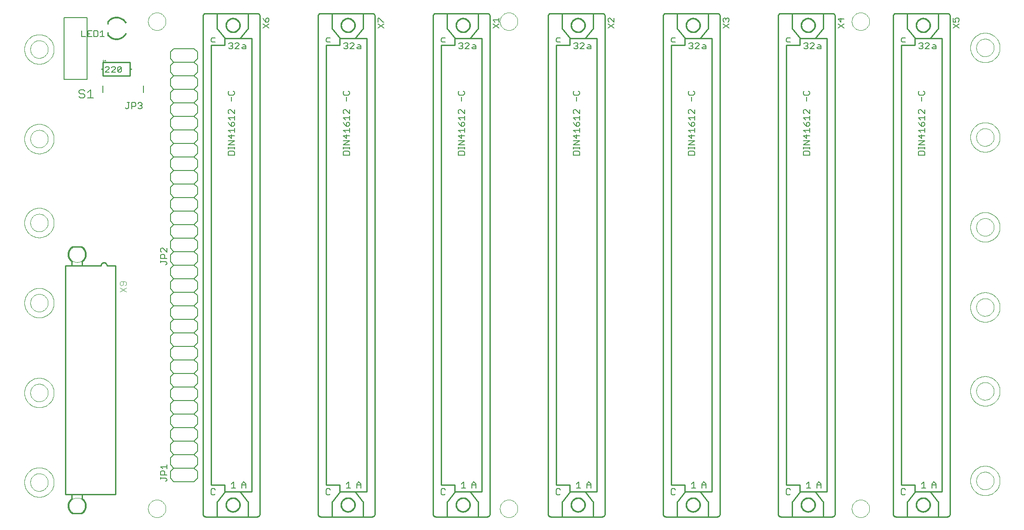
<source format=gto>
G75*
G70*
%OFA0B0*%
%FSLAX24Y24*%
%IPPOS*%
%LPD*%
%AMOC8*
5,1,8,0,0,1.08239X$1,22.5*
%
%ADD10C,0.0000*%
%ADD11C,0.0100*%
%ADD12C,0.0050*%
%ADD13C,0.0060*%
%ADD14C,0.0080*%
%ADD15C,0.0070*%
%ADD16C,0.0010*%
%ADD17C,0.0040*%
D10*
X003657Y001869D02*
X003659Y001917D01*
X003665Y001965D01*
X003675Y002012D01*
X003688Y002058D01*
X003706Y002103D01*
X003726Y002147D01*
X003751Y002189D01*
X003779Y002228D01*
X003809Y002265D01*
X003843Y002299D01*
X003880Y002331D01*
X003918Y002360D01*
X003959Y002385D01*
X004002Y002407D01*
X004047Y002425D01*
X004093Y002439D01*
X004140Y002450D01*
X004188Y002457D01*
X004236Y002460D01*
X004284Y002459D01*
X004332Y002454D01*
X004380Y002445D01*
X004426Y002433D01*
X004471Y002416D01*
X004515Y002396D01*
X004557Y002373D01*
X004597Y002346D01*
X004635Y002316D01*
X004670Y002283D01*
X004702Y002247D01*
X004732Y002209D01*
X004758Y002168D01*
X004780Y002125D01*
X004800Y002081D01*
X004815Y002036D01*
X004827Y001989D01*
X004835Y001941D01*
X004839Y001893D01*
X004839Y001845D01*
X004835Y001797D01*
X004827Y001749D01*
X004815Y001702D01*
X004800Y001657D01*
X004780Y001613D01*
X004758Y001570D01*
X004732Y001529D01*
X004702Y001491D01*
X004670Y001455D01*
X004635Y001422D01*
X004597Y001392D01*
X004557Y001365D01*
X004515Y001342D01*
X004471Y001322D01*
X004426Y001305D01*
X004380Y001293D01*
X004332Y001284D01*
X004284Y001279D01*
X004236Y001278D01*
X004188Y001281D01*
X004140Y001288D01*
X004093Y001299D01*
X004047Y001313D01*
X004002Y001331D01*
X003959Y001353D01*
X003918Y001378D01*
X003880Y001407D01*
X003843Y001439D01*
X003809Y001473D01*
X003779Y001510D01*
X003751Y001549D01*
X003726Y001591D01*
X003706Y001635D01*
X003688Y001680D01*
X003675Y001726D01*
X003665Y001773D01*
X003659Y001821D01*
X003657Y001869D01*
X000800Y003600D02*
X000802Y003650D01*
X000808Y003700D01*
X000818Y003750D01*
X000831Y003798D01*
X000848Y003846D01*
X000869Y003892D01*
X000893Y003936D01*
X000921Y003978D01*
X000952Y004018D01*
X000986Y004055D01*
X001023Y004090D01*
X001062Y004121D01*
X001103Y004150D01*
X001147Y004175D01*
X001193Y004197D01*
X001240Y004215D01*
X001288Y004229D01*
X001337Y004240D01*
X001387Y004247D01*
X001437Y004250D01*
X001488Y004249D01*
X001538Y004244D01*
X001588Y004235D01*
X001636Y004223D01*
X001684Y004206D01*
X001730Y004186D01*
X001775Y004163D01*
X001818Y004136D01*
X001858Y004106D01*
X001896Y004073D01*
X001931Y004037D01*
X001964Y003998D01*
X001993Y003957D01*
X002019Y003914D01*
X002042Y003869D01*
X002061Y003822D01*
X002076Y003774D01*
X002088Y003725D01*
X002096Y003675D01*
X002100Y003625D01*
X002100Y003575D01*
X002096Y003525D01*
X002088Y003475D01*
X002076Y003426D01*
X002061Y003378D01*
X002042Y003331D01*
X002019Y003286D01*
X001993Y003243D01*
X001964Y003202D01*
X001931Y003163D01*
X001896Y003127D01*
X001858Y003094D01*
X001818Y003064D01*
X001775Y003037D01*
X001730Y003014D01*
X001684Y002994D01*
X001636Y002977D01*
X001588Y002965D01*
X001538Y002956D01*
X001488Y002951D01*
X001437Y002950D01*
X001387Y002953D01*
X001337Y002960D01*
X001288Y002971D01*
X001240Y002985D01*
X001193Y003003D01*
X001147Y003025D01*
X001103Y003050D01*
X001062Y003079D01*
X001023Y003110D01*
X000986Y003145D01*
X000952Y003182D01*
X000921Y003222D01*
X000893Y003264D01*
X000869Y003308D01*
X000848Y003354D01*
X000831Y003402D01*
X000818Y003450D01*
X000808Y003500D01*
X000802Y003550D01*
X000800Y003600D01*
X000360Y003600D02*
X000362Y003666D01*
X000368Y003731D01*
X000378Y003796D01*
X000392Y003861D01*
X000409Y003924D01*
X000431Y003987D01*
X000456Y004047D01*
X000485Y004107D01*
X000517Y004164D01*
X000553Y004219D01*
X000592Y004272D01*
X000634Y004323D01*
X000679Y004371D01*
X000727Y004416D01*
X000778Y004458D01*
X000831Y004497D01*
X000886Y004533D01*
X000943Y004565D01*
X001003Y004594D01*
X001063Y004619D01*
X001126Y004641D01*
X001189Y004658D01*
X001254Y004672D01*
X001319Y004682D01*
X001384Y004688D01*
X001450Y004690D01*
X001516Y004688D01*
X001581Y004682D01*
X001646Y004672D01*
X001711Y004658D01*
X001774Y004641D01*
X001837Y004619D01*
X001897Y004594D01*
X001957Y004565D01*
X002014Y004533D01*
X002069Y004497D01*
X002122Y004458D01*
X002173Y004416D01*
X002221Y004371D01*
X002266Y004323D01*
X002308Y004272D01*
X002347Y004219D01*
X002383Y004164D01*
X002415Y004107D01*
X002444Y004047D01*
X002469Y003987D01*
X002491Y003924D01*
X002508Y003861D01*
X002522Y003796D01*
X002532Y003731D01*
X002538Y003666D01*
X002540Y003600D01*
X002538Y003534D01*
X002532Y003469D01*
X002522Y003404D01*
X002508Y003339D01*
X002491Y003276D01*
X002469Y003213D01*
X002444Y003153D01*
X002415Y003093D01*
X002383Y003036D01*
X002347Y002981D01*
X002308Y002928D01*
X002266Y002877D01*
X002221Y002829D01*
X002173Y002784D01*
X002122Y002742D01*
X002069Y002703D01*
X002014Y002667D01*
X001957Y002635D01*
X001897Y002606D01*
X001837Y002581D01*
X001774Y002559D01*
X001711Y002542D01*
X001646Y002528D01*
X001581Y002518D01*
X001516Y002512D01*
X001450Y002510D01*
X001384Y002512D01*
X001319Y002518D01*
X001254Y002528D01*
X001189Y002542D01*
X001126Y002559D01*
X001063Y002581D01*
X001003Y002606D01*
X000943Y002635D01*
X000886Y002667D01*
X000831Y002703D01*
X000778Y002742D01*
X000727Y002784D01*
X000679Y002829D01*
X000634Y002877D01*
X000592Y002928D01*
X000553Y002981D01*
X000517Y003036D01*
X000485Y003093D01*
X000456Y003153D01*
X000431Y003213D01*
X000409Y003276D01*
X000392Y003339D01*
X000378Y003404D01*
X000368Y003469D01*
X000362Y003534D01*
X000360Y003600D01*
X009500Y001660D02*
X009502Y001710D01*
X009508Y001760D01*
X009518Y001810D01*
X009531Y001858D01*
X009548Y001906D01*
X009569Y001952D01*
X009593Y001996D01*
X009621Y002038D01*
X009652Y002078D01*
X009686Y002115D01*
X009723Y002150D01*
X009762Y002181D01*
X009803Y002210D01*
X009847Y002235D01*
X009893Y002257D01*
X009940Y002275D01*
X009988Y002289D01*
X010037Y002300D01*
X010087Y002307D01*
X010137Y002310D01*
X010188Y002309D01*
X010238Y002304D01*
X010288Y002295D01*
X010336Y002283D01*
X010384Y002266D01*
X010430Y002246D01*
X010475Y002223D01*
X010518Y002196D01*
X010558Y002166D01*
X010596Y002133D01*
X010631Y002097D01*
X010664Y002058D01*
X010693Y002017D01*
X010719Y001974D01*
X010742Y001929D01*
X010761Y001882D01*
X010776Y001834D01*
X010788Y001785D01*
X010796Y001735D01*
X010800Y001685D01*
X010800Y001635D01*
X010796Y001585D01*
X010788Y001535D01*
X010776Y001486D01*
X010761Y001438D01*
X010742Y001391D01*
X010719Y001346D01*
X010693Y001303D01*
X010664Y001262D01*
X010631Y001223D01*
X010596Y001187D01*
X010558Y001154D01*
X010518Y001124D01*
X010475Y001097D01*
X010430Y001074D01*
X010384Y001054D01*
X010336Y001037D01*
X010288Y001025D01*
X010238Y001016D01*
X010188Y001011D01*
X010137Y001010D01*
X010087Y001013D01*
X010037Y001020D01*
X009988Y001031D01*
X009940Y001045D01*
X009893Y001063D01*
X009847Y001085D01*
X009803Y001110D01*
X009762Y001139D01*
X009723Y001170D01*
X009686Y001205D01*
X009652Y001242D01*
X009621Y001282D01*
X009593Y001324D01*
X009569Y001368D01*
X009548Y001414D01*
X009531Y001462D01*
X009518Y001510D01*
X009508Y001560D01*
X009502Y001610D01*
X009500Y001660D01*
X015220Y001940D02*
X015222Y001987D01*
X015228Y002033D01*
X015238Y002079D01*
X015251Y002123D01*
X015269Y002167D01*
X015290Y002208D01*
X015314Y002248D01*
X015342Y002286D01*
X015373Y002321D01*
X015407Y002353D01*
X015443Y002382D01*
X015482Y002408D01*
X015522Y002431D01*
X015565Y002450D01*
X015609Y002466D01*
X015654Y002478D01*
X015700Y002486D01*
X015747Y002490D01*
X015793Y002490D01*
X015840Y002486D01*
X015886Y002478D01*
X015931Y002466D01*
X015975Y002450D01*
X016018Y002431D01*
X016058Y002408D01*
X016097Y002382D01*
X016133Y002353D01*
X016167Y002321D01*
X016198Y002286D01*
X016226Y002248D01*
X016250Y002208D01*
X016271Y002167D01*
X016289Y002123D01*
X016302Y002079D01*
X016312Y002033D01*
X016318Y001987D01*
X016320Y001940D01*
X016318Y001893D01*
X016312Y001847D01*
X016302Y001801D01*
X016289Y001757D01*
X016271Y001713D01*
X016250Y001672D01*
X016226Y001632D01*
X016198Y001594D01*
X016167Y001559D01*
X016133Y001527D01*
X016097Y001498D01*
X016058Y001472D01*
X016018Y001449D01*
X015975Y001430D01*
X015931Y001414D01*
X015886Y001402D01*
X015840Y001394D01*
X015793Y001390D01*
X015747Y001390D01*
X015700Y001394D01*
X015654Y001402D01*
X015609Y001414D01*
X015565Y001430D01*
X015522Y001449D01*
X015482Y001472D01*
X015443Y001498D01*
X015407Y001527D01*
X015373Y001559D01*
X015342Y001594D01*
X015314Y001632D01*
X015290Y001672D01*
X015269Y001713D01*
X015251Y001757D01*
X015238Y001801D01*
X015228Y001847D01*
X015222Y001893D01*
X015220Y001940D01*
X023720Y001940D02*
X023722Y001987D01*
X023728Y002033D01*
X023738Y002079D01*
X023751Y002123D01*
X023769Y002167D01*
X023790Y002208D01*
X023814Y002248D01*
X023842Y002286D01*
X023873Y002321D01*
X023907Y002353D01*
X023943Y002382D01*
X023982Y002408D01*
X024022Y002431D01*
X024065Y002450D01*
X024109Y002466D01*
X024154Y002478D01*
X024200Y002486D01*
X024247Y002490D01*
X024293Y002490D01*
X024340Y002486D01*
X024386Y002478D01*
X024431Y002466D01*
X024475Y002450D01*
X024518Y002431D01*
X024558Y002408D01*
X024597Y002382D01*
X024633Y002353D01*
X024667Y002321D01*
X024698Y002286D01*
X024726Y002248D01*
X024750Y002208D01*
X024771Y002167D01*
X024789Y002123D01*
X024802Y002079D01*
X024812Y002033D01*
X024818Y001987D01*
X024820Y001940D01*
X024818Y001893D01*
X024812Y001847D01*
X024802Y001801D01*
X024789Y001757D01*
X024771Y001713D01*
X024750Y001672D01*
X024726Y001632D01*
X024698Y001594D01*
X024667Y001559D01*
X024633Y001527D01*
X024597Y001498D01*
X024558Y001472D01*
X024518Y001449D01*
X024475Y001430D01*
X024431Y001414D01*
X024386Y001402D01*
X024340Y001394D01*
X024293Y001390D01*
X024247Y001390D01*
X024200Y001394D01*
X024154Y001402D01*
X024109Y001414D01*
X024065Y001430D01*
X024022Y001449D01*
X023982Y001472D01*
X023943Y001498D01*
X023907Y001527D01*
X023873Y001559D01*
X023842Y001594D01*
X023814Y001632D01*
X023790Y001672D01*
X023769Y001713D01*
X023751Y001757D01*
X023738Y001801D01*
X023728Y001847D01*
X023722Y001893D01*
X023720Y001940D01*
X032220Y001940D02*
X032222Y001987D01*
X032228Y002033D01*
X032238Y002079D01*
X032251Y002123D01*
X032269Y002167D01*
X032290Y002208D01*
X032314Y002248D01*
X032342Y002286D01*
X032373Y002321D01*
X032407Y002353D01*
X032443Y002382D01*
X032482Y002408D01*
X032522Y002431D01*
X032565Y002450D01*
X032609Y002466D01*
X032654Y002478D01*
X032700Y002486D01*
X032747Y002490D01*
X032793Y002490D01*
X032840Y002486D01*
X032886Y002478D01*
X032931Y002466D01*
X032975Y002450D01*
X033018Y002431D01*
X033058Y002408D01*
X033097Y002382D01*
X033133Y002353D01*
X033167Y002321D01*
X033198Y002286D01*
X033226Y002248D01*
X033250Y002208D01*
X033271Y002167D01*
X033289Y002123D01*
X033302Y002079D01*
X033312Y002033D01*
X033318Y001987D01*
X033320Y001940D01*
X033318Y001893D01*
X033312Y001847D01*
X033302Y001801D01*
X033289Y001757D01*
X033271Y001713D01*
X033250Y001672D01*
X033226Y001632D01*
X033198Y001594D01*
X033167Y001559D01*
X033133Y001527D01*
X033097Y001498D01*
X033058Y001472D01*
X033018Y001449D01*
X032975Y001430D01*
X032931Y001414D01*
X032886Y001402D01*
X032840Y001394D01*
X032793Y001390D01*
X032747Y001390D01*
X032700Y001394D01*
X032654Y001402D01*
X032609Y001414D01*
X032565Y001430D01*
X032522Y001449D01*
X032482Y001472D01*
X032443Y001498D01*
X032407Y001527D01*
X032373Y001559D01*
X032342Y001594D01*
X032314Y001632D01*
X032290Y001672D01*
X032269Y001713D01*
X032251Y001757D01*
X032238Y001801D01*
X032228Y001847D01*
X032222Y001893D01*
X032220Y001940D01*
X035500Y001660D02*
X035502Y001710D01*
X035508Y001760D01*
X035518Y001810D01*
X035531Y001858D01*
X035548Y001906D01*
X035569Y001952D01*
X035593Y001996D01*
X035621Y002038D01*
X035652Y002078D01*
X035686Y002115D01*
X035723Y002150D01*
X035762Y002181D01*
X035803Y002210D01*
X035847Y002235D01*
X035893Y002257D01*
X035940Y002275D01*
X035988Y002289D01*
X036037Y002300D01*
X036087Y002307D01*
X036137Y002310D01*
X036188Y002309D01*
X036238Y002304D01*
X036288Y002295D01*
X036336Y002283D01*
X036384Y002266D01*
X036430Y002246D01*
X036475Y002223D01*
X036518Y002196D01*
X036558Y002166D01*
X036596Y002133D01*
X036631Y002097D01*
X036664Y002058D01*
X036693Y002017D01*
X036719Y001974D01*
X036742Y001929D01*
X036761Y001882D01*
X036776Y001834D01*
X036788Y001785D01*
X036796Y001735D01*
X036800Y001685D01*
X036800Y001635D01*
X036796Y001585D01*
X036788Y001535D01*
X036776Y001486D01*
X036761Y001438D01*
X036742Y001391D01*
X036719Y001346D01*
X036693Y001303D01*
X036664Y001262D01*
X036631Y001223D01*
X036596Y001187D01*
X036558Y001154D01*
X036518Y001124D01*
X036475Y001097D01*
X036430Y001074D01*
X036384Y001054D01*
X036336Y001037D01*
X036288Y001025D01*
X036238Y001016D01*
X036188Y001011D01*
X036137Y001010D01*
X036087Y001013D01*
X036037Y001020D01*
X035988Y001031D01*
X035940Y001045D01*
X035893Y001063D01*
X035847Y001085D01*
X035803Y001110D01*
X035762Y001139D01*
X035723Y001170D01*
X035686Y001205D01*
X035652Y001242D01*
X035621Y001282D01*
X035593Y001324D01*
X035569Y001368D01*
X035548Y001414D01*
X035531Y001462D01*
X035518Y001510D01*
X035508Y001560D01*
X035502Y001610D01*
X035500Y001660D01*
X040720Y001940D02*
X040722Y001987D01*
X040728Y002033D01*
X040738Y002079D01*
X040751Y002123D01*
X040769Y002167D01*
X040790Y002208D01*
X040814Y002248D01*
X040842Y002286D01*
X040873Y002321D01*
X040907Y002353D01*
X040943Y002382D01*
X040982Y002408D01*
X041022Y002431D01*
X041065Y002450D01*
X041109Y002466D01*
X041154Y002478D01*
X041200Y002486D01*
X041247Y002490D01*
X041293Y002490D01*
X041340Y002486D01*
X041386Y002478D01*
X041431Y002466D01*
X041475Y002450D01*
X041518Y002431D01*
X041558Y002408D01*
X041597Y002382D01*
X041633Y002353D01*
X041667Y002321D01*
X041698Y002286D01*
X041726Y002248D01*
X041750Y002208D01*
X041771Y002167D01*
X041789Y002123D01*
X041802Y002079D01*
X041812Y002033D01*
X041818Y001987D01*
X041820Y001940D01*
X041818Y001893D01*
X041812Y001847D01*
X041802Y001801D01*
X041789Y001757D01*
X041771Y001713D01*
X041750Y001672D01*
X041726Y001632D01*
X041698Y001594D01*
X041667Y001559D01*
X041633Y001527D01*
X041597Y001498D01*
X041558Y001472D01*
X041518Y001449D01*
X041475Y001430D01*
X041431Y001414D01*
X041386Y001402D01*
X041340Y001394D01*
X041293Y001390D01*
X041247Y001390D01*
X041200Y001394D01*
X041154Y001402D01*
X041109Y001414D01*
X041065Y001430D01*
X041022Y001449D01*
X040982Y001472D01*
X040943Y001498D01*
X040907Y001527D01*
X040873Y001559D01*
X040842Y001594D01*
X040814Y001632D01*
X040790Y001672D01*
X040769Y001713D01*
X040751Y001757D01*
X040738Y001801D01*
X040728Y001847D01*
X040722Y001893D01*
X040720Y001940D01*
X049220Y001940D02*
X049222Y001987D01*
X049228Y002033D01*
X049238Y002079D01*
X049251Y002123D01*
X049269Y002167D01*
X049290Y002208D01*
X049314Y002248D01*
X049342Y002286D01*
X049373Y002321D01*
X049407Y002353D01*
X049443Y002382D01*
X049482Y002408D01*
X049522Y002431D01*
X049565Y002450D01*
X049609Y002466D01*
X049654Y002478D01*
X049700Y002486D01*
X049747Y002490D01*
X049793Y002490D01*
X049840Y002486D01*
X049886Y002478D01*
X049931Y002466D01*
X049975Y002450D01*
X050018Y002431D01*
X050058Y002408D01*
X050097Y002382D01*
X050133Y002353D01*
X050167Y002321D01*
X050198Y002286D01*
X050226Y002248D01*
X050250Y002208D01*
X050271Y002167D01*
X050289Y002123D01*
X050302Y002079D01*
X050312Y002033D01*
X050318Y001987D01*
X050320Y001940D01*
X050318Y001893D01*
X050312Y001847D01*
X050302Y001801D01*
X050289Y001757D01*
X050271Y001713D01*
X050250Y001672D01*
X050226Y001632D01*
X050198Y001594D01*
X050167Y001559D01*
X050133Y001527D01*
X050097Y001498D01*
X050058Y001472D01*
X050018Y001449D01*
X049975Y001430D01*
X049931Y001414D01*
X049886Y001402D01*
X049840Y001394D01*
X049793Y001390D01*
X049747Y001390D01*
X049700Y001394D01*
X049654Y001402D01*
X049609Y001414D01*
X049565Y001430D01*
X049522Y001449D01*
X049482Y001472D01*
X049443Y001498D01*
X049407Y001527D01*
X049373Y001559D01*
X049342Y001594D01*
X049314Y001632D01*
X049290Y001672D01*
X049269Y001713D01*
X049251Y001757D01*
X049238Y001801D01*
X049228Y001847D01*
X049222Y001893D01*
X049220Y001940D01*
X057720Y001940D02*
X057722Y001987D01*
X057728Y002033D01*
X057738Y002079D01*
X057751Y002123D01*
X057769Y002167D01*
X057790Y002208D01*
X057814Y002248D01*
X057842Y002286D01*
X057873Y002321D01*
X057907Y002353D01*
X057943Y002382D01*
X057982Y002408D01*
X058022Y002431D01*
X058065Y002450D01*
X058109Y002466D01*
X058154Y002478D01*
X058200Y002486D01*
X058247Y002490D01*
X058293Y002490D01*
X058340Y002486D01*
X058386Y002478D01*
X058431Y002466D01*
X058475Y002450D01*
X058518Y002431D01*
X058558Y002408D01*
X058597Y002382D01*
X058633Y002353D01*
X058667Y002321D01*
X058698Y002286D01*
X058726Y002248D01*
X058750Y002208D01*
X058771Y002167D01*
X058789Y002123D01*
X058802Y002079D01*
X058812Y002033D01*
X058818Y001987D01*
X058820Y001940D01*
X058818Y001893D01*
X058812Y001847D01*
X058802Y001801D01*
X058789Y001757D01*
X058771Y001713D01*
X058750Y001672D01*
X058726Y001632D01*
X058698Y001594D01*
X058667Y001559D01*
X058633Y001527D01*
X058597Y001498D01*
X058558Y001472D01*
X058518Y001449D01*
X058475Y001430D01*
X058431Y001414D01*
X058386Y001402D01*
X058340Y001394D01*
X058293Y001390D01*
X058247Y001390D01*
X058200Y001394D01*
X058154Y001402D01*
X058109Y001414D01*
X058065Y001430D01*
X058022Y001449D01*
X057982Y001472D01*
X057943Y001498D01*
X057907Y001527D01*
X057873Y001559D01*
X057842Y001594D01*
X057814Y001632D01*
X057790Y001672D01*
X057769Y001713D01*
X057751Y001757D01*
X057738Y001801D01*
X057728Y001847D01*
X057722Y001893D01*
X057720Y001940D01*
X061500Y001660D02*
X061502Y001710D01*
X061508Y001760D01*
X061518Y001810D01*
X061531Y001858D01*
X061548Y001906D01*
X061569Y001952D01*
X061593Y001996D01*
X061621Y002038D01*
X061652Y002078D01*
X061686Y002115D01*
X061723Y002150D01*
X061762Y002181D01*
X061803Y002210D01*
X061847Y002235D01*
X061893Y002257D01*
X061940Y002275D01*
X061988Y002289D01*
X062037Y002300D01*
X062087Y002307D01*
X062137Y002310D01*
X062188Y002309D01*
X062238Y002304D01*
X062288Y002295D01*
X062336Y002283D01*
X062384Y002266D01*
X062430Y002246D01*
X062475Y002223D01*
X062518Y002196D01*
X062558Y002166D01*
X062596Y002133D01*
X062631Y002097D01*
X062664Y002058D01*
X062693Y002017D01*
X062719Y001974D01*
X062742Y001929D01*
X062761Y001882D01*
X062776Y001834D01*
X062788Y001785D01*
X062796Y001735D01*
X062800Y001685D01*
X062800Y001635D01*
X062796Y001585D01*
X062788Y001535D01*
X062776Y001486D01*
X062761Y001438D01*
X062742Y001391D01*
X062719Y001346D01*
X062693Y001303D01*
X062664Y001262D01*
X062631Y001223D01*
X062596Y001187D01*
X062558Y001154D01*
X062518Y001124D01*
X062475Y001097D01*
X062430Y001074D01*
X062384Y001054D01*
X062336Y001037D01*
X062288Y001025D01*
X062238Y001016D01*
X062188Y001011D01*
X062137Y001010D01*
X062087Y001013D01*
X062037Y001020D01*
X061988Y001031D01*
X061940Y001045D01*
X061893Y001063D01*
X061847Y001085D01*
X061803Y001110D01*
X061762Y001139D01*
X061723Y001170D01*
X061686Y001205D01*
X061652Y001242D01*
X061621Y001282D01*
X061593Y001324D01*
X061569Y001368D01*
X061548Y001414D01*
X061531Y001462D01*
X061518Y001510D01*
X061508Y001560D01*
X061502Y001610D01*
X061500Y001660D01*
X066220Y001940D02*
X066222Y001987D01*
X066228Y002033D01*
X066238Y002079D01*
X066251Y002123D01*
X066269Y002167D01*
X066290Y002208D01*
X066314Y002248D01*
X066342Y002286D01*
X066373Y002321D01*
X066407Y002353D01*
X066443Y002382D01*
X066482Y002408D01*
X066522Y002431D01*
X066565Y002450D01*
X066609Y002466D01*
X066654Y002478D01*
X066700Y002486D01*
X066747Y002490D01*
X066793Y002490D01*
X066840Y002486D01*
X066886Y002478D01*
X066931Y002466D01*
X066975Y002450D01*
X067018Y002431D01*
X067058Y002408D01*
X067097Y002382D01*
X067133Y002353D01*
X067167Y002321D01*
X067198Y002286D01*
X067226Y002248D01*
X067250Y002208D01*
X067271Y002167D01*
X067289Y002123D01*
X067302Y002079D01*
X067312Y002033D01*
X067318Y001987D01*
X067320Y001940D01*
X067318Y001893D01*
X067312Y001847D01*
X067302Y001801D01*
X067289Y001757D01*
X067271Y001713D01*
X067250Y001672D01*
X067226Y001632D01*
X067198Y001594D01*
X067167Y001559D01*
X067133Y001527D01*
X067097Y001498D01*
X067058Y001472D01*
X067018Y001449D01*
X066975Y001430D01*
X066931Y001414D01*
X066886Y001402D01*
X066840Y001394D01*
X066793Y001390D01*
X066747Y001390D01*
X066700Y001394D01*
X066654Y001402D01*
X066609Y001414D01*
X066565Y001430D01*
X066522Y001449D01*
X066482Y001472D01*
X066443Y001498D01*
X066407Y001527D01*
X066373Y001559D01*
X066342Y001594D01*
X066314Y001632D01*
X066290Y001672D01*
X066269Y001713D01*
X066251Y001757D01*
X066238Y001801D01*
X066228Y001847D01*
X066222Y001893D01*
X066220Y001940D01*
X070700Y003720D02*
X070702Y003770D01*
X070708Y003820D01*
X070718Y003870D01*
X070731Y003918D01*
X070748Y003966D01*
X070769Y004012D01*
X070793Y004056D01*
X070821Y004098D01*
X070852Y004138D01*
X070886Y004175D01*
X070923Y004210D01*
X070962Y004241D01*
X071003Y004270D01*
X071047Y004295D01*
X071093Y004317D01*
X071140Y004335D01*
X071188Y004349D01*
X071237Y004360D01*
X071287Y004367D01*
X071337Y004370D01*
X071388Y004369D01*
X071438Y004364D01*
X071488Y004355D01*
X071536Y004343D01*
X071584Y004326D01*
X071630Y004306D01*
X071675Y004283D01*
X071718Y004256D01*
X071758Y004226D01*
X071796Y004193D01*
X071831Y004157D01*
X071864Y004118D01*
X071893Y004077D01*
X071919Y004034D01*
X071942Y003989D01*
X071961Y003942D01*
X071976Y003894D01*
X071988Y003845D01*
X071996Y003795D01*
X072000Y003745D01*
X072000Y003695D01*
X071996Y003645D01*
X071988Y003595D01*
X071976Y003546D01*
X071961Y003498D01*
X071942Y003451D01*
X071919Y003406D01*
X071893Y003363D01*
X071864Y003322D01*
X071831Y003283D01*
X071796Y003247D01*
X071758Y003214D01*
X071718Y003184D01*
X071675Y003157D01*
X071630Y003134D01*
X071584Y003114D01*
X071536Y003097D01*
X071488Y003085D01*
X071438Y003076D01*
X071388Y003071D01*
X071337Y003070D01*
X071287Y003073D01*
X071237Y003080D01*
X071188Y003091D01*
X071140Y003105D01*
X071093Y003123D01*
X071047Y003145D01*
X071003Y003170D01*
X070962Y003199D01*
X070923Y003230D01*
X070886Y003265D01*
X070852Y003302D01*
X070821Y003342D01*
X070793Y003384D01*
X070769Y003428D01*
X070748Y003474D01*
X070731Y003522D01*
X070718Y003570D01*
X070708Y003620D01*
X070702Y003670D01*
X070700Y003720D01*
X070260Y003720D02*
X070262Y003786D01*
X070268Y003851D01*
X070278Y003916D01*
X070292Y003981D01*
X070309Y004044D01*
X070331Y004107D01*
X070356Y004167D01*
X070385Y004227D01*
X070417Y004284D01*
X070453Y004339D01*
X070492Y004392D01*
X070534Y004443D01*
X070579Y004491D01*
X070627Y004536D01*
X070678Y004578D01*
X070731Y004617D01*
X070786Y004653D01*
X070843Y004685D01*
X070903Y004714D01*
X070963Y004739D01*
X071026Y004761D01*
X071089Y004778D01*
X071154Y004792D01*
X071219Y004802D01*
X071284Y004808D01*
X071350Y004810D01*
X071416Y004808D01*
X071481Y004802D01*
X071546Y004792D01*
X071611Y004778D01*
X071674Y004761D01*
X071737Y004739D01*
X071797Y004714D01*
X071857Y004685D01*
X071914Y004653D01*
X071969Y004617D01*
X072022Y004578D01*
X072073Y004536D01*
X072121Y004491D01*
X072166Y004443D01*
X072208Y004392D01*
X072247Y004339D01*
X072283Y004284D01*
X072315Y004227D01*
X072344Y004167D01*
X072369Y004107D01*
X072391Y004044D01*
X072408Y003981D01*
X072422Y003916D01*
X072432Y003851D01*
X072438Y003786D01*
X072440Y003720D01*
X072438Y003654D01*
X072432Y003589D01*
X072422Y003524D01*
X072408Y003459D01*
X072391Y003396D01*
X072369Y003333D01*
X072344Y003273D01*
X072315Y003213D01*
X072283Y003156D01*
X072247Y003101D01*
X072208Y003048D01*
X072166Y002997D01*
X072121Y002949D01*
X072073Y002904D01*
X072022Y002862D01*
X071969Y002823D01*
X071914Y002787D01*
X071857Y002755D01*
X071797Y002726D01*
X071737Y002701D01*
X071674Y002679D01*
X071611Y002662D01*
X071546Y002648D01*
X071481Y002638D01*
X071416Y002632D01*
X071350Y002630D01*
X071284Y002632D01*
X071219Y002638D01*
X071154Y002648D01*
X071089Y002662D01*
X071026Y002679D01*
X070963Y002701D01*
X070903Y002726D01*
X070843Y002755D01*
X070786Y002787D01*
X070731Y002823D01*
X070678Y002862D01*
X070627Y002904D01*
X070579Y002949D01*
X070534Y002997D01*
X070492Y003048D01*
X070453Y003101D01*
X070417Y003156D01*
X070385Y003213D01*
X070356Y003273D01*
X070331Y003333D01*
X070309Y003396D01*
X070292Y003459D01*
X070278Y003524D01*
X070268Y003589D01*
X070262Y003654D01*
X070260Y003720D01*
X070700Y010340D02*
X070702Y010390D01*
X070708Y010440D01*
X070718Y010490D01*
X070731Y010538D01*
X070748Y010586D01*
X070769Y010632D01*
X070793Y010676D01*
X070821Y010718D01*
X070852Y010758D01*
X070886Y010795D01*
X070923Y010830D01*
X070962Y010861D01*
X071003Y010890D01*
X071047Y010915D01*
X071093Y010937D01*
X071140Y010955D01*
X071188Y010969D01*
X071237Y010980D01*
X071287Y010987D01*
X071337Y010990D01*
X071388Y010989D01*
X071438Y010984D01*
X071488Y010975D01*
X071536Y010963D01*
X071584Y010946D01*
X071630Y010926D01*
X071675Y010903D01*
X071718Y010876D01*
X071758Y010846D01*
X071796Y010813D01*
X071831Y010777D01*
X071864Y010738D01*
X071893Y010697D01*
X071919Y010654D01*
X071942Y010609D01*
X071961Y010562D01*
X071976Y010514D01*
X071988Y010465D01*
X071996Y010415D01*
X072000Y010365D01*
X072000Y010315D01*
X071996Y010265D01*
X071988Y010215D01*
X071976Y010166D01*
X071961Y010118D01*
X071942Y010071D01*
X071919Y010026D01*
X071893Y009983D01*
X071864Y009942D01*
X071831Y009903D01*
X071796Y009867D01*
X071758Y009834D01*
X071718Y009804D01*
X071675Y009777D01*
X071630Y009754D01*
X071584Y009734D01*
X071536Y009717D01*
X071488Y009705D01*
X071438Y009696D01*
X071388Y009691D01*
X071337Y009690D01*
X071287Y009693D01*
X071237Y009700D01*
X071188Y009711D01*
X071140Y009725D01*
X071093Y009743D01*
X071047Y009765D01*
X071003Y009790D01*
X070962Y009819D01*
X070923Y009850D01*
X070886Y009885D01*
X070852Y009922D01*
X070821Y009962D01*
X070793Y010004D01*
X070769Y010048D01*
X070748Y010094D01*
X070731Y010142D01*
X070718Y010190D01*
X070708Y010240D01*
X070702Y010290D01*
X070700Y010340D01*
X070260Y010340D02*
X070262Y010406D01*
X070268Y010471D01*
X070278Y010536D01*
X070292Y010601D01*
X070309Y010664D01*
X070331Y010727D01*
X070356Y010787D01*
X070385Y010847D01*
X070417Y010904D01*
X070453Y010959D01*
X070492Y011012D01*
X070534Y011063D01*
X070579Y011111D01*
X070627Y011156D01*
X070678Y011198D01*
X070731Y011237D01*
X070786Y011273D01*
X070843Y011305D01*
X070903Y011334D01*
X070963Y011359D01*
X071026Y011381D01*
X071089Y011398D01*
X071154Y011412D01*
X071219Y011422D01*
X071284Y011428D01*
X071350Y011430D01*
X071416Y011428D01*
X071481Y011422D01*
X071546Y011412D01*
X071611Y011398D01*
X071674Y011381D01*
X071737Y011359D01*
X071797Y011334D01*
X071857Y011305D01*
X071914Y011273D01*
X071969Y011237D01*
X072022Y011198D01*
X072073Y011156D01*
X072121Y011111D01*
X072166Y011063D01*
X072208Y011012D01*
X072247Y010959D01*
X072283Y010904D01*
X072315Y010847D01*
X072344Y010787D01*
X072369Y010727D01*
X072391Y010664D01*
X072408Y010601D01*
X072422Y010536D01*
X072432Y010471D01*
X072438Y010406D01*
X072440Y010340D01*
X072438Y010274D01*
X072432Y010209D01*
X072422Y010144D01*
X072408Y010079D01*
X072391Y010016D01*
X072369Y009953D01*
X072344Y009893D01*
X072315Y009833D01*
X072283Y009776D01*
X072247Y009721D01*
X072208Y009668D01*
X072166Y009617D01*
X072121Y009569D01*
X072073Y009524D01*
X072022Y009482D01*
X071969Y009443D01*
X071914Y009407D01*
X071857Y009375D01*
X071797Y009346D01*
X071737Y009321D01*
X071674Y009299D01*
X071611Y009282D01*
X071546Y009268D01*
X071481Y009258D01*
X071416Y009252D01*
X071350Y009250D01*
X071284Y009252D01*
X071219Y009258D01*
X071154Y009268D01*
X071089Y009282D01*
X071026Y009299D01*
X070963Y009321D01*
X070903Y009346D01*
X070843Y009375D01*
X070786Y009407D01*
X070731Y009443D01*
X070678Y009482D01*
X070627Y009524D01*
X070579Y009569D01*
X070534Y009617D01*
X070492Y009668D01*
X070453Y009721D01*
X070417Y009776D01*
X070385Y009833D01*
X070356Y009893D01*
X070331Y009953D01*
X070309Y010016D01*
X070292Y010079D01*
X070278Y010144D01*
X070268Y010209D01*
X070262Y010274D01*
X070260Y010340D01*
X070700Y016540D02*
X070702Y016590D01*
X070708Y016640D01*
X070718Y016690D01*
X070731Y016738D01*
X070748Y016786D01*
X070769Y016832D01*
X070793Y016876D01*
X070821Y016918D01*
X070852Y016958D01*
X070886Y016995D01*
X070923Y017030D01*
X070962Y017061D01*
X071003Y017090D01*
X071047Y017115D01*
X071093Y017137D01*
X071140Y017155D01*
X071188Y017169D01*
X071237Y017180D01*
X071287Y017187D01*
X071337Y017190D01*
X071388Y017189D01*
X071438Y017184D01*
X071488Y017175D01*
X071536Y017163D01*
X071584Y017146D01*
X071630Y017126D01*
X071675Y017103D01*
X071718Y017076D01*
X071758Y017046D01*
X071796Y017013D01*
X071831Y016977D01*
X071864Y016938D01*
X071893Y016897D01*
X071919Y016854D01*
X071942Y016809D01*
X071961Y016762D01*
X071976Y016714D01*
X071988Y016665D01*
X071996Y016615D01*
X072000Y016565D01*
X072000Y016515D01*
X071996Y016465D01*
X071988Y016415D01*
X071976Y016366D01*
X071961Y016318D01*
X071942Y016271D01*
X071919Y016226D01*
X071893Y016183D01*
X071864Y016142D01*
X071831Y016103D01*
X071796Y016067D01*
X071758Y016034D01*
X071718Y016004D01*
X071675Y015977D01*
X071630Y015954D01*
X071584Y015934D01*
X071536Y015917D01*
X071488Y015905D01*
X071438Y015896D01*
X071388Y015891D01*
X071337Y015890D01*
X071287Y015893D01*
X071237Y015900D01*
X071188Y015911D01*
X071140Y015925D01*
X071093Y015943D01*
X071047Y015965D01*
X071003Y015990D01*
X070962Y016019D01*
X070923Y016050D01*
X070886Y016085D01*
X070852Y016122D01*
X070821Y016162D01*
X070793Y016204D01*
X070769Y016248D01*
X070748Y016294D01*
X070731Y016342D01*
X070718Y016390D01*
X070708Y016440D01*
X070702Y016490D01*
X070700Y016540D01*
X070260Y016540D02*
X070262Y016606D01*
X070268Y016671D01*
X070278Y016736D01*
X070292Y016801D01*
X070309Y016864D01*
X070331Y016927D01*
X070356Y016987D01*
X070385Y017047D01*
X070417Y017104D01*
X070453Y017159D01*
X070492Y017212D01*
X070534Y017263D01*
X070579Y017311D01*
X070627Y017356D01*
X070678Y017398D01*
X070731Y017437D01*
X070786Y017473D01*
X070843Y017505D01*
X070903Y017534D01*
X070963Y017559D01*
X071026Y017581D01*
X071089Y017598D01*
X071154Y017612D01*
X071219Y017622D01*
X071284Y017628D01*
X071350Y017630D01*
X071416Y017628D01*
X071481Y017622D01*
X071546Y017612D01*
X071611Y017598D01*
X071674Y017581D01*
X071737Y017559D01*
X071797Y017534D01*
X071857Y017505D01*
X071914Y017473D01*
X071969Y017437D01*
X072022Y017398D01*
X072073Y017356D01*
X072121Y017311D01*
X072166Y017263D01*
X072208Y017212D01*
X072247Y017159D01*
X072283Y017104D01*
X072315Y017047D01*
X072344Y016987D01*
X072369Y016927D01*
X072391Y016864D01*
X072408Y016801D01*
X072422Y016736D01*
X072432Y016671D01*
X072438Y016606D01*
X072440Y016540D01*
X072438Y016474D01*
X072432Y016409D01*
X072422Y016344D01*
X072408Y016279D01*
X072391Y016216D01*
X072369Y016153D01*
X072344Y016093D01*
X072315Y016033D01*
X072283Y015976D01*
X072247Y015921D01*
X072208Y015868D01*
X072166Y015817D01*
X072121Y015769D01*
X072073Y015724D01*
X072022Y015682D01*
X071969Y015643D01*
X071914Y015607D01*
X071857Y015575D01*
X071797Y015546D01*
X071737Y015521D01*
X071674Y015499D01*
X071611Y015482D01*
X071546Y015468D01*
X071481Y015458D01*
X071416Y015452D01*
X071350Y015450D01*
X071284Y015452D01*
X071219Y015458D01*
X071154Y015468D01*
X071089Y015482D01*
X071026Y015499D01*
X070963Y015521D01*
X070903Y015546D01*
X070843Y015575D01*
X070786Y015607D01*
X070731Y015643D01*
X070678Y015682D01*
X070627Y015724D01*
X070579Y015769D01*
X070534Y015817D01*
X070492Y015868D01*
X070453Y015921D01*
X070417Y015976D01*
X070385Y016033D01*
X070356Y016093D01*
X070331Y016153D01*
X070309Y016216D01*
X070292Y016279D01*
X070278Y016344D01*
X070268Y016409D01*
X070262Y016474D01*
X070260Y016540D01*
X070700Y022460D02*
X070702Y022510D01*
X070708Y022560D01*
X070718Y022610D01*
X070731Y022658D01*
X070748Y022706D01*
X070769Y022752D01*
X070793Y022796D01*
X070821Y022838D01*
X070852Y022878D01*
X070886Y022915D01*
X070923Y022950D01*
X070962Y022981D01*
X071003Y023010D01*
X071047Y023035D01*
X071093Y023057D01*
X071140Y023075D01*
X071188Y023089D01*
X071237Y023100D01*
X071287Y023107D01*
X071337Y023110D01*
X071388Y023109D01*
X071438Y023104D01*
X071488Y023095D01*
X071536Y023083D01*
X071584Y023066D01*
X071630Y023046D01*
X071675Y023023D01*
X071718Y022996D01*
X071758Y022966D01*
X071796Y022933D01*
X071831Y022897D01*
X071864Y022858D01*
X071893Y022817D01*
X071919Y022774D01*
X071942Y022729D01*
X071961Y022682D01*
X071976Y022634D01*
X071988Y022585D01*
X071996Y022535D01*
X072000Y022485D01*
X072000Y022435D01*
X071996Y022385D01*
X071988Y022335D01*
X071976Y022286D01*
X071961Y022238D01*
X071942Y022191D01*
X071919Y022146D01*
X071893Y022103D01*
X071864Y022062D01*
X071831Y022023D01*
X071796Y021987D01*
X071758Y021954D01*
X071718Y021924D01*
X071675Y021897D01*
X071630Y021874D01*
X071584Y021854D01*
X071536Y021837D01*
X071488Y021825D01*
X071438Y021816D01*
X071388Y021811D01*
X071337Y021810D01*
X071287Y021813D01*
X071237Y021820D01*
X071188Y021831D01*
X071140Y021845D01*
X071093Y021863D01*
X071047Y021885D01*
X071003Y021910D01*
X070962Y021939D01*
X070923Y021970D01*
X070886Y022005D01*
X070852Y022042D01*
X070821Y022082D01*
X070793Y022124D01*
X070769Y022168D01*
X070748Y022214D01*
X070731Y022262D01*
X070718Y022310D01*
X070708Y022360D01*
X070702Y022410D01*
X070700Y022460D01*
X070260Y022460D02*
X070262Y022526D01*
X070268Y022591D01*
X070278Y022656D01*
X070292Y022721D01*
X070309Y022784D01*
X070331Y022847D01*
X070356Y022907D01*
X070385Y022967D01*
X070417Y023024D01*
X070453Y023079D01*
X070492Y023132D01*
X070534Y023183D01*
X070579Y023231D01*
X070627Y023276D01*
X070678Y023318D01*
X070731Y023357D01*
X070786Y023393D01*
X070843Y023425D01*
X070903Y023454D01*
X070963Y023479D01*
X071026Y023501D01*
X071089Y023518D01*
X071154Y023532D01*
X071219Y023542D01*
X071284Y023548D01*
X071350Y023550D01*
X071416Y023548D01*
X071481Y023542D01*
X071546Y023532D01*
X071611Y023518D01*
X071674Y023501D01*
X071737Y023479D01*
X071797Y023454D01*
X071857Y023425D01*
X071914Y023393D01*
X071969Y023357D01*
X072022Y023318D01*
X072073Y023276D01*
X072121Y023231D01*
X072166Y023183D01*
X072208Y023132D01*
X072247Y023079D01*
X072283Y023024D01*
X072315Y022967D01*
X072344Y022907D01*
X072369Y022847D01*
X072391Y022784D01*
X072408Y022721D01*
X072422Y022656D01*
X072432Y022591D01*
X072438Y022526D01*
X072440Y022460D01*
X072438Y022394D01*
X072432Y022329D01*
X072422Y022264D01*
X072408Y022199D01*
X072391Y022136D01*
X072369Y022073D01*
X072344Y022013D01*
X072315Y021953D01*
X072283Y021896D01*
X072247Y021841D01*
X072208Y021788D01*
X072166Y021737D01*
X072121Y021689D01*
X072073Y021644D01*
X072022Y021602D01*
X071969Y021563D01*
X071914Y021527D01*
X071857Y021495D01*
X071797Y021466D01*
X071737Y021441D01*
X071674Y021419D01*
X071611Y021402D01*
X071546Y021388D01*
X071481Y021378D01*
X071416Y021372D01*
X071350Y021370D01*
X071284Y021372D01*
X071219Y021378D01*
X071154Y021388D01*
X071089Y021402D01*
X071026Y021419D01*
X070963Y021441D01*
X070903Y021466D01*
X070843Y021495D01*
X070786Y021527D01*
X070731Y021563D01*
X070678Y021602D01*
X070627Y021644D01*
X070579Y021689D01*
X070534Y021737D01*
X070492Y021788D01*
X070453Y021841D01*
X070417Y021896D01*
X070385Y021953D01*
X070356Y022013D01*
X070331Y022073D01*
X070309Y022136D01*
X070292Y022199D01*
X070278Y022264D01*
X070268Y022329D01*
X070262Y022394D01*
X070260Y022460D01*
X070700Y029100D02*
X070702Y029150D01*
X070708Y029200D01*
X070718Y029250D01*
X070731Y029298D01*
X070748Y029346D01*
X070769Y029392D01*
X070793Y029436D01*
X070821Y029478D01*
X070852Y029518D01*
X070886Y029555D01*
X070923Y029590D01*
X070962Y029621D01*
X071003Y029650D01*
X071047Y029675D01*
X071093Y029697D01*
X071140Y029715D01*
X071188Y029729D01*
X071237Y029740D01*
X071287Y029747D01*
X071337Y029750D01*
X071388Y029749D01*
X071438Y029744D01*
X071488Y029735D01*
X071536Y029723D01*
X071584Y029706D01*
X071630Y029686D01*
X071675Y029663D01*
X071718Y029636D01*
X071758Y029606D01*
X071796Y029573D01*
X071831Y029537D01*
X071864Y029498D01*
X071893Y029457D01*
X071919Y029414D01*
X071942Y029369D01*
X071961Y029322D01*
X071976Y029274D01*
X071988Y029225D01*
X071996Y029175D01*
X072000Y029125D01*
X072000Y029075D01*
X071996Y029025D01*
X071988Y028975D01*
X071976Y028926D01*
X071961Y028878D01*
X071942Y028831D01*
X071919Y028786D01*
X071893Y028743D01*
X071864Y028702D01*
X071831Y028663D01*
X071796Y028627D01*
X071758Y028594D01*
X071718Y028564D01*
X071675Y028537D01*
X071630Y028514D01*
X071584Y028494D01*
X071536Y028477D01*
X071488Y028465D01*
X071438Y028456D01*
X071388Y028451D01*
X071337Y028450D01*
X071287Y028453D01*
X071237Y028460D01*
X071188Y028471D01*
X071140Y028485D01*
X071093Y028503D01*
X071047Y028525D01*
X071003Y028550D01*
X070962Y028579D01*
X070923Y028610D01*
X070886Y028645D01*
X070852Y028682D01*
X070821Y028722D01*
X070793Y028764D01*
X070769Y028808D01*
X070748Y028854D01*
X070731Y028902D01*
X070718Y028950D01*
X070708Y029000D01*
X070702Y029050D01*
X070700Y029100D01*
X070260Y029100D02*
X070262Y029166D01*
X070268Y029231D01*
X070278Y029296D01*
X070292Y029361D01*
X070309Y029424D01*
X070331Y029487D01*
X070356Y029547D01*
X070385Y029607D01*
X070417Y029664D01*
X070453Y029719D01*
X070492Y029772D01*
X070534Y029823D01*
X070579Y029871D01*
X070627Y029916D01*
X070678Y029958D01*
X070731Y029997D01*
X070786Y030033D01*
X070843Y030065D01*
X070903Y030094D01*
X070963Y030119D01*
X071026Y030141D01*
X071089Y030158D01*
X071154Y030172D01*
X071219Y030182D01*
X071284Y030188D01*
X071350Y030190D01*
X071416Y030188D01*
X071481Y030182D01*
X071546Y030172D01*
X071611Y030158D01*
X071674Y030141D01*
X071737Y030119D01*
X071797Y030094D01*
X071857Y030065D01*
X071914Y030033D01*
X071969Y029997D01*
X072022Y029958D01*
X072073Y029916D01*
X072121Y029871D01*
X072166Y029823D01*
X072208Y029772D01*
X072247Y029719D01*
X072283Y029664D01*
X072315Y029607D01*
X072344Y029547D01*
X072369Y029487D01*
X072391Y029424D01*
X072408Y029361D01*
X072422Y029296D01*
X072432Y029231D01*
X072438Y029166D01*
X072440Y029100D01*
X072438Y029034D01*
X072432Y028969D01*
X072422Y028904D01*
X072408Y028839D01*
X072391Y028776D01*
X072369Y028713D01*
X072344Y028653D01*
X072315Y028593D01*
X072283Y028536D01*
X072247Y028481D01*
X072208Y028428D01*
X072166Y028377D01*
X072121Y028329D01*
X072073Y028284D01*
X072022Y028242D01*
X071969Y028203D01*
X071914Y028167D01*
X071857Y028135D01*
X071797Y028106D01*
X071737Y028081D01*
X071674Y028059D01*
X071611Y028042D01*
X071546Y028028D01*
X071481Y028018D01*
X071416Y028012D01*
X071350Y028010D01*
X071284Y028012D01*
X071219Y028018D01*
X071154Y028028D01*
X071089Y028042D01*
X071026Y028059D01*
X070963Y028081D01*
X070903Y028106D01*
X070843Y028135D01*
X070786Y028167D01*
X070731Y028203D01*
X070678Y028242D01*
X070627Y028284D01*
X070579Y028329D01*
X070534Y028377D01*
X070492Y028428D01*
X070453Y028481D01*
X070417Y028536D01*
X070385Y028593D01*
X070356Y028653D01*
X070331Y028713D01*
X070309Y028776D01*
X070292Y028839D01*
X070278Y028904D01*
X070268Y028969D01*
X070262Y029034D01*
X070260Y029100D01*
X070700Y035720D02*
X070702Y035770D01*
X070708Y035820D01*
X070718Y035870D01*
X070731Y035918D01*
X070748Y035966D01*
X070769Y036012D01*
X070793Y036056D01*
X070821Y036098D01*
X070852Y036138D01*
X070886Y036175D01*
X070923Y036210D01*
X070962Y036241D01*
X071003Y036270D01*
X071047Y036295D01*
X071093Y036317D01*
X071140Y036335D01*
X071188Y036349D01*
X071237Y036360D01*
X071287Y036367D01*
X071337Y036370D01*
X071388Y036369D01*
X071438Y036364D01*
X071488Y036355D01*
X071536Y036343D01*
X071584Y036326D01*
X071630Y036306D01*
X071675Y036283D01*
X071718Y036256D01*
X071758Y036226D01*
X071796Y036193D01*
X071831Y036157D01*
X071864Y036118D01*
X071893Y036077D01*
X071919Y036034D01*
X071942Y035989D01*
X071961Y035942D01*
X071976Y035894D01*
X071988Y035845D01*
X071996Y035795D01*
X072000Y035745D01*
X072000Y035695D01*
X071996Y035645D01*
X071988Y035595D01*
X071976Y035546D01*
X071961Y035498D01*
X071942Y035451D01*
X071919Y035406D01*
X071893Y035363D01*
X071864Y035322D01*
X071831Y035283D01*
X071796Y035247D01*
X071758Y035214D01*
X071718Y035184D01*
X071675Y035157D01*
X071630Y035134D01*
X071584Y035114D01*
X071536Y035097D01*
X071488Y035085D01*
X071438Y035076D01*
X071388Y035071D01*
X071337Y035070D01*
X071287Y035073D01*
X071237Y035080D01*
X071188Y035091D01*
X071140Y035105D01*
X071093Y035123D01*
X071047Y035145D01*
X071003Y035170D01*
X070962Y035199D01*
X070923Y035230D01*
X070886Y035265D01*
X070852Y035302D01*
X070821Y035342D01*
X070793Y035384D01*
X070769Y035428D01*
X070748Y035474D01*
X070731Y035522D01*
X070718Y035570D01*
X070708Y035620D01*
X070702Y035670D01*
X070700Y035720D01*
X070260Y035720D02*
X070262Y035786D01*
X070268Y035851D01*
X070278Y035916D01*
X070292Y035981D01*
X070309Y036044D01*
X070331Y036107D01*
X070356Y036167D01*
X070385Y036227D01*
X070417Y036284D01*
X070453Y036339D01*
X070492Y036392D01*
X070534Y036443D01*
X070579Y036491D01*
X070627Y036536D01*
X070678Y036578D01*
X070731Y036617D01*
X070786Y036653D01*
X070843Y036685D01*
X070903Y036714D01*
X070963Y036739D01*
X071026Y036761D01*
X071089Y036778D01*
X071154Y036792D01*
X071219Y036802D01*
X071284Y036808D01*
X071350Y036810D01*
X071416Y036808D01*
X071481Y036802D01*
X071546Y036792D01*
X071611Y036778D01*
X071674Y036761D01*
X071737Y036739D01*
X071797Y036714D01*
X071857Y036685D01*
X071914Y036653D01*
X071969Y036617D01*
X072022Y036578D01*
X072073Y036536D01*
X072121Y036491D01*
X072166Y036443D01*
X072208Y036392D01*
X072247Y036339D01*
X072283Y036284D01*
X072315Y036227D01*
X072344Y036167D01*
X072369Y036107D01*
X072391Y036044D01*
X072408Y035981D01*
X072422Y035916D01*
X072432Y035851D01*
X072438Y035786D01*
X072440Y035720D01*
X072438Y035654D01*
X072432Y035589D01*
X072422Y035524D01*
X072408Y035459D01*
X072391Y035396D01*
X072369Y035333D01*
X072344Y035273D01*
X072315Y035213D01*
X072283Y035156D01*
X072247Y035101D01*
X072208Y035048D01*
X072166Y034997D01*
X072121Y034949D01*
X072073Y034904D01*
X072022Y034862D01*
X071969Y034823D01*
X071914Y034787D01*
X071857Y034755D01*
X071797Y034726D01*
X071737Y034701D01*
X071674Y034679D01*
X071611Y034662D01*
X071546Y034648D01*
X071481Y034638D01*
X071416Y034632D01*
X071350Y034630D01*
X071284Y034632D01*
X071219Y034638D01*
X071154Y034648D01*
X071089Y034662D01*
X071026Y034679D01*
X070963Y034701D01*
X070903Y034726D01*
X070843Y034755D01*
X070786Y034787D01*
X070731Y034823D01*
X070678Y034862D01*
X070627Y034904D01*
X070579Y034949D01*
X070534Y034997D01*
X070492Y035048D01*
X070453Y035101D01*
X070417Y035156D01*
X070385Y035213D01*
X070356Y035273D01*
X070331Y035333D01*
X070309Y035396D01*
X070292Y035459D01*
X070278Y035524D01*
X070268Y035589D01*
X070262Y035654D01*
X070260Y035720D01*
X066220Y037380D02*
X066222Y037427D01*
X066228Y037473D01*
X066238Y037519D01*
X066251Y037563D01*
X066269Y037607D01*
X066290Y037648D01*
X066314Y037688D01*
X066342Y037726D01*
X066373Y037761D01*
X066407Y037793D01*
X066443Y037822D01*
X066482Y037848D01*
X066522Y037871D01*
X066565Y037890D01*
X066609Y037906D01*
X066654Y037918D01*
X066700Y037926D01*
X066747Y037930D01*
X066793Y037930D01*
X066840Y037926D01*
X066886Y037918D01*
X066931Y037906D01*
X066975Y037890D01*
X067018Y037871D01*
X067058Y037848D01*
X067097Y037822D01*
X067133Y037793D01*
X067167Y037761D01*
X067198Y037726D01*
X067226Y037688D01*
X067250Y037648D01*
X067271Y037607D01*
X067289Y037563D01*
X067302Y037519D01*
X067312Y037473D01*
X067318Y037427D01*
X067320Y037380D01*
X067318Y037333D01*
X067312Y037287D01*
X067302Y037241D01*
X067289Y037197D01*
X067271Y037153D01*
X067250Y037112D01*
X067226Y037072D01*
X067198Y037034D01*
X067167Y036999D01*
X067133Y036967D01*
X067097Y036938D01*
X067058Y036912D01*
X067018Y036889D01*
X066975Y036870D01*
X066931Y036854D01*
X066886Y036842D01*
X066840Y036834D01*
X066793Y036830D01*
X066747Y036830D01*
X066700Y036834D01*
X066654Y036842D01*
X066609Y036854D01*
X066565Y036870D01*
X066522Y036889D01*
X066482Y036912D01*
X066443Y036938D01*
X066407Y036967D01*
X066373Y036999D01*
X066342Y037034D01*
X066314Y037072D01*
X066290Y037112D01*
X066269Y037153D01*
X066251Y037197D01*
X066238Y037241D01*
X066228Y037287D01*
X066222Y037333D01*
X066220Y037380D01*
X061500Y037660D02*
X061502Y037710D01*
X061508Y037760D01*
X061518Y037810D01*
X061531Y037858D01*
X061548Y037906D01*
X061569Y037952D01*
X061593Y037996D01*
X061621Y038038D01*
X061652Y038078D01*
X061686Y038115D01*
X061723Y038150D01*
X061762Y038181D01*
X061803Y038210D01*
X061847Y038235D01*
X061893Y038257D01*
X061940Y038275D01*
X061988Y038289D01*
X062037Y038300D01*
X062087Y038307D01*
X062137Y038310D01*
X062188Y038309D01*
X062238Y038304D01*
X062288Y038295D01*
X062336Y038283D01*
X062384Y038266D01*
X062430Y038246D01*
X062475Y038223D01*
X062518Y038196D01*
X062558Y038166D01*
X062596Y038133D01*
X062631Y038097D01*
X062664Y038058D01*
X062693Y038017D01*
X062719Y037974D01*
X062742Y037929D01*
X062761Y037882D01*
X062776Y037834D01*
X062788Y037785D01*
X062796Y037735D01*
X062800Y037685D01*
X062800Y037635D01*
X062796Y037585D01*
X062788Y037535D01*
X062776Y037486D01*
X062761Y037438D01*
X062742Y037391D01*
X062719Y037346D01*
X062693Y037303D01*
X062664Y037262D01*
X062631Y037223D01*
X062596Y037187D01*
X062558Y037154D01*
X062518Y037124D01*
X062475Y037097D01*
X062430Y037074D01*
X062384Y037054D01*
X062336Y037037D01*
X062288Y037025D01*
X062238Y037016D01*
X062188Y037011D01*
X062137Y037010D01*
X062087Y037013D01*
X062037Y037020D01*
X061988Y037031D01*
X061940Y037045D01*
X061893Y037063D01*
X061847Y037085D01*
X061803Y037110D01*
X061762Y037139D01*
X061723Y037170D01*
X061686Y037205D01*
X061652Y037242D01*
X061621Y037282D01*
X061593Y037324D01*
X061569Y037368D01*
X061548Y037414D01*
X061531Y037462D01*
X061518Y037510D01*
X061508Y037560D01*
X061502Y037610D01*
X061500Y037660D01*
X057720Y037380D02*
X057722Y037427D01*
X057728Y037473D01*
X057738Y037519D01*
X057751Y037563D01*
X057769Y037607D01*
X057790Y037648D01*
X057814Y037688D01*
X057842Y037726D01*
X057873Y037761D01*
X057907Y037793D01*
X057943Y037822D01*
X057982Y037848D01*
X058022Y037871D01*
X058065Y037890D01*
X058109Y037906D01*
X058154Y037918D01*
X058200Y037926D01*
X058247Y037930D01*
X058293Y037930D01*
X058340Y037926D01*
X058386Y037918D01*
X058431Y037906D01*
X058475Y037890D01*
X058518Y037871D01*
X058558Y037848D01*
X058597Y037822D01*
X058633Y037793D01*
X058667Y037761D01*
X058698Y037726D01*
X058726Y037688D01*
X058750Y037648D01*
X058771Y037607D01*
X058789Y037563D01*
X058802Y037519D01*
X058812Y037473D01*
X058818Y037427D01*
X058820Y037380D01*
X058818Y037333D01*
X058812Y037287D01*
X058802Y037241D01*
X058789Y037197D01*
X058771Y037153D01*
X058750Y037112D01*
X058726Y037072D01*
X058698Y037034D01*
X058667Y036999D01*
X058633Y036967D01*
X058597Y036938D01*
X058558Y036912D01*
X058518Y036889D01*
X058475Y036870D01*
X058431Y036854D01*
X058386Y036842D01*
X058340Y036834D01*
X058293Y036830D01*
X058247Y036830D01*
X058200Y036834D01*
X058154Y036842D01*
X058109Y036854D01*
X058065Y036870D01*
X058022Y036889D01*
X057982Y036912D01*
X057943Y036938D01*
X057907Y036967D01*
X057873Y036999D01*
X057842Y037034D01*
X057814Y037072D01*
X057790Y037112D01*
X057769Y037153D01*
X057751Y037197D01*
X057738Y037241D01*
X057728Y037287D01*
X057722Y037333D01*
X057720Y037380D01*
X049220Y037380D02*
X049222Y037427D01*
X049228Y037473D01*
X049238Y037519D01*
X049251Y037563D01*
X049269Y037607D01*
X049290Y037648D01*
X049314Y037688D01*
X049342Y037726D01*
X049373Y037761D01*
X049407Y037793D01*
X049443Y037822D01*
X049482Y037848D01*
X049522Y037871D01*
X049565Y037890D01*
X049609Y037906D01*
X049654Y037918D01*
X049700Y037926D01*
X049747Y037930D01*
X049793Y037930D01*
X049840Y037926D01*
X049886Y037918D01*
X049931Y037906D01*
X049975Y037890D01*
X050018Y037871D01*
X050058Y037848D01*
X050097Y037822D01*
X050133Y037793D01*
X050167Y037761D01*
X050198Y037726D01*
X050226Y037688D01*
X050250Y037648D01*
X050271Y037607D01*
X050289Y037563D01*
X050302Y037519D01*
X050312Y037473D01*
X050318Y037427D01*
X050320Y037380D01*
X050318Y037333D01*
X050312Y037287D01*
X050302Y037241D01*
X050289Y037197D01*
X050271Y037153D01*
X050250Y037112D01*
X050226Y037072D01*
X050198Y037034D01*
X050167Y036999D01*
X050133Y036967D01*
X050097Y036938D01*
X050058Y036912D01*
X050018Y036889D01*
X049975Y036870D01*
X049931Y036854D01*
X049886Y036842D01*
X049840Y036834D01*
X049793Y036830D01*
X049747Y036830D01*
X049700Y036834D01*
X049654Y036842D01*
X049609Y036854D01*
X049565Y036870D01*
X049522Y036889D01*
X049482Y036912D01*
X049443Y036938D01*
X049407Y036967D01*
X049373Y036999D01*
X049342Y037034D01*
X049314Y037072D01*
X049290Y037112D01*
X049269Y037153D01*
X049251Y037197D01*
X049238Y037241D01*
X049228Y037287D01*
X049222Y037333D01*
X049220Y037380D01*
X040720Y037380D02*
X040722Y037427D01*
X040728Y037473D01*
X040738Y037519D01*
X040751Y037563D01*
X040769Y037607D01*
X040790Y037648D01*
X040814Y037688D01*
X040842Y037726D01*
X040873Y037761D01*
X040907Y037793D01*
X040943Y037822D01*
X040982Y037848D01*
X041022Y037871D01*
X041065Y037890D01*
X041109Y037906D01*
X041154Y037918D01*
X041200Y037926D01*
X041247Y037930D01*
X041293Y037930D01*
X041340Y037926D01*
X041386Y037918D01*
X041431Y037906D01*
X041475Y037890D01*
X041518Y037871D01*
X041558Y037848D01*
X041597Y037822D01*
X041633Y037793D01*
X041667Y037761D01*
X041698Y037726D01*
X041726Y037688D01*
X041750Y037648D01*
X041771Y037607D01*
X041789Y037563D01*
X041802Y037519D01*
X041812Y037473D01*
X041818Y037427D01*
X041820Y037380D01*
X041818Y037333D01*
X041812Y037287D01*
X041802Y037241D01*
X041789Y037197D01*
X041771Y037153D01*
X041750Y037112D01*
X041726Y037072D01*
X041698Y037034D01*
X041667Y036999D01*
X041633Y036967D01*
X041597Y036938D01*
X041558Y036912D01*
X041518Y036889D01*
X041475Y036870D01*
X041431Y036854D01*
X041386Y036842D01*
X041340Y036834D01*
X041293Y036830D01*
X041247Y036830D01*
X041200Y036834D01*
X041154Y036842D01*
X041109Y036854D01*
X041065Y036870D01*
X041022Y036889D01*
X040982Y036912D01*
X040943Y036938D01*
X040907Y036967D01*
X040873Y036999D01*
X040842Y037034D01*
X040814Y037072D01*
X040790Y037112D01*
X040769Y037153D01*
X040751Y037197D01*
X040738Y037241D01*
X040728Y037287D01*
X040722Y037333D01*
X040720Y037380D01*
X035500Y037660D02*
X035502Y037710D01*
X035508Y037760D01*
X035518Y037810D01*
X035531Y037858D01*
X035548Y037906D01*
X035569Y037952D01*
X035593Y037996D01*
X035621Y038038D01*
X035652Y038078D01*
X035686Y038115D01*
X035723Y038150D01*
X035762Y038181D01*
X035803Y038210D01*
X035847Y038235D01*
X035893Y038257D01*
X035940Y038275D01*
X035988Y038289D01*
X036037Y038300D01*
X036087Y038307D01*
X036137Y038310D01*
X036188Y038309D01*
X036238Y038304D01*
X036288Y038295D01*
X036336Y038283D01*
X036384Y038266D01*
X036430Y038246D01*
X036475Y038223D01*
X036518Y038196D01*
X036558Y038166D01*
X036596Y038133D01*
X036631Y038097D01*
X036664Y038058D01*
X036693Y038017D01*
X036719Y037974D01*
X036742Y037929D01*
X036761Y037882D01*
X036776Y037834D01*
X036788Y037785D01*
X036796Y037735D01*
X036800Y037685D01*
X036800Y037635D01*
X036796Y037585D01*
X036788Y037535D01*
X036776Y037486D01*
X036761Y037438D01*
X036742Y037391D01*
X036719Y037346D01*
X036693Y037303D01*
X036664Y037262D01*
X036631Y037223D01*
X036596Y037187D01*
X036558Y037154D01*
X036518Y037124D01*
X036475Y037097D01*
X036430Y037074D01*
X036384Y037054D01*
X036336Y037037D01*
X036288Y037025D01*
X036238Y037016D01*
X036188Y037011D01*
X036137Y037010D01*
X036087Y037013D01*
X036037Y037020D01*
X035988Y037031D01*
X035940Y037045D01*
X035893Y037063D01*
X035847Y037085D01*
X035803Y037110D01*
X035762Y037139D01*
X035723Y037170D01*
X035686Y037205D01*
X035652Y037242D01*
X035621Y037282D01*
X035593Y037324D01*
X035569Y037368D01*
X035548Y037414D01*
X035531Y037462D01*
X035518Y037510D01*
X035508Y037560D01*
X035502Y037610D01*
X035500Y037660D01*
X032220Y037380D02*
X032222Y037427D01*
X032228Y037473D01*
X032238Y037519D01*
X032251Y037563D01*
X032269Y037607D01*
X032290Y037648D01*
X032314Y037688D01*
X032342Y037726D01*
X032373Y037761D01*
X032407Y037793D01*
X032443Y037822D01*
X032482Y037848D01*
X032522Y037871D01*
X032565Y037890D01*
X032609Y037906D01*
X032654Y037918D01*
X032700Y037926D01*
X032747Y037930D01*
X032793Y037930D01*
X032840Y037926D01*
X032886Y037918D01*
X032931Y037906D01*
X032975Y037890D01*
X033018Y037871D01*
X033058Y037848D01*
X033097Y037822D01*
X033133Y037793D01*
X033167Y037761D01*
X033198Y037726D01*
X033226Y037688D01*
X033250Y037648D01*
X033271Y037607D01*
X033289Y037563D01*
X033302Y037519D01*
X033312Y037473D01*
X033318Y037427D01*
X033320Y037380D01*
X033318Y037333D01*
X033312Y037287D01*
X033302Y037241D01*
X033289Y037197D01*
X033271Y037153D01*
X033250Y037112D01*
X033226Y037072D01*
X033198Y037034D01*
X033167Y036999D01*
X033133Y036967D01*
X033097Y036938D01*
X033058Y036912D01*
X033018Y036889D01*
X032975Y036870D01*
X032931Y036854D01*
X032886Y036842D01*
X032840Y036834D01*
X032793Y036830D01*
X032747Y036830D01*
X032700Y036834D01*
X032654Y036842D01*
X032609Y036854D01*
X032565Y036870D01*
X032522Y036889D01*
X032482Y036912D01*
X032443Y036938D01*
X032407Y036967D01*
X032373Y036999D01*
X032342Y037034D01*
X032314Y037072D01*
X032290Y037112D01*
X032269Y037153D01*
X032251Y037197D01*
X032238Y037241D01*
X032228Y037287D01*
X032222Y037333D01*
X032220Y037380D01*
X023720Y037380D02*
X023722Y037427D01*
X023728Y037473D01*
X023738Y037519D01*
X023751Y037563D01*
X023769Y037607D01*
X023790Y037648D01*
X023814Y037688D01*
X023842Y037726D01*
X023873Y037761D01*
X023907Y037793D01*
X023943Y037822D01*
X023982Y037848D01*
X024022Y037871D01*
X024065Y037890D01*
X024109Y037906D01*
X024154Y037918D01*
X024200Y037926D01*
X024247Y037930D01*
X024293Y037930D01*
X024340Y037926D01*
X024386Y037918D01*
X024431Y037906D01*
X024475Y037890D01*
X024518Y037871D01*
X024558Y037848D01*
X024597Y037822D01*
X024633Y037793D01*
X024667Y037761D01*
X024698Y037726D01*
X024726Y037688D01*
X024750Y037648D01*
X024771Y037607D01*
X024789Y037563D01*
X024802Y037519D01*
X024812Y037473D01*
X024818Y037427D01*
X024820Y037380D01*
X024818Y037333D01*
X024812Y037287D01*
X024802Y037241D01*
X024789Y037197D01*
X024771Y037153D01*
X024750Y037112D01*
X024726Y037072D01*
X024698Y037034D01*
X024667Y036999D01*
X024633Y036967D01*
X024597Y036938D01*
X024558Y036912D01*
X024518Y036889D01*
X024475Y036870D01*
X024431Y036854D01*
X024386Y036842D01*
X024340Y036834D01*
X024293Y036830D01*
X024247Y036830D01*
X024200Y036834D01*
X024154Y036842D01*
X024109Y036854D01*
X024065Y036870D01*
X024022Y036889D01*
X023982Y036912D01*
X023943Y036938D01*
X023907Y036967D01*
X023873Y036999D01*
X023842Y037034D01*
X023814Y037072D01*
X023790Y037112D01*
X023769Y037153D01*
X023751Y037197D01*
X023738Y037241D01*
X023728Y037287D01*
X023722Y037333D01*
X023720Y037380D01*
X015220Y037380D02*
X015222Y037427D01*
X015228Y037473D01*
X015238Y037519D01*
X015251Y037563D01*
X015269Y037607D01*
X015290Y037648D01*
X015314Y037688D01*
X015342Y037726D01*
X015373Y037761D01*
X015407Y037793D01*
X015443Y037822D01*
X015482Y037848D01*
X015522Y037871D01*
X015565Y037890D01*
X015609Y037906D01*
X015654Y037918D01*
X015700Y037926D01*
X015747Y037930D01*
X015793Y037930D01*
X015840Y037926D01*
X015886Y037918D01*
X015931Y037906D01*
X015975Y037890D01*
X016018Y037871D01*
X016058Y037848D01*
X016097Y037822D01*
X016133Y037793D01*
X016167Y037761D01*
X016198Y037726D01*
X016226Y037688D01*
X016250Y037648D01*
X016271Y037607D01*
X016289Y037563D01*
X016302Y037519D01*
X016312Y037473D01*
X016318Y037427D01*
X016320Y037380D01*
X016318Y037333D01*
X016312Y037287D01*
X016302Y037241D01*
X016289Y037197D01*
X016271Y037153D01*
X016250Y037112D01*
X016226Y037072D01*
X016198Y037034D01*
X016167Y036999D01*
X016133Y036967D01*
X016097Y036938D01*
X016058Y036912D01*
X016018Y036889D01*
X015975Y036870D01*
X015931Y036854D01*
X015886Y036842D01*
X015840Y036834D01*
X015793Y036830D01*
X015747Y036830D01*
X015700Y036834D01*
X015654Y036842D01*
X015609Y036854D01*
X015565Y036870D01*
X015522Y036889D01*
X015482Y036912D01*
X015443Y036938D01*
X015407Y036967D01*
X015373Y036999D01*
X015342Y037034D01*
X015314Y037072D01*
X015290Y037112D01*
X015269Y037153D01*
X015251Y037197D01*
X015238Y037241D01*
X015228Y037287D01*
X015222Y037333D01*
X015220Y037380D01*
X009500Y037660D02*
X009502Y037710D01*
X009508Y037760D01*
X009518Y037810D01*
X009531Y037858D01*
X009548Y037906D01*
X009569Y037952D01*
X009593Y037996D01*
X009621Y038038D01*
X009652Y038078D01*
X009686Y038115D01*
X009723Y038150D01*
X009762Y038181D01*
X009803Y038210D01*
X009847Y038235D01*
X009893Y038257D01*
X009940Y038275D01*
X009988Y038289D01*
X010037Y038300D01*
X010087Y038307D01*
X010137Y038310D01*
X010188Y038309D01*
X010238Y038304D01*
X010288Y038295D01*
X010336Y038283D01*
X010384Y038266D01*
X010430Y038246D01*
X010475Y038223D01*
X010518Y038196D01*
X010558Y038166D01*
X010596Y038133D01*
X010631Y038097D01*
X010664Y038058D01*
X010693Y038017D01*
X010719Y037974D01*
X010742Y037929D01*
X010761Y037882D01*
X010776Y037834D01*
X010788Y037785D01*
X010796Y037735D01*
X010800Y037685D01*
X010800Y037635D01*
X010796Y037585D01*
X010788Y037535D01*
X010776Y037486D01*
X010761Y037438D01*
X010742Y037391D01*
X010719Y037346D01*
X010693Y037303D01*
X010664Y037262D01*
X010631Y037223D01*
X010596Y037187D01*
X010558Y037154D01*
X010518Y037124D01*
X010475Y037097D01*
X010430Y037074D01*
X010384Y037054D01*
X010336Y037037D01*
X010288Y037025D01*
X010238Y037016D01*
X010188Y037011D01*
X010137Y037010D01*
X010087Y037013D01*
X010037Y037020D01*
X009988Y037031D01*
X009940Y037045D01*
X009893Y037063D01*
X009847Y037085D01*
X009803Y037110D01*
X009762Y037139D01*
X009723Y037170D01*
X009686Y037205D01*
X009652Y037242D01*
X009621Y037282D01*
X009593Y037324D01*
X009569Y037368D01*
X009548Y037414D01*
X009531Y037462D01*
X009518Y037510D01*
X009508Y037560D01*
X009502Y037610D01*
X009500Y037660D01*
X000800Y035600D02*
X000802Y035650D01*
X000808Y035700D01*
X000818Y035750D01*
X000831Y035798D01*
X000848Y035846D01*
X000869Y035892D01*
X000893Y035936D01*
X000921Y035978D01*
X000952Y036018D01*
X000986Y036055D01*
X001023Y036090D01*
X001062Y036121D01*
X001103Y036150D01*
X001147Y036175D01*
X001193Y036197D01*
X001240Y036215D01*
X001288Y036229D01*
X001337Y036240D01*
X001387Y036247D01*
X001437Y036250D01*
X001488Y036249D01*
X001538Y036244D01*
X001588Y036235D01*
X001636Y036223D01*
X001684Y036206D01*
X001730Y036186D01*
X001775Y036163D01*
X001818Y036136D01*
X001858Y036106D01*
X001896Y036073D01*
X001931Y036037D01*
X001964Y035998D01*
X001993Y035957D01*
X002019Y035914D01*
X002042Y035869D01*
X002061Y035822D01*
X002076Y035774D01*
X002088Y035725D01*
X002096Y035675D01*
X002100Y035625D01*
X002100Y035575D01*
X002096Y035525D01*
X002088Y035475D01*
X002076Y035426D01*
X002061Y035378D01*
X002042Y035331D01*
X002019Y035286D01*
X001993Y035243D01*
X001964Y035202D01*
X001931Y035163D01*
X001896Y035127D01*
X001858Y035094D01*
X001818Y035064D01*
X001775Y035037D01*
X001730Y035014D01*
X001684Y034994D01*
X001636Y034977D01*
X001588Y034965D01*
X001538Y034956D01*
X001488Y034951D01*
X001437Y034950D01*
X001387Y034953D01*
X001337Y034960D01*
X001288Y034971D01*
X001240Y034985D01*
X001193Y035003D01*
X001147Y035025D01*
X001103Y035050D01*
X001062Y035079D01*
X001023Y035110D01*
X000986Y035145D01*
X000952Y035182D01*
X000921Y035222D01*
X000893Y035264D01*
X000869Y035308D01*
X000848Y035354D01*
X000831Y035402D01*
X000818Y035450D01*
X000808Y035500D01*
X000802Y035550D01*
X000800Y035600D01*
X000360Y035600D02*
X000362Y035666D01*
X000368Y035731D01*
X000378Y035796D01*
X000392Y035861D01*
X000409Y035924D01*
X000431Y035987D01*
X000456Y036047D01*
X000485Y036107D01*
X000517Y036164D01*
X000553Y036219D01*
X000592Y036272D01*
X000634Y036323D01*
X000679Y036371D01*
X000727Y036416D01*
X000778Y036458D01*
X000831Y036497D01*
X000886Y036533D01*
X000943Y036565D01*
X001003Y036594D01*
X001063Y036619D01*
X001126Y036641D01*
X001189Y036658D01*
X001254Y036672D01*
X001319Y036682D01*
X001384Y036688D01*
X001450Y036690D01*
X001516Y036688D01*
X001581Y036682D01*
X001646Y036672D01*
X001711Y036658D01*
X001774Y036641D01*
X001837Y036619D01*
X001897Y036594D01*
X001957Y036565D01*
X002014Y036533D01*
X002069Y036497D01*
X002122Y036458D01*
X002173Y036416D01*
X002221Y036371D01*
X002266Y036323D01*
X002308Y036272D01*
X002347Y036219D01*
X002383Y036164D01*
X002415Y036107D01*
X002444Y036047D01*
X002469Y035987D01*
X002491Y035924D01*
X002508Y035861D01*
X002522Y035796D01*
X002532Y035731D01*
X002538Y035666D01*
X002540Y035600D01*
X002538Y035534D01*
X002532Y035469D01*
X002522Y035404D01*
X002508Y035339D01*
X002491Y035276D01*
X002469Y035213D01*
X002444Y035153D01*
X002415Y035093D01*
X002383Y035036D01*
X002347Y034981D01*
X002308Y034928D01*
X002266Y034877D01*
X002221Y034829D01*
X002173Y034784D01*
X002122Y034742D01*
X002069Y034703D01*
X002014Y034667D01*
X001957Y034635D01*
X001897Y034606D01*
X001837Y034581D01*
X001774Y034559D01*
X001711Y034542D01*
X001646Y034528D01*
X001581Y034518D01*
X001516Y034512D01*
X001450Y034510D01*
X001384Y034512D01*
X001319Y034518D01*
X001254Y034528D01*
X001189Y034542D01*
X001126Y034559D01*
X001063Y034581D01*
X001003Y034606D01*
X000943Y034635D01*
X000886Y034667D01*
X000831Y034703D01*
X000778Y034742D01*
X000727Y034784D01*
X000679Y034829D01*
X000634Y034877D01*
X000592Y034928D01*
X000553Y034981D01*
X000517Y035036D01*
X000485Y035093D01*
X000456Y035153D01*
X000431Y035213D01*
X000409Y035276D01*
X000392Y035339D01*
X000378Y035404D01*
X000368Y035469D01*
X000362Y035534D01*
X000360Y035600D01*
X000800Y028980D02*
X000802Y029030D01*
X000808Y029080D01*
X000818Y029130D01*
X000831Y029178D01*
X000848Y029226D01*
X000869Y029272D01*
X000893Y029316D01*
X000921Y029358D01*
X000952Y029398D01*
X000986Y029435D01*
X001023Y029470D01*
X001062Y029501D01*
X001103Y029530D01*
X001147Y029555D01*
X001193Y029577D01*
X001240Y029595D01*
X001288Y029609D01*
X001337Y029620D01*
X001387Y029627D01*
X001437Y029630D01*
X001488Y029629D01*
X001538Y029624D01*
X001588Y029615D01*
X001636Y029603D01*
X001684Y029586D01*
X001730Y029566D01*
X001775Y029543D01*
X001818Y029516D01*
X001858Y029486D01*
X001896Y029453D01*
X001931Y029417D01*
X001964Y029378D01*
X001993Y029337D01*
X002019Y029294D01*
X002042Y029249D01*
X002061Y029202D01*
X002076Y029154D01*
X002088Y029105D01*
X002096Y029055D01*
X002100Y029005D01*
X002100Y028955D01*
X002096Y028905D01*
X002088Y028855D01*
X002076Y028806D01*
X002061Y028758D01*
X002042Y028711D01*
X002019Y028666D01*
X001993Y028623D01*
X001964Y028582D01*
X001931Y028543D01*
X001896Y028507D01*
X001858Y028474D01*
X001818Y028444D01*
X001775Y028417D01*
X001730Y028394D01*
X001684Y028374D01*
X001636Y028357D01*
X001588Y028345D01*
X001538Y028336D01*
X001488Y028331D01*
X001437Y028330D01*
X001387Y028333D01*
X001337Y028340D01*
X001288Y028351D01*
X001240Y028365D01*
X001193Y028383D01*
X001147Y028405D01*
X001103Y028430D01*
X001062Y028459D01*
X001023Y028490D01*
X000986Y028525D01*
X000952Y028562D01*
X000921Y028602D01*
X000893Y028644D01*
X000869Y028688D01*
X000848Y028734D01*
X000831Y028782D01*
X000818Y028830D01*
X000808Y028880D01*
X000802Y028930D01*
X000800Y028980D01*
X000360Y028980D02*
X000362Y029046D01*
X000368Y029111D01*
X000378Y029176D01*
X000392Y029241D01*
X000409Y029304D01*
X000431Y029367D01*
X000456Y029427D01*
X000485Y029487D01*
X000517Y029544D01*
X000553Y029599D01*
X000592Y029652D01*
X000634Y029703D01*
X000679Y029751D01*
X000727Y029796D01*
X000778Y029838D01*
X000831Y029877D01*
X000886Y029913D01*
X000943Y029945D01*
X001003Y029974D01*
X001063Y029999D01*
X001126Y030021D01*
X001189Y030038D01*
X001254Y030052D01*
X001319Y030062D01*
X001384Y030068D01*
X001450Y030070D01*
X001516Y030068D01*
X001581Y030062D01*
X001646Y030052D01*
X001711Y030038D01*
X001774Y030021D01*
X001837Y029999D01*
X001897Y029974D01*
X001957Y029945D01*
X002014Y029913D01*
X002069Y029877D01*
X002122Y029838D01*
X002173Y029796D01*
X002221Y029751D01*
X002266Y029703D01*
X002308Y029652D01*
X002347Y029599D01*
X002383Y029544D01*
X002415Y029487D01*
X002444Y029427D01*
X002469Y029367D01*
X002491Y029304D01*
X002508Y029241D01*
X002522Y029176D01*
X002532Y029111D01*
X002538Y029046D01*
X002540Y028980D01*
X002538Y028914D01*
X002532Y028849D01*
X002522Y028784D01*
X002508Y028719D01*
X002491Y028656D01*
X002469Y028593D01*
X002444Y028533D01*
X002415Y028473D01*
X002383Y028416D01*
X002347Y028361D01*
X002308Y028308D01*
X002266Y028257D01*
X002221Y028209D01*
X002173Y028164D01*
X002122Y028122D01*
X002069Y028083D01*
X002014Y028047D01*
X001957Y028015D01*
X001897Y027986D01*
X001837Y027961D01*
X001774Y027939D01*
X001711Y027922D01*
X001646Y027908D01*
X001581Y027898D01*
X001516Y027892D01*
X001450Y027890D01*
X001384Y027892D01*
X001319Y027898D01*
X001254Y027908D01*
X001189Y027922D01*
X001126Y027939D01*
X001063Y027961D01*
X001003Y027986D01*
X000943Y028015D01*
X000886Y028047D01*
X000831Y028083D01*
X000778Y028122D01*
X000727Y028164D01*
X000679Y028209D01*
X000634Y028257D01*
X000592Y028308D01*
X000553Y028361D01*
X000517Y028416D01*
X000485Y028473D01*
X000456Y028533D01*
X000431Y028593D01*
X000409Y028656D01*
X000392Y028719D01*
X000378Y028784D01*
X000368Y028849D01*
X000362Y028914D01*
X000360Y028980D01*
X000800Y022780D02*
X000802Y022830D01*
X000808Y022880D01*
X000818Y022930D01*
X000831Y022978D01*
X000848Y023026D01*
X000869Y023072D01*
X000893Y023116D01*
X000921Y023158D01*
X000952Y023198D01*
X000986Y023235D01*
X001023Y023270D01*
X001062Y023301D01*
X001103Y023330D01*
X001147Y023355D01*
X001193Y023377D01*
X001240Y023395D01*
X001288Y023409D01*
X001337Y023420D01*
X001387Y023427D01*
X001437Y023430D01*
X001488Y023429D01*
X001538Y023424D01*
X001588Y023415D01*
X001636Y023403D01*
X001684Y023386D01*
X001730Y023366D01*
X001775Y023343D01*
X001818Y023316D01*
X001858Y023286D01*
X001896Y023253D01*
X001931Y023217D01*
X001964Y023178D01*
X001993Y023137D01*
X002019Y023094D01*
X002042Y023049D01*
X002061Y023002D01*
X002076Y022954D01*
X002088Y022905D01*
X002096Y022855D01*
X002100Y022805D01*
X002100Y022755D01*
X002096Y022705D01*
X002088Y022655D01*
X002076Y022606D01*
X002061Y022558D01*
X002042Y022511D01*
X002019Y022466D01*
X001993Y022423D01*
X001964Y022382D01*
X001931Y022343D01*
X001896Y022307D01*
X001858Y022274D01*
X001818Y022244D01*
X001775Y022217D01*
X001730Y022194D01*
X001684Y022174D01*
X001636Y022157D01*
X001588Y022145D01*
X001538Y022136D01*
X001488Y022131D01*
X001437Y022130D01*
X001387Y022133D01*
X001337Y022140D01*
X001288Y022151D01*
X001240Y022165D01*
X001193Y022183D01*
X001147Y022205D01*
X001103Y022230D01*
X001062Y022259D01*
X001023Y022290D01*
X000986Y022325D01*
X000952Y022362D01*
X000921Y022402D01*
X000893Y022444D01*
X000869Y022488D01*
X000848Y022534D01*
X000831Y022582D01*
X000818Y022630D01*
X000808Y022680D01*
X000802Y022730D01*
X000800Y022780D01*
X000360Y022780D02*
X000362Y022846D01*
X000368Y022911D01*
X000378Y022976D01*
X000392Y023041D01*
X000409Y023104D01*
X000431Y023167D01*
X000456Y023227D01*
X000485Y023287D01*
X000517Y023344D01*
X000553Y023399D01*
X000592Y023452D01*
X000634Y023503D01*
X000679Y023551D01*
X000727Y023596D01*
X000778Y023638D01*
X000831Y023677D01*
X000886Y023713D01*
X000943Y023745D01*
X001003Y023774D01*
X001063Y023799D01*
X001126Y023821D01*
X001189Y023838D01*
X001254Y023852D01*
X001319Y023862D01*
X001384Y023868D01*
X001450Y023870D01*
X001516Y023868D01*
X001581Y023862D01*
X001646Y023852D01*
X001711Y023838D01*
X001774Y023821D01*
X001837Y023799D01*
X001897Y023774D01*
X001957Y023745D01*
X002014Y023713D01*
X002069Y023677D01*
X002122Y023638D01*
X002173Y023596D01*
X002221Y023551D01*
X002266Y023503D01*
X002308Y023452D01*
X002347Y023399D01*
X002383Y023344D01*
X002415Y023287D01*
X002444Y023227D01*
X002469Y023167D01*
X002491Y023104D01*
X002508Y023041D01*
X002522Y022976D01*
X002532Y022911D01*
X002538Y022846D01*
X002540Y022780D01*
X002538Y022714D01*
X002532Y022649D01*
X002522Y022584D01*
X002508Y022519D01*
X002491Y022456D01*
X002469Y022393D01*
X002444Y022333D01*
X002415Y022273D01*
X002383Y022216D01*
X002347Y022161D01*
X002308Y022108D01*
X002266Y022057D01*
X002221Y022009D01*
X002173Y021964D01*
X002122Y021922D01*
X002069Y021883D01*
X002014Y021847D01*
X001957Y021815D01*
X001897Y021786D01*
X001837Y021761D01*
X001774Y021739D01*
X001711Y021722D01*
X001646Y021708D01*
X001581Y021698D01*
X001516Y021692D01*
X001450Y021690D01*
X001384Y021692D01*
X001319Y021698D01*
X001254Y021708D01*
X001189Y021722D01*
X001126Y021739D01*
X001063Y021761D01*
X001003Y021786D01*
X000943Y021815D01*
X000886Y021847D01*
X000831Y021883D01*
X000778Y021922D01*
X000727Y021964D01*
X000679Y022009D01*
X000634Y022057D01*
X000592Y022108D01*
X000553Y022161D01*
X000517Y022216D01*
X000485Y022273D01*
X000456Y022333D01*
X000431Y022393D01*
X000409Y022456D01*
X000392Y022519D01*
X000378Y022584D01*
X000368Y022649D01*
X000362Y022714D01*
X000360Y022780D01*
X003657Y020451D02*
X003659Y020499D01*
X003665Y020547D01*
X003675Y020594D01*
X003688Y020640D01*
X003706Y020685D01*
X003726Y020729D01*
X003751Y020771D01*
X003779Y020810D01*
X003809Y020847D01*
X003843Y020881D01*
X003880Y020913D01*
X003918Y020942D01*
X003959Y020967D01*
X004002Y020989D01*
X004047Y021007D01*
X004093Y021021D01*
X004140Y021032D01*
X004188Y021039D01*
X004236Y021042D01*
X004284Y021041D01*
X004332Y021036D01*
X004380Y021027D01*
X004426Y021015D01*
X004471Y020998D01*
X004515Y020978D01*
X004557Y020955D01*
X004597Y020928D01*
X004635Y020898D01*
X004670Y020865D01*
X004702Y020829D01*
X004732Y020791D01*
X004758Y020750D01*
X004780Y020707D01*
X004800Y020663D01*
X004815Y020618D01*
X004827Y020571D01*
X004835Y020523D01*
X004839Y020475D01*
X004839Y020427D01*
X004835Y020379D01*
X004827Y020331D01*
X004815Y020284D01*
X004800Y020239D01*
X004780Y020195D01*
X004758Y020152D01*
X004732Y020111D01*
X004702Y020073D01*
X004670Y020037D01*
X004635Y020004D01*
X004597Y019974D01*
X004557Y019947D01*
X004515Y019924D01*
X004471Y019904D01*
X004426Y019887D01*
X004380Y019875D01*
X004332Y019866D01*
X004284Y019861D01*
X004236Y019860D01*
X004188Y019863D01*
X004140Y019870D01*
X004093Y019881D01*
X004047Y019895D01*
X004002Y019913D01*
X003959Y019935D01*
X003918Y019960D01*
X003880Y019989D01*
X003843Y020021D01*
X003809Y020055D01*
X003779Y020092D01*
X003751Y020131D01*
X003726Y020173D01*
X003706Y020217D01*
X003688Y020262D01*
X003675Y020308D01*
X003665Y020355D01*
X003659Y020403D01*
X003657Y020451D01*
X000800Y016860D02*
X000802Y016910D01*
X000808Y016960D01*
X000818Y017010D01*
X000831Y017058D01*
X000848Y017106D01*
X000869Y017152D01*
X000893Y017196D01*
X000921Y017238D01*
X000952Y017278D01*
X000986Y017315D01*
X001023Y017350D01*
X001062Y017381D01*
X001103Y017410D01*
X001147Y017435D01*
X001193Y017457D01*
X001240Y017475D01*
X001288Y017489D01*
X001337Y017500D01*
X001387Y017507D01*
X001437Y017510D01*
X001488Y017509D01*
X001538Y017504D01*
X001588Y017495D01*
X001636Y017483D01*
X001684Y017466D01*
X001730Y017446D01*
X001775Y017423D01*
X001818Y017396D01*
X001858Y017366D01*
X001896Y017333D01*
X001931Y017297D01*
X001964Y017258D01*
X001993Y017217D01*
X002019Y017174D01*
X002042Y017129D01*
X002061Y017082D01*
X002076Y017034D01*
X002088Y016985D01*
X002096Y016935D01*
X002100Y016885D01*
X002100Y016835D01*
X002096Y016785D01*
X002088Y016735D01*
X002076Y016686D01*
X002061Y016638D01*
X002042Y016591D01*
X002019Y016546D01*
X001993Y016503D01*
X001964Y016462D01*
X001931Y016423D01*
X001896Y016387D01*
X001858Y016354D01*
X001818Y016324D01*
X001775Y016297D01*
X001730Y016274D01*
X001684Y016254D01*
X001636Y016237D01*
X001588Y016225D01*
X001538Y016216D01*
X001488Y016211D01*
X001437Y016210D01*
X001387Y016213D01*
X001337Y016220D01*
X001288Y016231D01*
X001240Y016245D01*
X001193Y016263D01*
X001147Y016285D01*
X001103Y016310D01*
X001062Y016339D01*
X001023Y016370D01*
X000986Y016405D01*
X000952Y016442D01*
X000921Y016482D01*
X000893Y016524D01*
X000869Y016568D01*
X000848Y016614D01*
X000831Y016662D01*
X000818Y016710D01*
X000808Y016760D01*
X000802Y016810D01*
X000800Y016860D01*
X000360Y016860D02*
X000362Y016926D01*
X000368Y016991D01*
X000378Y017056D01*
X000392Y017121D01*
X000409Y017184D01*
X000431Y017247D01*
X000456Y017307D01*
X000485Y017367D01*
X000517Y017424D01*
X000553Y017479D01*
X000592Y017532D01*
X000634Y017583D01*
X000679Y017631D01*
X000727Y017676D01*
X000778Y017718D01*
X000831Y017757D01*
X000886Y017793D01*
X000943Y017825D01*
X001003Y017854D01*
X001063Y017879D01*
X001126Y017901D01*
X001189Y017918D01*
X001254Y017932D01*
X001319Y017942D01*
X001384Y017948D01*
X001450Y017950D01*
X001516Y017948D01*
X001581Y017942D01*
X001646Y017932D01*
X001711Y017918D01*
X001774Y017901D01*
X001837Y017879D01*
X001897Y017854D01*
X001957Y017825D01*
X002014Y017793D01*
X002069Y017757D01*
X002122Y017718D01*
X002173Y017676D01*
X002221Y017631D01*
X002266Y017583D01*
X002308Y017532D01*
X002347Y017479D01*
X002383Y017424D01*
X002415Y017367D01*
X002444Y017307D01*
X002469Y017247D01*
X002491Y017184D01*
X002508Y017121D01*
X002522Y017056D01*
X002532Y016991D01*
X002538Y016926D01*
X002540Y016860D01*
X002538Y016794D01*
X002532Y016729D01*
X002522Y016664D01*
X002508Y016599D01*
X002491Y016536D01*
X002469Y016473D01*
X002444Y016413D01*
X002415Y016353D01*
X002383Y016296D01*
X002347Y016241D01*
X002308Y016188D01*
X002266Y016137D01*
X002221Y016089D01*
X002173Y016044D01*
X002122Y016002D01*
X002069Y015963D01*
X002014Y015927D01*
X001957Y015895D01*
X001897Y015866D01*
X001837Y015841D01*
X001774Y015819D01*
X001711Y015802D01*
X001646Y015788D01*
X001581Y015778D01*
X001516Y015772D01*
X001450Y015770D01*
X001384Y015772D01*
X001319Y015778D01*
X001254Y015788D01*
X001189Y015802D01*
X001126Y015819D01*
X001063Y015841D01*
X001003Y015866D01*
X000943Y015895D01*
X000886Y015927D01*
X000831Y015963D01*
X000778Y016002D01*
X000727Y016044D01*
X000679Y016089D01*
X000634Y016137D01*
X000592Y016188D01*
X000553Y016241D01*
X000517Y016296D01*
X000485Y016353D01*
X000456Y016413D01*
X000431Y016473D01*
X000409Y016536D01*
X000392Y016599D01*
X000378Y016664D01*
X000368Y016729D01*
X000362Y016794D01*
X000360Y016860D01*
X000800Y010220D02*
X000802Y010270D01*
X000808Y010320D01*
X000818Y010370D01*
X000831Y010418D01*
X000848Y010466D01*
X000869Y010512D01*
X000893Y010556D01*
X000921Y010598D01*
X000952Y010638D01*
X000986Y010675D01*
X001023Y010710D01*
X001062Y010741D01*
X001103Y010770D01*
X001147Y010795D01*
X001193Y010817D01*
X001240Y010835D01*
X001288Y010849D01*
X001337Y010860D01*
X001387Y010867D01*
X001437Y010870D01*
X001488Y010869D01*
X001538Y010864D01*
X001588Y010855D01*
X001636Y010843D01*
X001684Y010826D01*
X001730Y010806D01*
X001775Y010783D01*
X001818Y010756D01*
X001858Y010726D01*
X001896Y010693D01*
X001931Y010657D01*
X001964Y010618D01*
X001993Y010577D01*
X002019Y010534D01*
X002042Y010489D01*
X002061Y010442D01*
X002076Y010394D01*
X002088Y010345D01*
X002096Y010295D01*
X002100Y010245D01*
X002100Y010195D01*
X002096Y010145D01*
X002088Y010095D01*
X002076Y010046D01*
X002061Y009998D01*
X002042Y009951D01*
X002019Y009906D01*
X001993Y009863D01*
X001964Y009822D01*
X001931Y009783D01*
X001896Y009747D01*
X001858Y009714D01*
X001818Y009684D01*
X001775Y009657D01*
X001730Y009634D01*
X001684Y009614D01*
X001636Y009597D01*
X001588Y009585D01*
X001538Y009576D01*
X001488Y009571D01*
X001437Y009570D01*
X001387Y009573D01*
X001337Y009580D01*
X001288Y009591D01*
X001240Y009605D01*
X001193Y009623D01*
X001147Y009645D01*
X001103Y009670D01*
X001062Y009699D01*
X001023Y009730D01*
X000986Y009765D01*
X000952Y009802D01*
X000921Y009842D01*
X000893Y009884D01*
X000869Y009928D01*
X000848Y009974D01*
X000831Y010022D01*
X000818Y010070D01*
X000808Y010120D01*
X000802Y010170D01*
X000800Y010220D01*
X000360Y010220D02*
X000362Y010286D01*
X000368Y010351D01*
X000378Y010416D01*
X000392Y010481D01*
X000409Y010544D01*
X000431Y010607D01*
X000456Y010667D01*
X000485Y010727D01*
X000517Y010784D01*
X000553Y010839D01*
X000592Y010892D01*
X000634Y010943D01*
X000679Y010991D01*
X000727Y011036D01*
X000778Y011078D01*
X000831Y011117D01*
X000886Y011153D01*
X000943Y011185D01*
X001003Y011214D01*
X001063Y011239D01*
X001126Y011261D01*
X001189Y011278D01*
X001254Y011292D01*
X001319Y011302D01*
X001384Y011308D01*
X001450Y011310D01*
X001516Y011308D01*
X001581Y011302D01*
X001646Y011292D01*
X001711Y011278D01*
X001774Y011261D01*
X001837Y011239D01*
X001897Y011214D01*
X001957Y011185D01*
X002014Y011153D01*
X002069Y011117D01*
X002122Y011078D01*
X002173Y011036D01*
X002221Y010991D01*
X002266Y010943D01*
X002308Y010892D01*
X002347Y010839D01*
X002383Y010784D01*
X002415Y010727D01*
X002444Y010667D01*
X002469Y010607D01*
X002491Y010544D01*
X002508Y010481D01*
X002522Y010416D01*
X002532Y010351D01*
X002538Y010286D01*
X002540Y010220D01*
X002538Y010154D01*
X002532Y010089D01*
X002522Y010024D01*
X002508Y009959D01*
X002491Y009896D01*
X002469Y009833D01*
X002444Y009773D01*
X002415Y009713D01*
X002383Y009656D01*
X002347Y009601D01*
X002308Y009548D01*
X002266Y009497D01*
X002221Y009449D01*
X002173Y009404D01*
X002122Y009362D01*
X002069Y009323D01*
X002014Y009287D01*
X001957Y009255D01*
X001897Y009226D01*
X001837Y009201D01*
X001774Y009179D01*
X001711Y009162D01*
X001646Y009148D01*
X001581Y009138D01*
X001516Y009132D01*
X001450Y009130D01*
X001384Y009132D01*
X001319Y009138D01*
X001254Y009148D01*
X001189Y009162D01*
X001126Y009179D01*
X001063Y009201D01*
X001003Y009226D01*
X000943Y009255D01*
X000886Y009287D01*
X000831Y009323D01*
X000778Y009362D01*
X000727Y009404D01*
X000679Y009449D01*
X000634Y009497D01*
X000592Y009548D01*
X000553Y009601D01*
X000517Y009656D01*
X000485Y009713D01*
X000456Y009773D01*
X000431Y009833D01*
X000409Y009896D01*
X000392Y009959D01*
X000378Y010024D01*
X000368Y010089D01*
X000362Y010154D01*
X000360Y010220D01*
D11*
X003890Y001317D02*
X004599Y001317D01*
X003890Y001318D02*
X003849Y001347D01*
X003810Y001379D01*
X003773Y001414D01*
X003740Y001451D01*
X003709Y001491D01*
X003682Y001533D01*
X003657Y001577D01*
X003637Y001623D01*
X003620Y001671D01*
X003606Y001719D01*
X003597Y001769D01*
X003591Y001819D01*
X003589Y001869D01*
X003591Y001919D01*
X003597Y001969D01*
X003606Y002019D01*
X003620Y002067D01*
X003637Y002115D01*
X003657Y002161D01*
X003682Y002205D01*
X003709Y002247D01*
X003740Y002287D01*
X003773Y002324D01*
X003810Y002359D01*
X003849Y002391D01*
X003890Y002420D01*
X003851Y002380D02*
X003851Y002656D01*
X003378Y002695D02*
X007079Y002695D01*
X007079Y019625D01*
X006449Y019625D01*
X006450Y019625D02*
X006448Y019653D01*
X006443Y019681D01*
X006433Y019708D01*
X006421Y019734D01*
X006405Y019757D01*
X006386Y019778D01*
X006365Y019797D01*
X006342Y019813D01*
X006316Y019825D01*
X006289Y019835D01*
X006261Y019840D01*
X006233Y019842D01*
X006205Y019840D01*
X006177Y019835D01*
X006150Y019825D01*
X006125Y019813D01*
X006101Y019797D01*
X006080Y019778D01*
X006061Y019757D01*
X006045Y019734D01*
X006033Y019708D01*
X006023Y019681D01*
X006018Y019653D01*
X006016Y019625D01*
X003378Y019625D01*
X003378Y002695D01*
X004598Y002420D02*
X004639Y002391D01*
X004678Y002359D01*
X004715Y002324D01*
X004748Y002287D01*
X004779Y002247D01*
X004806Y002205D01*
X004831Y002161D01*
X004851Y002115D01*
X004868Y002067D01*
X004882Y002019D01*
X004891Y001969D01*
X004897Y001919D01*
X004899Y001869D01*
X004897Y001819D01*
X004891Y001769D01*
X004882Y001719D01*
X004868Y001671D01*
X004851Y001623D01*
X004831Y001577D01*
X004806Y001533D01*
X004779Y001491D01*
X004748Y001451D01*
X004715Y001414D01*
X004678Y001379D01*
X004639Y001347D01*
X004598Y001318D01*
X004638Y002380D02*
X004638Y002656D01*
X013550Y001260D02*
X013550Y038060D01*
X013552Y038086D01*
X013557Y038112D01*
X013565Y038137D01*
X013577Y038160D01*
X013591Y038182D01*
X013609Y038201D01*
X013628Y038219D01*
X013650Y038233D01*
X013673Y038245D01*
X013698Y038253D01*
X013724Y038258D01*
X013750Y038260D01*
X014600Y038260D01*
X014600Y037160D01*
X015200Y036410D01*
X015150Y036410D01*
X015150Y035910D01*
X014150Y035910D01*
X014150Y003410D01*
X015150Y003410D01*
X015150Y002910D01*
X015200Y002910D01*
X014600Y002160D01*
X014600Y001060D01*
X013750Y001060D01*
X013724Y001062D01*
X013698Y001067D01*
X013673Y001075D01*
X013650Y001087D01*
X013628Y001101D01*
X013609Y001119D01*
X013591Y001138D01*
X013577Y001160D01*
X013565Y001183D01*
X013557Y001208D01*
X013552Y001234D01*
X013550Y001260D01*
X014600Y001060D02*
X016900Y001060D01*
X017550Y001060D01*
X017576Y001062D01*
X017602Y001067D01*
X017627Y001075D01*
X017650Y001087D01*
X017672Y001101D01*
X017691Y001119D01*
X017709Y001138D01*
X017723Y001160D01*
X017735Y001183D01*
X017743Y001208D01*
X017748Y001234D01*
X017750Y001260D01*
X017750Y038060D01*
X017748Y038086D01*
X017743Y038112D01*
X017735Y038137D01*
X017723Y038160D01*
X017709Y038182D01*
X017691Y038201D01*
X017672Y038219D01*
X017650Y038233D01*
X017627Y038245D01*
X017602Y038253D01*
X017576Y038258D01*
X017550Y038260D01*
X016900Y038260D01*
X014600Y038260D01*
X015270Y037380D02*
X015272Y037424D01*
X015278Y037468D01*
X015288Y037511D01*
X015301Y037553D01*
X015318Y037594D01*
X015339Y037633D01*
X015363Y037670D01*
X015390Y037705D01*
X015420Y037737D01*
X015453Y037767D01*
X015489Y037793D01*
X015526Y037817D01*
X015566Y037836D01*
X015607Y037853D01*
X015650Y037865D01*
X015693Y037874D01*
X015737Y037879D01*
X015781Y037880D01*
X015825Y037877D01*
X015869Y037870D01*
X015912Y037859D01*
X015954Y037845D01*
X015994Y037827D01*
X016033Y037805D01*
X016069Y037781D01*
X016103Y037753D01*
X016135Y037722D01*
X016164Y037688D01*
X016190Y037652D01*
X016212Y037614D01*
X016231Y037574D01*
X016246Y037532D01*
X016258Y037490D01*
X016266Y037446D01*
X016270Y037402D01*
X016270Y037358D01*
X016266Y037314D01*
X016258Y037270D01*
X016246Y037228D01*
X016231Y037186D01*
X016212Y037146D01*
X016190Y037108D01*
X016164Y037072D01*
X016135Y037038D01*
X016103Y037007D01*
X016069Y036979D01*
X016033Y036955D01*
X015994Y036933D01*
X015954Y036915D01*
X015912Y036901D01*
X015869Y036890D01*
X015825Y036883D01*
X015781Y036880D01*
X015737Y036881D01*
X015693Y036886D01*
X015650Y036895D01*
X015607Y036907D01*
X015566Y036924D01*
X015526Y036943D01*
X015489Y036967D01*
X015453Y036993D01*
X015420Y037023D01*
X015390Y037055D01*
X015363Y037090D01*
X015339Y037127D01*
X015318Y037166D01*
X015301Y037207D01*
X015288Y037249D01*
X015278Y037292D01*
X015272Y037336D01*
X015270Y037380D01*
X015200Y036410D02*
X016300Y036410D01*
X016900Y037160D01*
X016900Y038260D01*
X017150Y036410D02*
X016300Y036410D01*
X017150Y036410D02*
X017150Y002910D01*
X016300Y002910D01*
X015200Y002910D01*
X016300Y002910D02*
X016900Y002160D01*
X016900Y001060D01*
X015270Y001940D02*
X015272Y001984D01*
X015278Y002028D01*
X015288Y002071D01*
X015301Y002113D01*
X015318Y002154D01*
X015339Y002193D01*
X015363Y002230D01*
X015390Y002265D01*
X015420Y002297D01*
X015453Y002327D01*
X015489Y002353D01*
X015526Y002377D01*
X015566Y002396D01*
X015607Y002413D01*
X015650Y002425D01*
X015693Y002434D01*
X015737Y002439D01*
X015781Y002440D01*
X015825Y002437D01*
X015869Y002430D01*
X015912Y002419D01*
X015954Y002405D01*
X015994Y002387D01*
X016033Y002365D01*
X016069Y002341D01*
X016103Y002313D01*
X016135Y002282D01*
X016164Y002248D01*
X016190Y002212D01*
X016212Y002174D01*
X016231Y002134D01*
X016246Y002092D01*
X016258Y002050D01*
X016266Y002006D01*
X016270Y001962D01*
X016270Y001918D01*
X016266Y001874D01*
X016258Y001830D01*
X016246Y001788D01*
X016231Y001746D01*
X016212Y001706D01*
X016190Y001668D01*
X016164Y001632D01*
X016135Y001598D01*
X016103Y001567D01*
X016069Y001539D01*
X016033Y001515D01*
X015994Y001493D01*
X015954Y001475D01*
X015912Y001461D01*
X015869Y001450D01*
X015825Y001443D01*
X015781Y001440D01*
X015737Y001441D01*
X015693Y001446D01*
X015650Y001455D01*
X015607Y001467D01*
X015566Y001484D01*
X015526Y001503D01*
X015489Y001527D01*
X015453Y001553D01*
X015420Y001583D01*
X015390Y001615D01*
X015363Y001650D01*
X015339Y001687D01*
X015318Y001726D01*
X015301Y001767D01*
X015288Y001809D01*
X015278Y001852D01*
X015272Y001896D01*
X015270Y001940D01*
X022050Y001260D02*
X022050Y038060D01*
X022052Y038086D01*
X022057Y038112D01*
X022065Y038137D01*
X022077Y038160D01*
X022091Y038182D01*
X022109Y038201D01*
X022128Y038219D01*
X022150Y038233D01*
X022173Y038245D01*
X022198Y038253D01*
X022224Y038258D01*
X022250Y038260D01*
X023100Y038260D01*
X023100Y037160D01*
X023700Y036410D01*
X023650Y036410D01*
X023650Y035910D01*
X022650Y035910D01*
X022650Y003410D01*
X023650Y003410D01*
X023650Y002910D01*
X023700Y002910D01*
X023100Y002160D01*
X023100Y001060D01*
X022250Y001060D01*
X022224Y001062D01*
X022198Y001067D01*
X022173Y001075D01*
X022150Y001087D01*
X022128Y001101D01*
X022109Y001119D01*
X022091Y001138D01*
X022077Y001160D01*
X022065Y001183D01*
X022057Y001208D01*
X022052Y001234D01*
X022050Y001260D01*
X023100Y001060D02*
X025400Y001060D01*
X026050Y001060D01*
X026076Y001062D01*
X026102Y001067D01*
X026127Y001075D01*
X026150Y001087D01*
X026172Y001101D01*
X026191Y001119D01*
X026209Y001138D01*
X026223Y001160D01*
X026235Y001183D01*
X026243Y001208D01*
X026248Y001234D01*
X026250Y001260D01*
X026250Y038060D01*
X026248Y038086D01*
X026243Y038112D01*
X026235Y038137D01*
X026223Y038160D01*
X026209Y038182D01*
X026191Y038201D01*
X026172Y038219D01*
X026150Y038233D01*
X026127Y038245D01*
X026102Y038253D01*
X026076Y038258D01*
X026050Y038260D01*
X025400Y038260D01*
X023100Y038260D01*
X023770Y037380D02*
X023772Y037424D01*
X023778Y037468D01*
X023788Y037511D01*
X023801Y037553D01*
X023818Y037594D01*
X023839Y037633D01*
X023863Y037670D01*
X023890Y037705D01*
X023920Y037737D01*
X023953Y037767D01*
X023989Y037793D01*
X024026Y037817D01*
X024066Y037836D01*
X024107Y037853D01*
X024150Y037865D01*
X024193Y037874D01*
X024237Y037879D01*
X024281Y037880D01*
X024325Y037877D01*
X024369Y037870D01*
X024412Y037859D01*
X024454Y037845D01*
X024494Y037827D01*
X024533Y037805D01*
X024569Y037781D01*
X024603Y037753D01*
X024635Y037722D01*
X024664Y037688D01*
X024690Y037652D01*
X024712Y037614D01*
X024731Y037574D01*
X024746Y037532D01*
X024758Y037490D01*
X024766Y037446D01*
X024770Y037402D01*
X024770Y037358D01*
X024766Y037314D01*
X024758Y037270D01*
X024746Y037228D01*
X024731Y037186D01*
X024712Y037146D01*
X024690Y037108D01*
X024664Y037072D01*
X024635Y037038D01*
X024603Y037007D01*
X024569Y036979D01*
X024533Y036955D01*
X024494Y036933D01*
X024454Y036915D01*
X024412Y036901D01*
X024369Y036890D01*
X024325Y036883D01*
X024281Y036880D01*
X024237Y036881D01*
X024193Y036886D01*
X024150Y036895D01*
X024107Y036907D01*
X024066Y036924D01*
X024026Y036943D01*
X023989Y036967D01*
X023953Y036993D01*
X023920Y037023D01*
X023890Y037055D01*
X023863Y037090D01*
X023839Y037127D01*
X023818Y037166D01*
X023801Y037207D01*
X023788Y037249D01*
X023778Y037292D01*
X023772Y037336D01*
X023770Y037380D01*
X024800Y036410D02*
X025400Y037160D01*
X025400Y038260D01*
X025650Y036410D02*
X024800Y036410D01*
X023700Y036410D01*
X025650Y036410D02*
X025650Y002910D01*
X024800Y002910D01*
X023700Y002910D01*
X024800Y002910D02*
X025400Y002160D01*
X025400Y001060D01*
X023770Y001940D02*
X023772Y001984D01*
X023778Y002028D01*
X023788Y002071D01*
X023801Y002113D01*
X023818Y002154D01*
X023839Y002193D01*
X023863Y002230D01*
X023890Y002265D01*
X023920Y002297D01*
X023953Y002327D01*
X023989Y002353D01*
X024026Y002377D01*
X024066Y002396D01*
X024107Y002413D01*
X024150Y002425D01*
X024193Y002434D01*
X024237Y002439D01*
X024281Y002440D01*
X024325Y002437D01*
X024369Y002430D01*
X024412Y002419D01*
X024454Y002405D01*
X024494Y002387D01*
X024533Y002365D01*
X024569Y002341D01*
X024603Y002313D01*
X024635Y002282D01*
X024664Y002248D01*
X024690Y002212D01*
X024712Y002174D01*
X024731Y002134D01*
X024746Y002092D01*
X024758Y002050D01*
X024766Y002006D01*
X024770Y001962D01*
X024770Y001918D01*
X024766Y001874D01*
X024758Y001830D01*
X024746Y001788D01*
X024731Y001746D01*
X024712Y001706D01*
X024690Y001668D01*
X024664Y001632D01*
X024635Y001598D01*
X024603Y001567D01*
X024569Y001539D01*
X024533Y001515D01*
X024494Y001493D01*
X024454Y001475D01*
X024412Y001461D01*
X024369Y001450D01*
X024325Y001443D01*
X024281Y001440D01*
X024237Y001441D01*
X024193Y001446D01*
X024150Y001455D01*
X024107Y001467D01*
X024066Y001484D01*
X024026Y001503D01*
X023989Y001527D01*
X023953Y001553D01*
X023920Y001583D01*
X023890Y001615D01*
X023863Y001650D01*
X023839Y001687D01*
X023818Y001726D01*
X023801Y001767D01*
X023788Y001809D01*
X023778Y001852D01*
X023772Y001896D01*
X023770Y001940D01*
X030550Y001260D02*
X030550Y038060D01*
X030552Y038086D01*
X030557Y038112D01*
X030565Y038137D01*
X030577Y038160D01*
X030591Y038182D01*
X030609Y038201D01*
X030628Y038219D01*
X030650Y038233D01*
X030673Y038245D01*
X030698Y038253D01*
X030724Y038258D01*
X030750Y038260D01*
X031600Y038260D01*
X031600Y037160D01*
X032200Y036410D01*
X032150Y036410D01*
X032150Y035910D01*
X031150Y035910D01*
X031150Y003410D01*
X032150Y003410D01*
X032150Y002910D01*
X032200Y002910D01*
X031600Y002160D01*
X031600Y001060D01*
X030750Y001060D01*
X030724Y001062D01*
X030698Y001067D01*
X030673Y001075D01*
X030650Y001087D01*
X030628Y001101D01*
X030609Y001119D01*
X030591Y001138D01*
X030577Y001160D01*
X030565Y001183D01*
X030557Y001208D01*
X030552Y001234D01*
X030550Y001260D01*
X031600Y001060D02*
X033900Y001060D01*
X034550Y001060D01*
X034576Y001062D01*
X034602Y001067D01*
X034627Y001075D01*
X034650Y001087D01*
X034672Y001101D01*
X034691Y001119D01*
X034709Y001138D01*
X034723Y001160D01*
X034735Y001183D01*
X034743Y001208D01*
X034748Y001234D01*
X034750Y001260D01*
X034750Y038060D01*
X034748Y038086D01*
X034743Y038112D01*
X034735Y038137D01*
X034723Y038160D01*
X034709Y038182D01*
X034691Y038201D01*
X034672Y038219D01*
X034650Y038233D01*
X034627Y038245D01*
X034602Y038253D01*
X034576Y038258D01*
X034550Y038260D01*
X033900Y038260D01*
X031600Y038260D01*
X032270Y037380D02*
X032272Y037424D01*
X032278Y037468D01*
X032288Y037511D01*
X032301Y037553D01*
X032318Y037594D01*
X032339Y037633D01*
X032363Y037670D01*
X032390Y037705D01*
X032420Y037737D01*
X032453Y037767D01*
X032489Y037793D01*
X032526Y037817D01*
X032566Y037836D01*
X032607Y037853D01*
X032650Y037865D01*
X032693Y037874D01*
X032737Y037879D01*
X032781Y037880D01*
X032825Y037877D01*
X032869Y037870D01*
X032912Y037859D01*
X032954Y037845D01*
X032994Y037827D01*
X033033Y037805D01*
X033069Y037781D01*
X033103Y037753D01*
X033135Y037722D01*
X033164Y037688D01*
X033190Y037652D01*
X033212Y037614D01*
X033231Y037574D01*
X033246Y037532D01*
X033258Y037490D01*
X033266Y037446D01*
X033270Y037402D01*
X033270Y037358D01*
X033266Y037314D01*
X033258Y037270D01*
X033246Y037228D01*
X033231Y037186D01*
X033212Y037146D01*
X033190Y037108D01*
X033164Y037072D01*
X033135Y037038D01*
X033103Y037007D01*
X033069Y036979D01*
X033033Y036955D01*
X032994Y036933D01*
X032954Y036915D01*
X032912Y036901D01*
X032869Y036890D01*
X032825Y036883D01*
X032781Y036880D01*
X032737Y036881D01*
X032693Y036886D01*
X032650Y036895D01*
X032607Y036907D01*
X032566Y036924D01*
X032526Y036943D01*
X032489Y036967D01*
X032453Y036993D01*
X032420Y037023D01*
X032390Y037055D01*
X032363Y037090D01*
X032339Y037127D01*
X032318Y037166D01*
X032301Y037207D01*
X032288Y037249D01*
X032278Y037292D01*
X032272Y037336D01*
X032270Y037380D01*
X033300Y036410D02*
X033900Y037160D01*
X033900Y038260D01*
X034150Y036410D02*
X033300Y036410D01*
X032200Y036410D01*
X034150Y036410D02*
X034150Y002910D01*
X033300Y002910D01*
X032200Y002910D01*
X033300Y002910D02*
X033900Y002160D01*
X033900Y001060D01*
X032270Y001940D02*
X032272Y001984D01*
X032278Y002028D01*
X032288Y002071D01*
X032301Y002113D01*
X032318Y002154D01*
X032339Y002193D01*
X032363Y002230D01*
X032390Y002265D01*
X032420Y002297D01*
X032453Y002327D01*
X032489Y002353D01*
X032526Y002377D01*
X032566Y002396D01*
X032607Y002413D01*
X032650Y002425D01*
X032693Y002434D01*
X032737Y002439D01*
X032781Y002440D01*
X032825Y002437D01*
X032869Y002430D01*
X032912Y002419D01*
X032954Y002405D01*
X032994Y002387D01*
X033033Y002365D01*
X033069Y002341D01*
X033103Y002313D01*
X033135Y002282D01*
X033164Y002248D01*
X033190Y002212D01*
X033212Y002174D01*
X033231Y002134D01*
X033246Y002092D01*
X033258Y002050D01*
X033266Y002006D01*
X033270Y001962D01*
X033270Y001918D01*
X033266Y001874D01*
X033258Y001830D01*
X033246Y001788D01*
X033231Y001746D01*
X033212Y001706D01*
X033190Y001668D01*
X033164Y001632D01*
X033135Y001598D01*
X033103Y001567D01*
X033069Y001539D01*
X033033Y001515D01*
X032994Y001493D01*
X032954Y001475D01*
X032912Y001461D01*
X032869Y001450D01*
X032825Y001443D01*
X032781Y001440D01*
X032737Y001441D01*
X032693Y001446D01*
X032650Y001455D01*
X032607Y001467D01*
X032566Y001484D01*
X032526Y001503D01*
X032489Y001527D01*
X032453Y001553D01*
X032420Y001583D01*
X032390Y001615D01*
X032363Y001650D01*
X032339Y001687D01*
X032318Y001726D01*
X032301Y001767D01*
X032288Y001809D01*
X032278Y001852D01*
X032272Y001896D01*
X032270Y001940D01*
X039050Y001260D02*
X039050Y038060D01*
X039052Y038086D01*
X039057Y038112D01*
X039065Y038137D01*
X039077Y038160D01*
X039091Y038182D01*
X039109Y038201D01*
X039128Y038219D01*
X039150Y038233D01*
X039173Y038245D01*
X039198Y038253D01*
X039224Y038258D01*
X039250Y038260D01*
X040100Y038260D01*
X040100Y037160D01*
X040700Y036410D01*
X040650Y036410D01*
X040650Y035910D01*
X039650Y035910D01*
X039650Y003410D01*
X040650Y003410D01*
X040650Y002910D01*
X040700Y002910D01*
X040100Y002160D01*
X040100Y001060D01*
X039250Y001060D01*
X039224Y001062D01*
X039198Y001067D01*
X039173Y001075D01*
X039150Y001087D01*
X039128Y001101D01*
X039109Y001119D01*
X039091Y001138D01*
X039077Y001160D01*
X039065Y001183D01*
X039057Y001208D01*
X039052Y001234D01*
X039050Y001260D01*
X040100Y001060D02*
X042400Y001060D01*
X043050Y001060D01*
X043076Y001062D01*
X043102Y001067D01*
X043127Y001075D01*
X043150Y001087D01*
X043172Y001101D01*
X043191Y001119D01*
X043209Y001138D01*
X043223Y001160D01*
X043235Y001183D01*
X043243Y001208D01*
X043248Y001234D01*
X043250Y001260D01*
X043250Y038060D01*
X043248Y038086D01*
X043243Y038112D01*
X043235Y038137D01*
X043223Y038160D01*
X043209Y038182D01*
X043191Y038201D01*
X043172Y038219D01*
X043150Y038233D01*
X043127Y038245D01*
X043102Y038253D01*
X043076Y038258D01*
X043050Y038260D01*
X042400Y038260D01*
X040100Y038260D01*
X040770Y037380D02*
X040772Y037424D01*
X040778Y037468D01*
X040788Y037511D01*
X040801Y037553D01*
X040818Y037594D01*
X040839Y037633D01*
X040863Y037670D01*
X040890Y037705D01*
X040920Y037737D01*
X040953Y037767D01*
X040989Y037793D01*
X041026Y037817D01*
X041066Y037836D01*
X041107Y037853D01*
X041150Y037865D01*
X041193Y037874D01*
X041237Y037879D01*
X041281Y037880D01*
X041325Y037877D01*
X041369Y037870D01*
X041412Y037859D01*
X041454Y037845D01*
X041494Y037827D01*
X041533Y037805D01*
X041569Y037781D01*
X041603Y037753D01*
X041635Y037722D01*
X041664Y037688D01*
X041690Y037652D01*
X041712Y037614D01*
X041731Y037574D01*
X041746Y037532D01*
X041758Y037490D01*
X041766Y037446D01*
X041770Y037402D01*
X041770Y037358D01*
X041766Y037314D01*
X041758Y037270D01*
X041746Y037228D01*
X041731Y037186D01*
X041712Y037146D01*
X041690Y037108D01*
X041664Y037072D01*
X041635Y037038D01*
X041603Y037007D01*
X041569Y036979D01*
X041533Y036955D01*
X041494Y036933D01*
X041454Y036915D01*
X041412Y036901D01*
X041369Y036890D01*
X041325Y036883D01*
X041281Y036880D01*
X041237Y036881D01*
X041193Y036886D01*
X041150Y036895D01*
X041107Y036907D01*
X041066Y036924D01*
X041026Y036943D01*
X040989Y036967D01*
X040953Y036993D01*
X040920Y037023D01*
X040890Y037055D01*
X040863Y037090D01*
X040839Y037127D01*
X040818Y037166D01*
X040801Y037207D01*
X040788Y037249D01*
X040778Y037292D01*
X040772Y037336D01*
X040770Y037380D01*
X041800Y036410D02*
X042400Y037160D01*
X042400Y038260D01*
X042650Y036410D02*
X041800Y036410D01*
X040700Y036410D01*
X042650Y036410D02*
X042650Y002910D01*
X041800Y002910D01*
X040700Y002910D01*
X041800Y002910D02*
X042400Y002160D01*
X042400Y001060D01*
X040770Y001940D02*
X040772Y001984D01*
X040778Y002028D01*
X040788Y002071D01*
X040801Y002113D01*
X040818Y002154D01*
X040839Y002193D01*
X040863Y002230D01*
X040890Y002265D01*
X040920Y002297D01*
X040953Y002327D01*
X040989Y002353D01*
X041026Y002377D01*
X041066Y002396D01*
X041107Y002413D01*
X041150Y002425D01*
X041193Y002434D01*
X041237Y002439D01*
X041281Y002440D01*
X041325Y002437D01*
X041369Y002430D01*
X041412Y002419D01*
X041454Y002405D01*
X041494Y002387D01*
X041533Y002365D01*
X041569Y002341D01*
X041603Y002313D01*
X041635Y002282D01*
X041664Y002248D01*
X041690Y002212D01*
X041712Y002174D01*
X041731Y002134D01*
X041746Y002092D01*
X041758Y002050D01*
X041766Y002006D01*
X041770Y001962D01*
X041770Y001918D01*
X041766Y001874D01*
X041758Y001830D01*
X041746Y001788D01*
X041731Y001746D01*
X041712Y001706D01*
X041690Y001668D01*
X041664Y001632D01*
X041635Y001598D01*
X041603Y001567D01*
X041569Y001539D01*
X041533Y001515D01*
X041494Y001493D01*
X041454Y001475D01*
X041412Y001461D01*
X041369Y001450D01*
X041325Y001443D01*
X041281Y001440D01*
X041237Y001441D01*
X041193Y001446D01*
X041150Y001455D01*
X041107Y001467D01*
X041066Y001484D01*
X041026Y001503D01*
X040989Y001527D01*
X040953Y001553D01*
X040920Y001583D01*
X040890Y001615D01*
X040863Y001650D01*
X040839Y001687D01*
X040818Y001726D01*
X040801Y001767D01*
X040788Y001809D01*
X040778Y001852D01*
X040772Y001896D01*
X040770Y001940D01*
X047550Y001260D02*
X047550Y038060D01*
X047552Y038086D01*
X047557Y038112D01*
X047565Y038137D01*
X047577Y038160D01*
X047591Y038182D01*
X047609Y038201D01*
X047628Y038219D01*
X047650Y038233D01*
X047673Y038245D01*
X047698Y038253D01*
X047724Y038258D01*
X047750Y038260D01*
X048600Y038260D01*
X048600Y037160D01*
X049200Y036410D01*
X049150Y036410D01*
X049150Y035910D01*
X048150Y035910D01*
X048150Y003410D01*
X049150Y003410D01*
X049150Y002910D01*
X049200Y002910D01*
X048600Y002160D01*
X048600Y001060D01*
X047750Y001060D01*
X047724Y001062D01*
X047698Y001067D01*
X047673Y001075D01*
X047650Y001087D01*
X047628Y001101D01*
X047609Y001119D01*
X047591Y001138D01*
X047577Y001160D01*
X047565Y001183D01*
X047557Y001208D01*
X047552Y001234D01*
X047550Y001260D01*
X048600Y001060D02*
X050900Y001060D01*
X051550Y001060D01*
X051576Y001062D01*
X051602Y001067D01*
X051627Y001075D01*
X051650Y001087D01*
X051672Y001101D01*
X051691Y001119D01*
X051709Y001138D01*
X051723Y001160D01*
X051735Y001183D01*
X051743Y001208D01*
X051748Y001234D01*
X051750Y001260D01*
X051750Y038060D01*
X051748Y038086D01*
X051743Y038112D01*
X051735Y038137D01*
X051723Y038160D01*
X051709Y038182D01*
X051691Y038201D01*
X051672Y038219D01*
X051650Y038233D01*
X051627Y038245D01*
X051602Y038253D01*
X051576Y038258D01*
X051550Y038260D01*
X050900Y038260D01*
X048600Y038260D01*
X049270Y037380D02*
X049272Y037424D01*
X049278Y037468D01*
X049288Y037511D01*
X049301Y037553D01*
X049318Y037594D01*
X049339Y037633D01*
X049363Y037670D01*
X049390Y037705D01*
X049420Y037737D01*
X049453Y037767D01*
X049489Y037793D01*
X049526Y037817D01*
X049566Y037836D01*
X049607Y037853D01*
X049650Y037865D01*
X049693Y037874D01*
X049737Y037879D01*
X049781Y037880D01*
X049825Y037877D01*
X049869Y037870D01*
X049912Y037859D01*
X049954Y037845D01*
X049994Y037827D01*
X050033Y037805D01*
X050069Y037781D01*
X050103Y037753D01*
X050135Y037722D01*
X050164Y037688D01*
X050190Y037652D01*
X050212Y037614D01*
X050231Y037574D01*
X050246Y037532D01*
X050258Y037490D01*
X050266Y037446D01*
X050270Y037402D01*
X050270Y037358D01*
X050266Y037314D01*
X050258Y037270D01*
X050246Y037228D01*
X050231Y037186D01*
X050212Y037146D01*
X050190Y037108D01*
X050164Y037072D01*
X050135Y037038D01*
X050103Y037007D01*
X050069Y036979D01*
X050033Y036955D01*
X049994Y036933D01*
X049954Y036915D01*
X049912Y036901D01*
X049869Y036890D01*
X049825Y036883D01*
X049781Y036880D01*
X049737Y036881D01*
X049693Y036886D01*
X049650Y036895D01*
X049607Y036907D01*
X049566Y036924D01*
X049526Y036943D01*
X049489Y036967D01*
X049453Y036993D01*
X049420Y037023D01*
X049390Y037055D01*
X049363Y037090D01*
X049339Y037127D01*
X049318Y037166D01*
X049301Y037207D01*
X049288Y037249D01*
X049278Y037292D01*
X049272Y037336D01*
X049270Y037380D01*
X050300Y036410D02*
X050900Y037160D01*
X050900Y038260D01*
X051150Y036410D02*
X050300Y036410D01*
X049200Y036410D01*
X051150Y036410D02*
X051150Y002910D01*
X050300Y002910D01*
X049200Y002910D01*
X050300Y002910D02*
X050900Y002160D01*
X050900Y001060D01*
X049270Y001940D02*
X049272Y001984D01*
X049278Y002028D01*
X049288Y002071D01*
X049301Y002113D01*
X049318Y002154D01*
X049339Y002193D01*
X049363Y002230D01*
X049390Y002265D01*
X049420Y002297D01*
X049453Y002327D01*
X049489Y002353D01*
X049526Y002377D01*
X049566Y002396D01*
X049607Y002413D01*
X049650Y002425D01*
X049693Y002434D01*
X049737Y002439D01*
X049781Y002440D01*
X049825Y002437D01*
X049869Y002430D01*
X049912Y002419D01*
X049954Y002405D01*
X049994Y002387D01*
X050033Y002365D01*
X050069Y002341D01*
X050103Y002313D01*
X050135Y002282D01*
X050164Y002248D01*
X050190Y002212D01*
X050212Y002174D01*
X050231Y002134D01*
X050246Y002092D01*
X050258Y002050D01*
X050266Y002006D01*
X050270Y001962D01*
X050270Y001918D01*
X050266Y001874D01*
X050258Y001830D01*
X050246Y001788D01*
X050231Y001746D01*
X050212Y001706D01*
X050190Y001668D01*
X050164Y001632D01*
X050135Y001598D01*
X050103Y001567D01*
X050069Y001539D01*
X050033Y001515D01*
X049994Y001493D01*
X049954Y001475D01*
X049912Y001461D01*
X049869Y001450D01*
X049825Y001443D01*
X049781Y001440D01*
X049737Y001441D01*
X049693Y001446D01*
X049650Y001455D01*
X049607Y001467D01*
X049566Y001484D01*
X049526Y001503D01*
X049489Y001527D01*
X049453Y001553D01*
X049420Y001583D01*
X049390Y001615D01*
X049363Y001650D01*
X049339Y001687D01*
X049318Y001726D01*
X049301Y001767D01*
X049288Y001809D01*
X049278Y001852D01*
X049272Y001896D01*
X049270Y001940D01*
X056050Y001260D02*
X056050Y038060D01*
X056052Y038086D01*
X056057Y038112D01*
X056065Y038137D01*
X056077Y038160D01*
X056091Y038182D01*
X056109Y038201D01*
X056128Y038219D01*
X056150Y038233D01*
X056173Y038245D01*
X056198Y038253D01*
X056224Y038258D01*
X056250Y038260D01*
X057100Y038260D01*
X057100Y037160D01*
X057700Y036410D01*
X057650Y036410D01*
X057650Y035910D01*
X056650Y035910D01*
X056650Y003410D01*
X057650Y003410D01*
X057650Y002910D01*
X057700Y002910D01*
X057100Y002160D01*
X057100Y001060D01*
X056250Y001060D01*
X056224Y001062D01*
X056198Y001067D01*
X056173Y001075D01*
X056150Y001087D01*
X056128Y001101D01*
X056109Y001119D01*
X056091Y001138D01*
X056077Y001160D01*
X056065Y001183D01*
X056057Y001208D01*
X056052Y001234D01*
X056050Y001260D01*
X057100Y001060D02*
X059400Y001060D01*
X060050Y001060D01*
X060076Y001062D01*
X060102Y001067D01*
X060127Y001075D01*
X060150Y001087D01*
X060172Y001101D01*
X060191Y001119D01*
X060209Y001138D01*
X060223Y001160D01*
X060235Y001183D01*
X060243Y001208D01*
X060248Y001234D01*
X060250Y001260D01*
X060250Y038060D01*
X060248Y038086D01*
X060243Y038112D01*
X060235Y038137D01*
X060223Y038160D01*
X060209Y038182D01*
X060191Y038201D01*
X060172Y038219D01*
X060150Y038233D01*
X060127Y038245D01*
X060102Y038253D01*
X060076Y038258D01*
X060050Y038260D01*
X059400Y038260D01*
X057100Y038260D01*
X057770Y037380D02*
X057772Y037424D01*
X057778Y037468D01*
X057788Y037511D01*
X057801Y037553D01*
X057818Y037594D01*
X057839Y037633D01*
X057863Y037670D01*
X057890Y037705D01*
X057920Y037737D01*
X057953Y037767D01*
X057989Y037793D01*
X058026Y037817D01*
X058066Y037836D01*
X058107Y037853D01*
X058150Y037865D01*
X058193Y037874D01*
X058237Y037879D01*
X058281Y037880D01*
X058325Y037877D01*
X058369Y037870D01*
X058412Y037859D01*
X058454Y037845D01*
X058494Y037827D01*
X058533Y037805D01*
X058569Y037781D01*
X058603Y037753D01*
X058635Y037722D01*
X058664Y037688D01*
X058690Y037652D01*
X058712Y037614D01*
X058731Y037574D01*
X058746Y037532D01*
X058758Y037490D01*
X058766Y037446D01*
X058770Y037402D01*
X058770Y037358D01*
X058766Y037314D01*
X058758Y037270D01*
X058746Y037228D01*
X058731Y037186D01*
X058712Y037146D01*
X058690Y037108D01*
X058664Y037072D01*
X058635Y037038D01*
X058603Y037007D01*
X058569Y036979D01*
X058533Y036955D01*
X058494Y036933D01*
X058454Y036915D01*
X058412Y036901D01*
X058369Y036890D01*
X058325Y036883D01*
X058281Y036880D01*
X058237Y036881D01*
X058193Y036886D01*
X058150Y036895D01*
X058107Y036907D01*
X058066Y036924D01*
X058026Y036943D01*
X057989Y036967D01*
X057953Y036993D01*
X057920Y037023D01*
X057890Y037055D01*
X057863Y037090D01*
X057839Y037127D01*
X057818Y037166D01*
X057801Y037207D01*
X057788Y037249D01*
X057778Y037292D01*
X057772Y037336D01*
X057770Y037380D01*
X058800Y036410D02*
X059400Y037160D01*
X059400Y038260D01*
X059650Y036410D02*
X058800Y036410D01*
X057700Y036410D01*
X059650Y036410D02*
X059650Y002910D01*
X058800Y002910D01*
X057700Y002910D01*
X058800Y002910D02*
X059400Y002160D01*
X059400Y001060D01*
X057770Y001940D02*
X057772Y001984D01*
X057778Y002028D01*
X057788Y002071D01*
X057801Y002113D01*
X057818Y002154D01*
X057839Y002193D01*
X057863Y002230D01*
X057890Y002265D01*
X057920Y002297D01*
X057953Y002327D01*
X057989Y002353D01*
X058026Y002377D01*
X058066Y002396D01*
X058107Y002413D01*
X058150Y002425D01*
X058193Y002434D01*
X058237Y002439D01*
X058281Y002440D01*
X058325Y002437D01*
X058369Y002430D01*
X058412Y002419D01*
X058454Y002405D01*
X058494Y002387D01*
X058533Y002365D01*
X058569Y002341D01*
X058603Y002313D01*
X058635Y002282D01*
X058664Y002248D01*
X058690Y002212D01*
X058712Y002174D01*
X058731Y002134D01*
X058746Y002092D01*
X058758Y002050D01*
X058766Y002006D01*
X058770Y001962D01*
X058770Y001918D01*
X058766Y001874D01*
X058758Y001830D01*
X058746Y001788D01*
X058731Y001746D01*
X058712Y001706D01*
X058690Y001668D01*
X058664Y001632D01*
X058635Y001598D01*
X058603Y001567D01*
X058569Y001539D01*
X058533Y001515D01*
X058494Y001493D01*
X058454Y001475D01*
X058412Y001461D01*
X058369Y001450D01*
X058325Y001443D01*
X058281Y001440D01*
X058237Y001441D01*
X058193Y001446D01*
X058150Y001455D01*
X058107Y001467D01*
X058066Y001484D01*
X058026Y001503D01*
X057989Y001527D01*
X057953Y001553D01*
X057920Y001583D01*
X057890Y001615D01*
X057863Y001650D01*
X057839Y001687D01*
X057818Y001726D01*
X057801Y001767D01*
X057788Y001809D01*
X057778Y001852D01*
X057772Y001896D01*
X057770Y001940D01*
X064550Y001260D02*
X064550Y038060D01*
X064552Y038086D01*
X064557Y038112D01*
X064565Y038137D01*
X064577Y038160D01*
X064591Y038182D01*
X064609Y038201D01*
X064628Y038219D01*
X064650Y038233D01*
X064673Y038245D01*
X064698Y038253D01*
X064724Y038258D01*
X064750Y038260D01*
X065600Y038260D01*
X065600Y037160D01*
X066200Y036410D01*
X066150Y036410D01*
X066150Y035910D01*
X065150Y035910D01*
X065150Y003410D01*
X066150Y003410D01*
X066150Y002910D01*
X066200Y002910D01*
X065600Y002160D01*
X065600Y001060D01*
X064750Y001060D01*
X064724Y001062D01*
X064698Y001067D01*
X064673Y001075D01*
X064650Y001087D01*
X064628Y001101D01*
X064609Y001119D01*
X064591Y001138D01*
X064577Y001160D01*
X064565Y001183D01*
X064557Y001208D01*
X064552Y001234D01*
X064550Y001260D01*
X065600Y001060D02*
X067900Y001060D01*
X068550Y001060D01*
X068576Y001062D01*
X068602Y001067D01*
X068627Y001075D01*
X068650Y001087D01*
X068672Y001101D01*
X068691Y001119D01*
X068709Y001138D01*
X068723Y001160D01*
X068735Y001183D01*
X068743Y001208D01*
X068748Y001234D01*
X068750Y001260D01*
X068750Y038060D01*
X068748Y038086D01*
X068743Y038112D01*
X068735Y038137D01*
X068723Y038160D01*
X068709Y038182D01*
X068691Y038201D01*
X068672Y038219D01*
X068650Y038233D01*
X068627Y038245D01*
X068602Y038253D01*
X068576Y038258D01*
X068550Y038260D01*
X067900Y038260D01*
X065600Y038260D01*
X066270Y037380D02*
X066272Y037424D01*
X066278Y037468D01*
X066288Y037511D01*
X066301Y037553D01*
X066318Y037594D01*
X066339Y037633D01*
X066363Y037670D01*
X066390Y037705D01*
X066420Y037737D01*
X066453Y037767D01*
X066489Y037793D01*
X066526Y037817D01*
X066566Y037836D01*
X066607Y037853D01*
X066650Y037865D01*
X066693Y037874D01*
X066737Y037879D01*
X066781Y037880D01*
X066825Y037877D01*
X066869Y037870D01*
X066912Y037859D01*
X066954Y037845D01*
X066994Y037827D01*
X067033Y037805D01*
X067069Y037781D01*
X067103Y037753D01*
X067135Y037722D01*
X067164Y037688D01*
X067190Y037652D01*
X067212Y037614D01*
X067231Y037574D01*
X067246Y037532D01*
X067258Y037490D01*
X067266Y037446D01*
X067270Y037402D01*
X067270Y037358D01*
X067266Y037314D01*
X067258Y037270D01*
X067246Y037228D01*
X067231Y037186D01*
X067212Y037146D01*
X067190Y037108D01*
X067164Y037072D01*
X067135Y037038D01*
X067103Y037007D01*
X067069Y036979D01*
X067033Y036955D01*
X066994Y036933D01*
X066954Y036915D01*
X066912Y036901D01*
X066869Y036890D01*
X066825Y036883D01*
X066781Y036880D01*
X066737Y036881D01*
X066693Y036886D01*
X066650Y036895D01*
X066607Y036907D01*
X066566Y036924D01*
X066526Y036943D01*
X066489Y036967D01*
X066453Y036993D01*
X066420Y037023D01*
X066390Y037055D01*
X066363Y037090D01*
X066339Y037127D01*
X066318Y037166D01*
X066301Y037207D01*
X066288Y037249D01*
X066278Y037292D01*
X066272Y037336D01*
X066270Y037380D01*
X067300Y036410D02*
X067900Y037160D01*
X067900Y038260D01*
X068150Y036410D02*
X067300Y036410D01*
X066200Y036410D01*
X068150Y036410D02*
X068150Y002910D01*
X067300Y002910D01*
X066200Y002910D01*
X067300Y002910D02*
X067900Y002160D01*
X067900Y001060D01*
X066270Y001940D02*
X066272Y001984D01*
X066278Y002028D01*
X066288Y002071D01*
X066301Y002113D01*
X066318Y002154D01*
X066339Y002193D01*
X066363Y002230D01*
X066390Y002265D01*
X066420Y002297D01*
X066453Y002327D01*
X066489Y002353D01*
X066526Y002377D01*
X066566Y002396D01*
X066607Y002413D01*
X066650Y002425D01*
X066693Y002434D01*
X066737Y002439D01*
X066781Y002440D01*
X066825Y002437D01*
X066869Y002430D01*
X066912Y002419D01*
X066954Y002405D01*
X066994Y002387D01*
X067033Y002365D01*
X067069Y002341D01*
X067103Y002313D01*
X067135Y002282D01*
X067164Y002248D01*
X067190Y002212D01*
X067212Y002174D01*
X067231Y002134D01*
X067246Y002092D01*
X067258Y002050D01*
X067266Y002006D01*
X067270Y001962D01*
X067270Y001918D01*
X067266Y001874D01*
X067258Y001830D01*
X067246Y001788D01*
X067231Y001746D01*
X067212Y001706D01*
X067190Y001668D01*
X067164Y001632D01*
X067135Y001598D01*
X067103Y001567D01*
X067069Y001539D01*
X067033Y001515D01*
X066994Y001493D01*
X066954Y001475D01*
X066912Y001461D01*
X066869Y001450D01*
X066825Y001443D01*
X066781Y001440D01*
X066737Y001441D01*
X066693Y001446D01*
X066650Y001455D01*
X066607Y001467D01*
X066566Y001484D01*
X066526Y001503D01*
X066489Y001527D01*
X066453Y001553D01*
X066420Y001583D01*
X066390Y001615D01*
X066363Y001650D01*
X066339Y001687D01*
X066318Y001726D01*
X066301Y001767D01*
X066288Y001809D01*
X066278Y001852D01*
X066272Y001896D01*
X066270Y001940D01*
X008150Y033660D02*
X006150Y033660D01*
X006150Y034160D01*
X006050Y034160D01*
X006150Y034160D02*
X006150Y034660D01*
X008150Y034660D01*
X008150Y034160D01*
X008250Y034160D01*
X008150Y034160D02*
X008150Y033660D01*
X006530Y036650D02*
X006530Y036850D01*
X006530Y037490D02*
X006530Y037670D01*
X004599Y021003D02*
X003890Y021003D01*
X004598Y021002D02*
X004639Y020973D01*
X004678Y020941D01*
X004715Y020906D01*
X004748Y020869D01*
X004779Y020829D01*
X004806Y020787D01*
X004831Y020743D01*
X004851Y020697D01*
X004868Y020649D01*
X004882Y020601D01*
X004891Y020551D01*
X004897Y020501D01*
X004899Y020451D01*
X004897Y020401D01*
X004891Y020351D01*
X004882Y020301D01*
X004868Y020253D01*
X004851Y020205D01*
X004831Y020159D01*
X004806Y020115D01*
X004779Y020073D01*
X004748Y020033D01*
X004715Y019996D01*
X004678Y019961D01*
X004639Y019929D01*
X004598Y019900D01*
X004638Y019940D02*
X004638Y019664D01*
X003851Y019664D02*
X003851Y019940D01*
X003890Y019900D02*
X003849Y019929D01*
X003810Y019961D01*
X003773Y019996D01*
X003740Y020033D01*
X003709Y020073D01*
X003682Y020115D01*
X003657Y020159D01*
X003637Y020205D01*
X003620Y020253D01*
X003606Y020301D01*
X003597Y020351D01*
X003591Y020401D01*
X003589Y020451D01*
X003591Y020501D01*
X003597Y020551D01*
X003606Y020601D01*
X003620Y020649D01*
X003637Y020697D01*
X003657Y020743D01*
X003682Y020787D01*
X003709Y020829D01*
X003740Y020869D01*
X003773Y020906D01*
X003810Y020941D01*
X003849Y020973D01*
X003890Y021002D01*
D12*
X010425Y020831D02*
X010425Y020681D01*
X010500Y020606D01*
X010500Y020446D02*
X010650Y020446D01*
X010725Y020371D01*
X010725Y020145D01*
X010875Y020145D02*
X010425Y020145D01*
X010425Y020371D01*
X010500Y020446D01*
X010425Y020831D02*
X010500Y020906D01*
X010575Y020906D01*
X010875Y020606D01*
X010875Y020906D01*
X010800Y019910D02*
X010425Y019910D01*
X010425Y019835D02*
X010425Y019985D01*
X010800Y019910D02*
X010875Y019835D01*
X010875Y019760D01*
X010800Y019685D01*
X015425Y027774D02*
X015425Y027999D01*
X015500Y028074D01*
X015800Y028074D01*
X015875Y027999D01*
X015875Y027774D01*
X015425Y027774D01*
X015425Y028235D02*
X015425Y028385D01*
X015425Y028310D02*
X015875Y028310D01*
X015875Y028235D02*
X015875Y028385D01*
X015875Y028541D02*
X015425Y028541D01*
X015875Y028842D01*
X015425Y028842D01*
X015650Y029002D02*
X015650Y029302D01*
X015575Y029462D02*
X015425Y029612D01*
X015875Y029612D01*
X015875Y029462D02*
X015875Y029762D01*
X015800Y029923D02*
X015875Y029998D01*
X015875Y030148D01*
X015800Y030223D01*
X015725Y030223D01*
X015650Y030148D01*
X015650Y029923D01*
X015800Y029923D01*
X015650Y029923D02*
X015500Y030073D01*
X015425Y030223D01*
X015575Y030383D02*
X015425Y030533D01*
X015875Y030533D01*
X015875Y030383D02*
X015875Y030683D01*
X015875Y030843D02*
X015575Y031144D01*
X015500Y031144D01*
X015425Y031069D01*
X015425Y030918D01*
X015500Y030843D01*
X015875Y030843D02*
X015875Y031144D01*
X015650Y031764D02*
X015650Y032064D01*
X015800Y032225D02*
X015875Y032300D01*
X015875Y032450D01*
X015800Y032525D01*
X015500Y032525D02*
X015425Y032450D01*
X015425Y032300D01*
X015500Y032225D01*
X015800Y032225D01*
X015875Y029227D02*
X015425Y029227D01*
X015650Y029002D01*
X009045Y031290D02*
X008970Y031215D01*
X008820Y031215D01*
X008745Y031290D01*
X008895Y031440D02*
X008970Y031440D01*
X009045Y031365D01*
X009045Y031290D01*
X008970Y031440D02*
X009045Y031515D01*
X009045Y031590D01*
X008970Y031665D01*
X008820Y031665D01*
X008745Y031590D01*
X008584Y031590D02*
X008584Y031440D01*
X008509Y031365D01*
X008284Y031365D01*
X008284Y031215D02*
X008284Y031665D01*
X008509Y031665D01*
X008584Y031590D01*
X008124Y031665D02*
X007974Y031665D01*
X008049Y031665D02*
X008049Y031290D01*
X007974Y031215D01*
X007899Y031215D01*
X007824Y031290D01*
X015454Y035710D02*
X015529Y035635D01*
X015679Y035635D01*
X015754Y035710D01*
X015754Y035785D01*
X015679Y035860D01*
X015604Y035860D01*
X015679Y035860D02*
X015754Y035935D01*
X015754Y036010D01*
X015679Y036085D01*
X015529Y036085D01*
X015454Y036010D01*
X015915Y036010D02*
X015990Y036085D01*
X016140Y036085D01*
X016215Y036010D01*
X016215Y035935D01*
X015915Y035635D01*
X016215Y035635D01*
X016415Y035710D02*
X016490Y035785D01*
X016715Y035785D01*
X016715Y035860D02*
X016715Y035635D01*
X016490Y035635D01*
X016415Y035710D01*
X016490Y035935D02*
X016640Y035935D01*
X016715Y035860D01*
X017975Y037164D02*
X018425Y037464D01*
X018350Y037625D02*
X018425Y037700D01*
X018425Y037850D01*
X018350Y037925D01*
X018275Y037925D01*
X018200Y037850D01*
X018200Y037625D01*
X018350Y037625D01*
X018200Y037625D02*
X018050Y037775D01*
X017975Y037925D01*
X017975Y037464D02*
X018425Y037164D01*
X014465Y036435D02*
X014240Y036435D01*
X014165Y036360D01*
X014165Y036210D01*
X014240Y036135D01*
X014465Y036135D01*
X006265Y036535D02*
X005965Y036535D01*
X006115Y036535D02*
X006115Y036985D01*
X005965Y036835D01*
X005804Y036910D02*
X005729Y036985D01*
X005504Y036985D01*
X005504Y036535D01*
X005729Y036535D01*
X005804Y036610D01*
X005804Y036910D01*
X005344Y036985D02*
X005044Y036985D01*
X005044Y036535D01*
X005344Y036535D01*
X005194Y036760D02*
X005044Y036760D01*
X004884Y036535D02*
X004583Y036535D01*
X004583Y036985D01*
X022665Y036360D02*
X022665Y036210D01*
X022740Y036135D01*
X022965Y036135D01*
X022965Y036435D02*
X022740Y036435D01*
X022665Y036360D01*
X023954Y036010D02*
X024029Y036085D01*
X024179Y036085D01*
X024254Y036010D01*
X024254Y035935D01*
X024179Y035860D01*
X024254Y035785D01*
X024254Y035710D01*
X024179Y035635D01*
X024029Y035635D01*
X023954Y035710D01*
X024104Y035860D02*
X024179Y035860D01*
X024415Y036010D02*
X024490Y036085D01*
X024640Y036085D01*
X024715Y036010D01*
X024715Y035935D01*
X024415Y035635D01*
X024715Y035635D01*
X024915Y035710D02*
X024990Y035785D01*
X025215Y035785D01*
X025215Y035860D02*
X025215Y035635D01*
X024990Y035635D01*
X024915Y035710D01*
X024990Y035935D02*
X025140Y035935D01*
X025215Y035860D01*
X026475Y037164D02*
X026925Y037464D01*
X026925Y037625D02*
X026850Y037625D01*
X026550Y037925D01*
X026475Y037925D01*
X026475Y037625D01*
X026475Y037464D02*
X026925Y037164D01*
X031165Y036360D02*
X031165Y036210D01*
X031240Y036135D01*
X031465Y036135D01*
X031465Y036435D02*
X031240Y036435D01*
X031165Y036360D01*
X032454Y036010D02*
X032529Y036085D01*
X032679Y036085D01*
X032754Y036010D01*
X032754Y035935D01*
X032679Y035860D01*
X032754Y035785D01*
X032754Y035710D01*
X032679Y035635D01*
X032529Y035635D01*
X032454Y035710D01*
X032604Y035860D02*
X032679Y035860D01*
X032915Y036010D02*
X032990Y036085D01*
X033140Y036085D01*
X033215Y036010D01*
X033215Y035935D01*
X032915Y035635D01*
X033215Y035635D01*
X033415Y035710D02*
X033490Y035785D01*
X033715Y035785D01*
X033715Y035860D02*
X033715Y035635D01*
X033490Y035635D01*
X033415Y035710D01*
X033490Y035935D02*
X033640Y035935D01*
X033715Y035860D01*
X034975Y037164D02*
X035425Y037464D01*
X035425Y037625D02*
X035425Y037925D01*
X035425Y037775D02*
X034975Y037775D01*
X035125Y037625D01*
X034975Y037464D02*
X035425Y037164D01*
X039665Y036360D02*
X039665Y036210D01*
X039740Y036135D01*
X039965Y036135D01*
X039965Y036435D02*
X039740Y036435D01*
X039665Y036360D01*
X040954Y036010D02*
X041029Y036085D01*
X041179Y036085D01*
X041254Y036010D01*
X041254Y035935D01*
X041179Y035860D01*
X041254Y035785D01*
X041254Y035710D01*
X041179Y035635D01*
X041029Y035635D01*
X040954Y035710D01*
X041104Y035860D02*
X041179Y035860D01*
X041415Y036010D02*
X041490Y036085D01*
X041640Y036085D01*
X041715Y036010D01*
X041715Y035935D01*
X041415Y035635D01*
X041715Y035635D01*
X041915Y035710D02*
X041990Y035785D01*
X042215Y035785D01*
X042215Y035860D02*
X042215Y035635D01*
X041990Y035635D01*
X041915Y035710D01*
X041990Y035935D02*
X042140Y035935D01*
X042215Y035860D01*
X043475Y037164D02*
X043925Y037464D01*
X043925Y037625D02*
X043625Y037925D01*
X043550Y037925D01*
X043475Y037850D01*
X043475Y037700D01*
X043550Y037625D01*
X043475Y037464D02*
X043925Y037164D01*
X043925Y037625D02*
X043925Y037925D01*
X048165Y036360D02*
X048165Y036210D01*
X048240Y036135D01*
X048465Y036135D01*
X048465Y036435D02*
X048240Y036435D01*
X048165Y036360D01*
X049454Y036010D02*
X049529Y036085D01*
X049679Y036085D01*
X049754Y036010D01*
X049754Y035935D01*
X049679Y035860D01*
X049754Y035785D01*
X049754Y035710D01*
X049679Y035635D01*
X049529Y035635D01*
X049454Y035710D01*
X049604Y035860D02*
X049679Y035860D01*
X049915Y036010D02*
X049990Y036085D01*
X050140Y036085D01*
X050215Y036010D01*
X050215Y035935D01*
X049915Y035635D01*
X050215Y035635D01*
X050415Y035710D02*
X050490Y035785D01*
X050715Y035785D01*
X050715Y035860D02*
X050715Y035635D01*
X050490Y035635D01*
X050415Y035710D01*
X050490Y035935D02*
X050640Y035935D01*
X050715Y035860D01*
X051975Y037164D02*
X052425Y037464D01*
X052350Y037625D02*
X052425Y037700D01*
X052425Y037850D01*
X052350Y037925D01*
X052275Y037925D01*
X052200Y037850D01*
X052200Y037775D01*
X052200Y037850D02*
X052125Y037925D01*
X052050Y037925D01*
X051975Y037850D01*
X051975Y037700D01*
X052050Y037625D01*
X051975Y037464D02*
X052425Y037164D01*
X056665Y036360D02*
X056665Y036210D01*
X056740Y036135D01*
X056965Y036135D01*
X056965Y036435D02*
X056740Y036435D01*
X056665Y036360D01*
X057954Y036010D02*
X058029Y036085D01*
X058179Y036085D01*
X058254Y036010D01*
X058254Y035935D01*
X058179Y035860D01*
X058254Y035785D01*
X058254Y035710D01*
X058179Y035635D01*
X058029Y035635D01*
X057954Y035710D01*
X058104Y035860D02*
X058179Y035860D01*
X058415Y036010D02*
X058490Y036085D01*
X058640Y036085D01*
X058715Y036010D01*
X058715Y035935D01*
X058415Y035635D01*
X058715Y035635D01*
X058915Y035710D02*
X058990Y035785D01*
X059215Y035785D01*
X059215Y035860D02*
X059215Y035635D01*
X058990Y035635D01*
X058915Y035710D01*
X058990Y035935D02*
X059140Y035935D01*
X059215Y035860D01*
X060475Y037164D02*
X060925Y037464D01*
X060700Y037625D02*
X060700Y037925D01*
X060925Y037850D02*
X060475Y037850D01*
X060700Y037625D01*
X060475Y037464D02*
X060925Y037164D01*
X065165Y036360D02*
X065165Y036210D01*
X065240Y036135D01*
X065465Y036135D01*
X065465Y036435D02*
X065240Y036435D01*
X065165Y036360D01*
X066454Y036010D02*
X066529Y036085D01*
X066679Y036085D01*
X066754Y036010D01*
X066754Y035935D01*
X066679Y035860D01*
X066754Y035785D01*
X066754Y035710D01*
X066679Y035635D01*
X066529Y035635D01*
X066454Y035710D01*
X066604Y035860D02*
X066679Y035860D01*
X066915Y036010D02*
X066990Y036085D01*
X067140Y036085D01*
X067215Y036010D01*
X067215Y035935D01*
X066915Y035635D01*
X067215Y035635D01*
X067415Y035710D02*
X067490Y035785D01*
X067715Y035785D01*
X067715Y035860D02*
X067715Y035635D01*
X067490Y035635D01*
X067415Y035710D01*
X067490Y035935D02*
X067640Y035935D01*
X067715Y035860D01*
X068975Y037164D02*
X069425Y037464D01*
X069350Y037625D02*
X069425Y037700D01*
X069425Y037850D01*
X069350Y037925D01*
X069200Y037925D01*
X069125Y037850D01*
X069125Y037775D01*
X069200Y037625D01*
X068975Y037625D01*
X068975Y037925D01*
X068975Y037464D02*
X069425Y037164D01*
X066800Y032525D02*
X066875Y032450D01*
X066875Y032300D01*
X066800Y032225D01*
X066500Y032225D01*
X066425Y032300D01*
X066425Y032450D01*
X066500Y032525D01*
X066650Y032064D02*
X066650Y031764D01*
X066575Y031144D02*
X066500Y031144D01*
X066425Y031069D01*
X066425Y030918D01*
X066500Y030843D01*
X066575Y031144D02*
X066875Y030843D01*
X066875Y031144D01*
X066875Y030683D02*
X066875Y030383D01*
X066875Y030533D02*
X066425Y030533D01*
X066575Y030383D01*
X066725Y030223D02*
X066650Y030148D01*
X066650Y029923D01*
X066800Y029923D01*
X066875Y029998D01*
X066875Y030148D01*
X066800Y030223D01*
X066725Y030223D01*
X066500Y030073D02*
X066650Y029923D01*
X066500Y030073D02*
X066425Y030223D01*
X066425Y029612D02*
X066875Y029612D01*
X066875Y029462D02*
X066875Y029762D01*
X066575Y029462D02*
X066425Y029612D01*
X066650Y029302D02*
X066650Y029002D01*
X066425Y029227D01*
X066875Y029227D01*
X066875Y028842D02*
X066425Y028842D01*
X066425Y028541D02*
X066875Y028842D01*
X066875Y028541D02*
X066425Y028541D01*
X066425Y028385D02*
X066425Y028235D01*
X066425Y028310D02*
X066875Y028310D01*
X066875Y028235D02*
X066875Y028385D01*
X066800Y028074D02*
X066500Y028074D01*
X066425Y027999D01*
X066425Y027774D01*
X066875Y027774D01*
X066875Y027999D01*
X066800Y028074D01*
X058375Y027999D02*
X058375Y027774D01*
X057925Y027774D01*
X057925Y027999D01*
X058000Y028074D01*
X058300Y028074D01*
X058375Y027999D01*
X058375Y028235D02*
X058375Y028385D01*
X058375Y028310D02*
X057925Y028310D01*
X057925Y028235D02*
X057925Y028385D01*
X057925Y028541D02*
X058375Y028842D01*
X057925Y028842D01*
X058150Y029002D02*
X058150Y029302D01*
X058075Y029462D02*
X057925Y029612D01*
X058375Y029612D01*
X058375Y029462D02*
X058375Y029762D01*
X058300Y029923D02*
X058150Y029923D01*
X058150Y030148D01*
X058225Y030223D01*
X058300Y030223D01*
X058375Y030148D01*
X058375Y029998D01*
X058300Y029923D01*
X058150Y029923D02*
X058000Y030073D01*
X057925Y030223D01*
X058075Y030383D02*
X057925Y030533D01*
X058375Y030533D01*
X058375Y030383D02*
X058375Y030683D01*
X058375Y030843D02*
X058075Y031144D01*
X058000Y031144D01*
X057925Y031069D01*
X057925Y030918D01*
X058000Y030843D01*
X058375Y030843D02*
X058375Y031144D01*
X058150Y031764D02*
X058150Y032064D01*
X058000Y032225D02*
X058300Y032225D01*
X058375Y032300D01*
X058375Y032450D01*
X058300Y032525D01*
X058000Y032525D02*
X057925Y032450D01*
X057925Y032300D01*
X058000Y032225D01*
X057925Y029227D02*
X058150Y029002D01*
X058375Y029227D02*
X057925Y029227D01*
X057925Y028541D02*
X058375Y028541D01*
X049875Y028541D02*
X049425Y028541D01*
X049875Y028842D01*
X049425Y028842D01*
X049650Y029002D02*
X049425Y029227D01*
X049875Y029227D01*
X049875Y029462D02*
X049875Y029762D01*
X049875Y029612D02*
X049425Y029612D01*
X049575Y029462D01*
X049650Y029302D02*
X049650Y029002D01*
X049875Y028385D02*
X049875Y028235D01*
X049875Y028310D02*
X049425Y028310D01*
X049425Y028235D02*
X049425Y028385D01*
X049500Y028074D02*
X049425Y027999D01*
X049425Y027774D01*
X049875Y027774D01*
X049875Y027999D01*
X049800Y028074D01*
X049500Y028074D01*
X049650Y029923D02*
X049500Y030073D01*
X049425Y030223D01*
X049575Y030383D02*
X049425Y030533D01*
X049875Y030533D01*
X049875Y030383D02*
X049875Y030683D01*
X049875Y030843D02*
X049575Y031144D01*
X049500Y031144D01*
X049425Y031069D01*
X049425Y030918D01*
X049500Y030843D01*
X049875Y030843D02*
X049875Y031144D01*
X049650Y031764D02*
X049650Y032064D01*
X049800Y032225D02*
X049875Y032300D01*
X049875Y032450D01*
X049800Y032525D01*
X049500Y032525D02*
X049425Y032450D01*
X049425Y032300D01*
X049500Y032225D01*
X049800Y032225D01*
X049800Y030223D02*
X049725Y030223D01*
X049650Y030148D01*
X049650Y029923D01*
X049800Y029923D01*
X049875Y029998D01*
X049875Y030148D01*
X049800Y030223D01*
X041375Y030148D02*
X041300Y030223D01*
X041225Y030223D01*
X041150Y030148D01*
X041150Y029923D01*
X041300Y029923D01*
X041375Y029998D01*
X041375Y030148D01*
X041375Y030383D02*
X041375Y030683D01*
X041375Y030533D02*
X040925Y030533D01*
X041075Y030383D01*
X040925Y030223D02*
X041000Y030073D01*
X041150Y029923D01*
X041375Y029762D02*
X041375Y029462D01*
X041375Y029612D02*
X040925Y029612D01*
X041075Y029462D01*
X041150Y029302D02*
X041150Y029002D01*
X040925Y029227D01*
X041375Y029227D01*
X041375Y028842D02*
X040925Y028842D01*
X040925Y028541D02*
X041375Y028842D01*
X041375Y028541D02*
X040925Y028541D01*
X040925Y028385D02*
X040925Y028235D01*
X040925Y028310D02*
X041375Y028310D01*
X041375Y028235D02*
X041375Y028385D01*
X041300Y028074D02*
X041000Y028074D01*
X040925Y027999D01*
X040925Y027774D01*
X041375Y027774D01*
X041375Y027999D01*
X041300Y028074D01*
X041375Y030843D02*
X041075Y031144D01*
X041000Y031144D01*
X040925Y031069D01*
X040925Y030918D01*
X041000Y030843D01*
X041375Y030843D02*
X041375Y031144D01*
X041150Y031764D02*
X041150Y032064D01*
X041300Y032225D02*
X041375Y032300D01*
X041375Y032450D01*
X041300Y032525D01*
X041000Y032525D02*
X040925Y032450D01*
X040925Y032300D01*
X041000Y032225D01*
X041300Y032225D01*
X032875Y032300D02*
X032800Y032225D01*
X032500Y032225D01*
X032425Y032300D01*
X032425Y032450D01*
X032500Y032525D01*
X032800Y032525D02*
X032875Y032450D01*
X032875Y032300D01*
X032650Y032064D02*
X032650Y031764D01*
X032575Y031144D02*
X032500Y031144D01*
X032425Y031069D01*
X032425Y030918D01*
X032500Y030843D01*
X032575Y031144D02*
X032875Y030843D01*
X032875Y031144D01*
X032875Y030683D02*
X032875Y030383D01*
X032875Y030533D02*
X032425Y030533D01*
X032575Y030383D01*
X032725Y030223D02*
X032650Y030148D01*
X032650Y029923D01*
X032800Y029923D01*
X032875Y029998D01*
X032875Y030148D01*
X032800Y030223D01*
X032725Y030223D01*
X032500Y030073D02*
X032650Y029923D01*
X032500Y030073D02*
X032425Y030223D01*
X032425Y029612D02*
X032875Y029612D01*
X032875Y029462D02*
X032875Y029762D01*
X032575Y029462D02*
X032425Y029612D01*
X032650Y029302D02*
X032650Y029002D01*
X032425Y029227D01*
X032875Y029227D01*
X032875Y028842D02*
X032425Y028842D01*
X032425Y028541D02*
X032875Y028842D01*
X032875Y028541D02*
X032425Y028541D01*
X032425Y028385D02*
X032425Y028235D01*
X032425Y028310D02*
X032875Y028310D01*
X032875Y028235D02*
X032875Y028385D01*
X032800Y028074D02*
X032500Y028074D01*
X032425Y027999D01*
X032425Y027774D01*
X032875Y027774D01*
X032875Y027999D01*
X032800Y028074D01*
X024375Y027999D02*
X024375Y027774D01*
X023925Y027774D01*
X023925Y027999D01*
X024000Y028074D01*
X024300Y028074D01*
X024375Y027999D01*
X024375Y028235D02*
X024375Y028385D01*
X024375Y028310D02*
X023925Y028310D01*
X023925Y028235D02*
X023925Y028385D01*
X023925Y028541D02*
X024375Y028842D01*
X023925Y028842D01*
X024150Y029002D02*
X023925Y029227D01*
X024375Y029227D01*
X024375Y029462D02*
X024375Y029762D01*
X024375Y029612D02*
X023925Y029612D01*
X024075Y029462D01*
X024150Y029302D02*
X024150Y029002D01*
X024375Y028541D02*
X023925Y028541D01*
X024150Y029923D02*
X024000Y030073D01*
X023925Y030223D01*
X024075Y030383D02*
X023925Y030533D01*
X024375Y030533D01*
X024375Y030383D02*
X024375Y030683D01*
X024375Y030843D02*
X024075Y031144D01*
X024000Y031144D01*
X023925Y031069D01*
X023925Y030918D01*
X024000Y030843D01*
X024375Y030843D02*
X024375Y031144D01*
X024150Y031764D02*
X024150Y032064D01*
X024300Y032225D02*
X024375Y032300D01*
X024375Y032450D01*
X024300Y032525D01*
X024000Y032525D02*
X023925Y032450D01*
X023925Y032300D01*
X024000Y032225D01*
X024300Y032225D01*
X024300Y030223D02*
X024225Y030223D01*
X024150Y030148D01*
X024150Y029923D01*
X024300Y029923D01*
X024375Y029998D01*
X024375Y030148D01*
X024300Y030223D01*
X010875Y004906D02*
X010875Y004606D01*
X010875Y004756D02*
X010425Y004756D01*
X010575Y004606D01*
X010650Y004446D02*
X010725Y004371D01*
X010725Y004145D01*
X010875Y004145D02*
X010425Y004145D01*
X010425Y004371D01*
X010500Y004446D01*
X010650Y004446D01*
X010425Y003985D02*
X010425Y003835D01*
X010425Y003910D02*
X010800Y003910D01*
X010875Y003835D01*
X010875Y003760D01*
X010800Y003685D01*
X014165Y003060D02*
X014165Y002760D01*
X014240Y002685D01*
X014390Y002685D01*
X014465Y002760D01*
X014465Y003060D02*
X014390Y003135D01*
X014240Y003135D01*
X014165Y003060D01*
X015665Y003185D02*
X015965Y003185D01*
X015815Y003185D02*
X015815Y003635D01*
X015665Y003485D01*
X016415Y003485D02*
X016565Y003635D01*
X016715Y003485D01*
X016715Y003185D01*
X016715Y003410D02*
X016415Y003410D01*
X016415Y003485D02*
X016415Y003185D01*
X022665Y003060D02*
X022665Y002760D01*
X022740Y002685D01*
X022890Y002685D01*
X022965Y002760D01*
X022965Y003060D02*
X022890Y003135D01*
X022740Y003135D01*
X022665Y003060D01*
X024165Y003185D02*
X024465Y003185D01*
X024315Y003185D02*
X024315Y003635D01*
X024165Y003485D01*
X024915Y003485D02*
X025065Y003635D01*
X025215Y003485D01*
X025215Y003185D01*
X025215Y003410D02*
X024915Y003410D01*
X024915Y003485D02*
X024915Y003185D01*
X031165Y003060D02*
X031165Y002760D01*
X031240Y002685D01*
X031390Y002685D01*
X031465Y002760D01*
X031465Y003060D02*
X031390Y003135D01*
X031240Y003135D01*
X031165Y003060D01*
X032665Y003185D02*
X032965Y003185D01*
X032815Y003185D02*
X032815Y003635D01*
X032665Y003485D01*
X033415Y003485D02*
X033565Y003635D01*
X033715Y003485D01*
X033715Y003185D01*
X033715Y003410D02*
X033415Y003410D01*
X033415Y003485D02*
X033415Y003185D01*
X039665Y003060D02*
X039665Y002760D01*
X039740Y002685D01*
X039890Y002685D01*
X039965Y002760D01*
X039965Y003060D02*
X039890Y003135D01*
X039740Y003135D01*
X039665Y003060D01*
X041165Y003185D02*
X041465Y003185D01*
X041315Y003185D02*
X041315Y003635D01*
X041165Y003485D01*
X041915Y003485D02*
X042065Y003635D01*
X042215Y003485D01*
X042215Y003185D01*
X042215Y003410D02*
X041915Y003410D01*
X041915Y003485D02*
X041915Y003185D01*
X048165Y003060D02*
X048165Y002760D01*
X048240Y002685D01*
X048390Y002685D01*
X048465Y002760D01*
X048465Y003060D02*
X048390Y003135D01*
X048240Y003135D01*
X048165Y003060D01*
X049665Y003185D02*
X049965Y003185D01*
X049815Y003185D02*
X049815Y003635D01*
X049665Y003485D01*
X050415Y003485D02*
X050565Y003635D01*
X050715Y003485D01*
X050715Y003185D01*
X050715Y003410D02*
X050415Y003410D01*
X050415Y003485D02*
X050415Y003185D01*
X056665Y003060D02*
X056665Y002760D01*
X056740Y002685D01*
X056890Y002685D01*
X056965Y002760D01*
X056965Y003060D02*
X056890Y003135D01*
X056740Y003135D01*
X056665Y003060D01*
X058165Y003185D02*
X058465Y003185D01*
X058315Y003185D02*
X058315Y003635D01*
X058165Y003485D01*
X058915Y003485D02*
X059065Y003635D01*
X059215Y003485D01*
X059215Y003185D01*
X059215Y003410D02*
X058915Y003410D01*
X058915Y003485D02*
X058915Y003185D01*
X065165Y003060D02*
X065165Y002760D01*
X065240Y002685D01*
X065390Y002685D01*
X065465Y002760D01*
X065465Y003060D02*
X065390Y003135D01*
X065240Y003135D01*
X065165Y003060D01*
X066665Y003185D02*
X066965Y003185D01*
X066815Y003185D02*
X066815Y003635D01*
X066665Y003485D01*
X067415Y003485D02*
X067565Y003635D01*
X067715Y003485D01*
X067715Y003185D01*
X067715Y003410D02*
X067415Y003410D01*
X067415Y003485D02*
X067415Y003185D01*
D13*
X013150Y003910D02*
X013150Y004410D01*
X012900Y004660D01*
X011400Y004660D01*
X011150Y004910D01*
X011150Y005410D01*
X011400Y005660D01*
X012900Y005660D01*
X013150Y005910D01*
X013150Y006410D01*
X012900Y006660D01*
X011400Y006660D01*
X011150Y006910D01*
X011150Y007410D01*
X011400Y007660D01*
X012900Y007660D01*
X013150Y007910D01*
X013150Y008410D01*
X012900Y008660D01*
X011400Y008660D01*
X011150Y008910D01*
X011150Y009410D01*
X011400Y009660D01*
X012900Y009660D01*
X013150Y009910D01*
X013150Y010410D01*
X012900Y010660D01*
X011400Y010660D01*
X011150Y010910D01*
X011150Y011410D01*
X011400Y011660D01*
X012900Y011660D01*
X013150Y011410D01*
X013150Y010910D01*
X012900Y010660D01*
X012900Y011660D02*
X013150Y011910D01*
X013150Y012410D01*
X012900Y012660D01*
X011400Y012660D01*
X011150Y012910D01*
X011150Y013410D01*
X011400Y013660D01*
X012900Y013660D01*
X013150Y013410D01*
X013150Y012910D01*
X012900Y012660D01*
X012900Y013660D02*
X013150Y013910D01*
X013150Y014410D01*
X012900Y014660D01*
X011400Y014660D01*
X011150Y014910D01*
X011150Y015410D01*
X011400Y015660D01*
X012900Y015660D01*
X013150Y015410D01*
X013150Y014910D01*
X012900Y014660D01*
X012900Y015660D02*
X013150Y015910D01*
X013150Y016410D01*
X012900Y016660D01*
X011400Y016660D01*
X011150Y016910D01*
X011150Y017410D01*
X011400Y017660D01*
X012900Y017660D01*
X013150Y017410D01*
X013150Y016910D01*
X012900Y016660D01*
X012900Y017660D02*
X013150Y017910D01*
X013150Y018410D01*
X012900Y018660D01*
X011400Y018660D01*
X011150Y018910D01*
X011150Y019410D01*
X011400Y019660D01*
X011150Y019910D01*
X011150Y020410D01*
X011400Y020660D01*
X012900Y020660D01*
X013150Y020910D01*
X013150Y021410D01*
X012900Y021660D01*
X011400Y021660D01*
X011150Y021910D01*
X011150Y022410D01*
X011400Y022660D01*
X012900Y022660D01*
X013150Y022910D01*
X013150Y023410D01*
X012900Y023660D01*
X011400Y023660D01*
X011150Y023910D01*
X011150Y024410D01*
X011400Y024660D01*
X012900Y024660D01*
X013150Y024910D01*
X013150Y025410D01*
X012900Y025660D01*
X011400Y025660D01*
X011150Y025910D01*
X011150Y026410D01*
X011400Y026660D01*
X012900Y026660D01*
X013150Y026410D01*
X013150Y025910D01*
X012900Y025660D01*
X012900Y026660D02*
X013150Y026910D01*
X013150Y027410D01*
X012900Y027660D01*
X011400Y027660D01*
X011150Y027910D01*
X011150Y028410D01*
X011400Y028660D01*
X012900Y028660D01*
X013150Y028410D01*
X013150Y027910D01*
X012900Y027660D01*
X012900Y028660D02*
X013150Y028910D01*
X013150Y029410D01*
X012900Y029660D01*
X011400Y029660D01*
X011150Y029910D01*
X011150Y030410D01*
X011400Y030660D01*
X012900Y030660D01*
X013150Y030410D01*
X013150Y029910D01*
X012900Y029660D01*
X012900Y030660D02*
X013150Y030910D01*
X013150Y031410D01*
X012900Y031660D01*
X011400Y031660D01*
X011150Y031910D01*
X011150Y032410D01*
X011400Y032660D01*
X012900Y032660D01*
X013150Y032410D01*
X013150Y031910D01*
X012900Y031660D01*
X011400Y031660D02*
X011150Y031410D01*
X011150Y030910D01*
X011400Y030660D01*
X011400Y029660D02*
X011150Y029410D01*
X011150Y028910D01*
X011400Y028660D01*
X011400Y027660D02*
X011150Y027410D01*
X011150Y026910D01*
X011400Y026660D01*
X011400Y025660D02*
X011150Y025410D01*
X011150Y024910D01*
X011400Y024660D01*
X011400Y023660D02*
X011150Y023410D01*
X011150Y022910D01*
X011400Y022660D01*
X011400Y021660D02*
X011150Y021410D01*
X011150Y020910D01*
X011400Y020660D01*
X011400Y019660D02*
X012900Y019660D01*
X013150Y019910D01*
X013150Y020410D01*
X012900Y020660D01*
X012900Y019660D02*
X011400Y019660D01*
X012900Y019660D02*
X013150Y019410D01*
X013150Y018910D01*
X012900Y018660D01*
X011400Y018660D02*
X011150Y018410D01*
X011150Y017910D01*
X011400Y017660D01*
X011400Y016660D02*
X011150Y016410D01*
X011150Y015910D01*
X011400Y015660D01*
X011400Y014660D02*
X011150Y014410D01*
X011150Y013910D01*
X011400Y013660D01*
X011400Y012660D02*
X011150Y012410D01*
X011150Y011910D01*
X011400Y011660D01*
X011400Y010660D02*
X011150Y010410D01*
X011150Y009910D01*
X011400Y009660D01*
X011400Y008660D02*
X011150Y008410D01*
X011150Y007910D01*
X011400Y007660D01*
X012900Y007660D02*
X013150Y007410D01*
X013150Y006910D01*
X012900Y006660D01*
X012900Y005660D02*
X013150Y005410D01*
X013150Y004910D01*
X012900Y004660D01*
X013150Y003910D02*
X012900Y003660D01*
X011400Y003660D01*
X011150Y003910D01*
X011150Y004410D01*
X011400Y004660D01*
X011400Y005660D02*
X011150Y005910D01*
X011150Y006410D01*
X011400Y006660D01*
X012900Y008660D02*
X013150Y008910D01*
X013150Y009410D01*
X012900Y009660D01*
X012900Y021660D02*
X013150Y021910D01*
X013150Y022410D01*
X012900Y022660D01*
X012900Y023660D02*
X013150Y023910D01*
X013150Y024410D01*
X012900Y024660D01*
X012900Y032660D02*
X013150Y032910D01*
X013150Y033410D01*
X012900Y033660D01*
X011400Y033660D01*
X011150Y033910D01*
X011150Y034410D01*
X011400Y034660D01*
X012900Y034660D01*
X013150Y034410D01*
X013150Y033910D01*
X012900Y033660D01*
X011400Y033660D02*
X011150Y033410D01*
X011150Y032910D01*
X011400Y032660D01*
X011400Y034660D02*
X011150Y034910D01*
X011150Y035410D01*
X011400Y035660D01*
X012900Y035660D01*
X013150Y035410D01*
X013150Y034910D01*
X012900Y034660D01*
D14*
X009150Y032910D02*
X009150Y032410D01*
X007541Y033970D02*
X007471Y033900D01*
X007331Y033900D01*
X007261Y033970D01*
X007541Y034250D01*
X007541Y033970D01*
X007261Y033970D02*
X007261Y034250D01*
X007331Y034320D01*
X007471Y034320D01*
X007541Y034250D01*
X007081Y034250D02*
X007081Y034180D01*
X006800Y033900D01*
X007081Y033900D01*
X007081Y034250D02*
X007011Y034320D01*
X006870Y034320D01*
X006800Y034250D01*
X006620Y034250D02*
X006550Y034320D01*
X006410Y034320D01*
X006340Y034250D01*
X006620Y034250D02*
X006620Y034180D01*
X006340Y033900D01*
X006620Y033900D01*
X006150Y032910D02*
X006150Y032410D01*
X005006Y033371D02*
X005006Y037949D01*
X003294Y037949D01*
X003294Y033371D01*
X005006Y033371D01*
D15*
X005251Y032626D02*
X005040Y032415D01*
X004816Y032520D02*
X004711Y032626D01*
X004501Y032626D01*
X004396Y032520D01*
X004396Y032415D01*
X004501Y032310D01*
X004711Y032310D01*
X004816Y032205D01*
X004816Y032100D01*
X004711Y031995D01*
X004501Y031995D01*
X004396Y032100D01*
X005040Y031995D02*
X005461Y031995D01*
X005251Y031995D02*
X005251Y032626D01*
D16*
X006155Y034665D02*
X006155Y034815D01*
X006230Y034815D01*
X006255Y034790D01*
X006255Y034740D01*
X006230Y034715D01*
X006155Y034715D01*
X006205Y034715D02*
X006255Y034665D01*
X006302Y034665D02*
X006402Y034665D01*
X006352Y034665D02*
X006352Y034815D01*
X006302Y034765D01*
X007155Y036316D02*
X007155Y036406D01*
X007155Y036405D02*
X007209Y036407D01*
X007262Y036413D01*
X007315Y036423D01*
X007367Y036437D01*
X007418Y036454D01*
X007467Y036475D01*
X007515Y036499D01*
X007561Y036527D01*
X007605Y036558D01*
X007647Y036592D01*
X007686Y036628D01*
X007723Y036668D01*
X007756Y036710D01*
X007787Y036754D01*
X007814Y036800D01*
X007893Y036758D01*
X007865Y036709D01*
X007833Y036663D01*
X007798Y036618D01*
X007761Y036576D01*
X007720Y036536D01*
X007677Y036500D01*
X007632Y036466D01*
X007585Y036435D01*
X007535Y036408D01*
X007484Y036384D01*
X007432Y036363D01*
X007378Y036346D01*
X007323Y036333D01*
X007268Y036323D01*
X007211Y036317D01*
X007155Y036315D01*
X007155Y036324D01*
X007211Y036326D01*
X007266Y036332D01*
X007321Y036342D01*
X007376Y036355D01*
X007429Y036372D01*
X007481Y036392D01*
X007531Y036416D01*
X007580Y036443D01*
X007627Y036473D01*
X007672Y036507D01*
X007714Y036543D01*
X007754Y036582D01*
X007791Y036624D01*
X007826Y036668D01*
X007857Y036714D01*
X007885Y036762D01*
X007877Y036766D01*
X007849Y036719D01*
X007818Y036673D01*
X007784Y036630D01*
X007748Y036588D01*
X007708Y036550D01*
X007666Y036514D01*
X007622Y036481D01*
X007576Y036451D01*
X007527Y036424D01*
X007477Y036401D01*
X007426Y036380D01*
X007373Y036364D01*
X007320Y036351D01*
X007265Y036341D01*
X007210Y036335D01*
X007155Y036333D01*
X007155Y036342D01*
X007210Y036344D01*
X007264Y036350D01*
X007318Y036359D01*
X007371Y036372D01*
X007423Y036389D01*
X007474Y036409D01*
X007523Y036432D01*
X007571Y036459D01*
X007617Y036488D01*
X007661Y036521D01*
X007702Y036556D01*
X007741Y036595D01*
X007778Y036635D01*
X007811Y036678D01*
X007842Y036724D01*
X007869Y036771D01*
X007861Y036775D01*
X007834Y036728D01*
X007804Y036684D01*
X007771Y036641D01*
X007735Y036601D01*
X007696Y036563D01*
X007655Y036528D01*
X007612Y036496D01*
X007566Y036466D01*
X007519Y036440D01*
X007470Y036417D01*
X007420Y036397D01*
X007368Y036381D01*
X007316Y036368D01*
X007263Y036359D01*
X007209Y036353D01*
X007155Y036351D01*
X007155Y036360D01*
X007208Y036362D01*
X007261Y036368D01*
X007314Y036377D01*
X007366Y036390D01*
X007417Y036406D01*
X007467Y036425D01*
X007515Y036448D01*
X007562Y036474D01*
X007606Y036503D01*
X007649Y036535D01*
X007690Y036570D01*
X007728Y036607D01*
X007764Y036647D01*
X007797Y036689D01*
X007827Y036733D01*
X007854Y036779D01*
X007846Y036783D01*
X007819Y036738D01*
X007789Y036694D01*
X007757Y036653D01*
X007722Y036613D01*
X007684Y036576D01*
X007644Y036542D01*
X007601Y036510D01*
X007557Y036482D01*
X007511Y036456D01*
X007463Y036434D01*
X007414Y036414D01*
X007364Y036398D01*
X007312Y036386D01*
X007260Y036377D01*
X007208Y036371D01*
X007155Y036369D01*
X007155Y036378D01*
X007211Y036380D01*
X007266Y036387D01*
X007321Y036397D01*
X007375Y036411D01*
X007427Y036429D01*
X007479Y036450D01*
X007528Y036476D01*
X007576Y036504D01*
X007622Y036536D01*
X007665Y036571D01*
X007705Y036609D01*
X007743Y036650D01*
X007778Y036694D01*
X007809Y036740D01*
X007838Y036788D01*
X007830Y036792D01*
X007802Y036744D01*
X007771Y036699D01*
X007736Y036656D01*
X007699Y036616D01*
X007659Y036578D01*
X007616Y036543D01*
X007571Y036512D01*
X007524Y036483D01*
X007475Y036459D01*
X007424Y036437D01*
X007372Y036420D01*
X007319Y036406D01*
X007265Y036396D01*
X007210Y036389D01*
X007155Y036387D01*
X007155Y036396D01*
X007209Y036398D01*
X007263Y036404D01*
X007317Y036414D01*
X007369Y036428D01*
X007421Y036446D01*
X007471Y036467D01*
X007520Y036491D01*
X007566Y036519D01*
X007611Y036551D01*
X007653Y036585D01*
X007692Y036622D01*
X007729Y036662D01*
X007763Y036704D01*
X007794Y036749D01*
X007822Y036796D01*
X007881Y037583D02*
X007803Y037538D01*
X007803Y037539D02*
X007775Y037583D01*
X007744Y037625D01*
X007711Y037665D01*
X007675Y037703D01*
X007636Y037738D01*
X007595Y037770D01*
X007551Y037800D01*
X007506Y037826D01*
X007459Y037849D01*
X007411Y037869D01*
X007361Y037885D01*
X007311Y037898D01*
X007259Y037907D01*
X007207Y037913D01*
X007155Y037915D01*
X007154Y038004D01*
X007155Y038005D01*
X007210Y038003D01*
X007264Y037997D01*
X007319Y037988D01*
X007372Y037975D01*
X007424Y037959D01*
X007476Y037940D01*
X007526Y037917D01*
X007574Y037891D01*
X007621Y037862D01*
X007665Y037830D01*
X007708Y037795D01*
X007748Y037757D01*
X007785Y037717D01*
X007820Y037675D01*
X007852Y037630D01*
X007881Y037584D01*
X007873Y037579D01*
X007845Y037625D01*
X007813Y037669D01*
X007778Y037711D01*
X007741Y037751D01*
X007702Y037788D01*
X007660Y037823D01*
X007616Y037854D01*
X007570Y037883D01*
X007522Y037909D01*
X007472Y037931D01*
X007422Y037951D01*
X007370Y037967D01*
X007317Y037979D01*
X007263Y037988D01*
X007209Y037994D01*
X007155Y037996D01*
X007155Y037987D01*
X007209Y037985D01*
X007262Y037979D01*
X007315Y037970D01*
X007367Y037958D01*
X007419Y037942D01*
X007469Y037923D01*
X007518Y037901D01*
X007565Y037875D01*
X007611Y037847D01*
X007654Y037815D01*
X007696Y037781D01*
X007735Y037745D01*
X007772Y037705D01*
X007806Y037664D01*
X007837Y037620D01*
X007866Y037575D01*
X007858Y037570D01*
X007828Y037618D01*
X007794Y037664D01*
X007758Y037707D01*
X007718Y037748D01*
X007676Y037786D01*
X007632Y037821D01*
X007585Y037853D01*
X007536Y037881D01*
X007485Y037906D01*
X007432Y037928D01*
X007379Y037945D01*
X007324Y037959D01*
X007268Y037969D01*
X007212Y037976D01*
X007155Y037978D01*
X007155Y037969D01*
X007211Y037967D01*
X007267Y037961D01*
X007322Y037951D01*
X007376Y037937D01*
X007429Y037919D01*
X007481Y037898D01*
X007532Y037873D01*
X007580Y037845D01*
X007626Y037814D01*
X007671Y037779D01*
X007712Y037742D01*
X007751Y037701D01*
X007787Y037659D01*
X007820Y037613D01*
X007850Y037566D01*
X007842Y037561D01*
X007813Y037608D01*
X007780Y037653D01*
X007744Y037695D01*
X007706Y037735D01*
X007665Y037772D01*
X007621Y037807D01*
X007575Y037838D01*
X007527Y037865D01*
X007478Y037890D01*
X007426Y037911D01*
X007374Y037928D01*
X007320Y037942D01*
X007265Y037952D01*
X007210Y037958D01*
X007155Y037960D01*
X007155Y037951D01*
X007210Y037949D01*
X007264Y037943D01*
X007318Y037933D01*
X007371Y037919D01*
X007423Y037902D01*
X007474Y037882D01*
X007523Y037857D01*
X007570Y037830D01*
X007616Y037799D01*
X007659Y037766D01*
X007700Y037729D01*
X007738Y037689D01*
X007773Y037647D01*
X007805Y037603D01*
X007834Y037557D01*
X007826Y037552D01*
X007798Y037598D01*
X007766Y037642D01*
X007731Y037683D01*
X007693Y037722D01*
X007653Y037759D01*
X007611Y037792D01*
X007566Y037822D01*
X007519Y037850D01*
X007470Y037873D01*
X007420Y037894D01*
X007369Y037911D01*
X007316Y037924D01*
X007263Y037934D01*
X007209Y037940D01*
X007155Y037942D01*
X007155Y037933D01*
X007208Y037931D01*
X007262Y037925D01*
X007314Y037915D01*
X007366Y037902D01*
X007417Y037885D01*
X007467Y037865D01*
X007515Y037842D01*
X007561Y037815D01*
X007605Y037785D01*
X007647Y037752D01*
X007687Y037716D01*
X007724Y037677D01*
X007759Y037636D01*
X007790Y037593D01*
X007819Y037548D01*
X007811Y037543D01*
X007783Y037588D01*
X007752Y037631D01*
X007718Y037671D01*
X007681Y037709D01*
X007642Y037745D01*
X007600Y037777D01*
X007556Y037807D01*
X007510Y037834D01*
X007463Y037857D01*
X007414Y037877D01*
X007364Y037894D01*
X007312Y037907D01*
X007260Y037916D01*
X007208Y037922D01*
X007155Y037924D01*
X007146Y038004D02*
X007146Y037914D01*
X007145Y037915D02*
X007091Y037913D01*
X007038Y037907D01*
X006985Y037897D01*
X006933Y037883D01*
X006882Y037866D01*
X006832Y037845D01*
X006784Y037821D01*
X006738Y037793D01*
X006694Y037762D01*
X006653Y037728D01*
X006613Y037691D01*
X006577Y037652D01*
X006509Y037709D01*
X006508Y037710D01*
X006546Y037751D01*
X006586Y037789D01*
X006629Y037825D01*
X006674Y037858D01*
X006721Y037888D01*
X006769Y037914D01*
X006820Y037938D01*
X006872Y037958D01*
X006925Y037974D01*
X006979Y037988D01*
X007034Y037997D01*
X007089Y038003D01*
X007145Y038005D01*
X007145Y037996D01*
X007090Y037994D01*
X007035Y037988D01*
X006981Y037979D01*
X006927Y037966D01*
X006875Y037949D01*
X006823Y037930D01*
X006773Y037906D01*
X006725Y037880D01*
X006679Y037850D01*
X006634Y037818D01*
X006592Y037783D01*
X006552Y037744D01*
X006515Y037704D01*
X006522Y037698D01*
X006559Y037738D01*
X006598Y037776D01*
X006640Y037811D01*
X006684Y037843D01*
X006730Y037872D01*
X006778Y037898D01*
X006827Y037921D01*
X006878Y037941D01*
X006930Y037957D01*
X006983Y037970D01*
X007036Y037979D01*
X007091Y037985D01*
X007145Y037987D01*
X007145Y037978D01*
X007091Y037976D01*
X007038Y037970D01*
X006985Y037961D01*
X006932Y037948D01*
X006881Y037932D01*
X006830Y037913D01*
X006782Y037890D01*
X006734Y037865D01*
X006689Y037836D01*
X006645Y037804D01*
X006604Y037769D01*
X006565Y037732D01*
X006529Y037692D01*
X006536Y037686D01*
X006572Y037726D01*
X006610Y037763D01*
X006651Y037797D01*
X006694Y037828D01*
X006739Y037857D01*
X006786Y037882D01*
X006834Y037905D01*
X006884Y037924D01*
X006935Y037940D01*
X006986Y037952D01*
X007039Y037961D01*
X007092Y037967D01*
X007145Y037969D01*
X007145Y037960D01*
X007092Y037958D01*
X007040Y037952D01*
X006988Y037943D01*
X006937Y037931D01*
X006887Y037915D01*
X006837Y037896D01*
X006790Y037874D01*
X006743Y037849D01*
X006699Y037821D01*
X006657Y037790D01*
X006616Y037756D01*
X006578Y037719D01*
X006543Y037681D01*
X006549Y037675D01*
X006585Y037713D01*
X006622Y037749D01*
X006662Y037783D01*
X006704Y037813D01*
X006748Y037841D01*
X006794Y037866D01*
X006841Y037888D01*
X006890Y037907D01*
X006939Y037922D01*
X006990Y037935D01*
X007041Y037943D01*
X007093Y037949D01*
X007145Y037951D01*
X007145Y037942D01*
X007089Y037940D01*
X007034Y037933D01*
X006979Y037923D01*
X006925Y037909D01*
X006872Y037891D01*
X006821Y037869D01*
X006771Y037844D01*
X006723Y037815D01*
X006678Y037783D01*
X006635Y037748D01*
X006594Y037710D01*
X006556Y037669D01*
X006563Y037663D01*
X006600Y037704D01*
X006641Y037741D01*
X006683Y037776D01*
X006728Y037808D01*
X006776Y037836D01*
X006825Y037861D01*
X006876Y037883D01*
X006928Y037900D01*
X006981Y037914D01*
X007035Y037924D01*
X007090Y037931D01*
X007145Y037933D01*
X007145Y037924D01*
X007091Y037922D01*
X007037Y037916D01*
X006983Y037906D01*
X006930Y037892D01*
X006879Y037874D01*
X006829Y037853D01*
X006780Y037828D01*
X006733Y037800D01*
X006689Y037769D01*
X006647Y037735D01*
X006607Y037697D01*
X006570Y037657D01*
X006505Y036616D02*
X006574Y036673D01*
X006573Y036673D02*
X006610Y036633D01*
X006649Y036595D01*
X006691Y036561D01*
X006735Y036529D01*
X006781Y036501D01*
X006830Y036476D01*
X006880Y036455D01*
X006931Y036437D01*
X006984Y036424D01*
X007037Y036414D01*
X007091Y036407D01*
X007145Y036405D01*
X007146Y036316D01*
X007145Y036315D01*
X007089Y036317D01*
X007033Y036323D01*
X006978Y036333D01*
X006923Y036346D01*
X006870Y036363D01*
X006817Y036383D01*
X006766Y036407D01*
X006717Y036434D01*
X006670Y036465D01*
X006625Y036498D01*
X006582Y036534D01*
X006542Y036573D01*
X006504Y036615D01*
X006511Y036621D01*
X006548Y036580D01*
X006588Y036541D01*
X006630Y036505D01*
X006675Y036472D01*
X006722Y036442D01*
X006770Y036415D01*
X006821Y036392D01*
X006873Y036371D01*
X006926Y036355D01*
X006980Y036342D01*
X007034Y036332D01*
X007089Y036326D01*
X007145Y036324D01*
X007145Y036333D01*
X007090Y036335D01*
X007035Y036341D01*
X006981Y036350D01*
X006928Y036363D01*
X006876Y036380D01*
X006824Y036400D01*
X006775Y036423D01*
X006726Y036450D01*
X006680Y036479D01*
X006636Y036512D01*
X006594Y036548D01*
X006555Y036586D01*
X006518Y036627D01*
X006525Y036632D01*
X006561Y036592D01*
X006600Y036554D01*
X006642Y036519D01*
X006685Y036487D01*
X006731Y036457D01*
X006779Y036431D01*
X006828Y036408D01*
X006878Y036388D01*
X006930Y036372D01*
X006983Y036359D01*
X007037Y036350D01*
X007091Y036344D01*
X007145Y036342D01*
X007145Y036351D01*
X007091Y036353D01*
X007038Y036359D01*
X006985Y036368D01*
X006933Y036381D01*
X006881Y036397D01*
X006831Y036416D01*
X006783Y036439D01*
X006736Y036465D01*
X006690Y036494D01*
X006647Y036526D01*
X006606Y036561D01*
X006568Y036598D01*
X006532Y036638D01*
X006539Y036644D01*
X006574Y036605D01*
X006612Y036568D01*
X006653Y036533D01*
X006696Y036502D01*
X006740Y036473D01*
X006787Y036447D01*
X006835Y036425D01*
X006884Y036405D01*
X006935Y036389D01*
X006987Y036377D01*
X007039Y036368D01*
X007092Y036362D01*
X007145Y036360D01*
X007145Y036369D01*
X007093Y036371D01*
X007040Y036377D01*
X006989Y036386D01*
X006938Y036398D01*
X006887Y036414D01*
X006838Y036433D01*
X006791Y036455D01*
X006745Y036481D01*
X006701Y036509D01*
X006659Y036540D01*
X006618Y036574D01*
X006581Y036611D01*
X006546Y036650D01*
X006552Y036656D01*
X006587Y036617D01*
X006625Y036581D01*
X006664Y036547D01*
X006706Y036516D01*
X006750Y036488D01*
X006795Y036463D01*
X006842Y036441D01*
X006890Y036422D01*
X006940Y036407D01*
X006990Y036394D01*
X007042Y036386D01*
X007093Y036380D01*
X007145Y036378D01*
X007145Y036387D01*
X007094Y036389D01*
X007043Y036394D01*
X006992Y036403D01*
X006942Y036415D01*
X006893Y036431D01*
X006846Y036449D01*
X006799Y036471D01*
X006754Y036496D01*
X006711Y036524D01*
X006670Y036554D01*
X006631Y036587D01*
X006594Y036623D01*
X006559Y036661D01*
X006566Y036667D01*
X006603Y036626D01*
X006643Y036588D01*
X006685Y036554D01*
X006730Y036522D01*
X006777Y036493D01*
X006826Y036468D01*
X006877Y036447D01*
X006928Y036429D01*
X006982Y036415D01*
X007036Y036405D01*
X007090Y036398D01*
X007145Y036396D01*
D17*
X007496Y018447D02*
X007420Y018371D01*
X007420Y018217D01*
X007496Y018140D01*
X007573Y018140D01*
X007650Y018217D01*
X007650Y018447D01*
X007803Y018447D02*
X007496Y018447D01*
X007803Y018447D02*
X007880Y018371D01*
X007880Y018217D01*
X007803Y018140D01*
X007880Y017987D02*
X007420Y017680D01*
X007420Y017987D02*
X007880Y017680D01*
M02*

</source>
